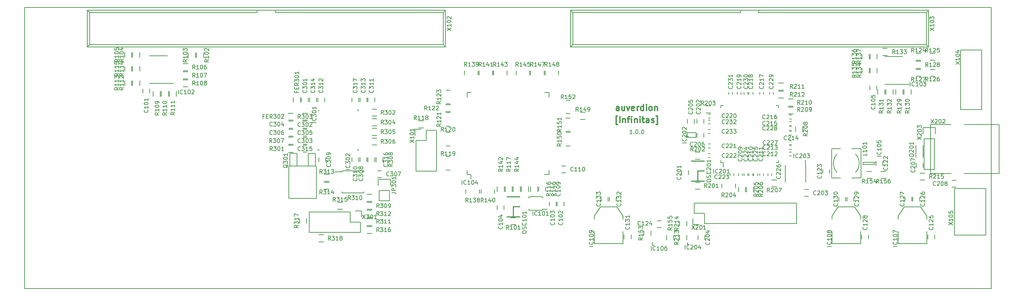
<source format=gbr>
G04 #@! TF.GenerationSoftware,KiCad,Pcbnew,(5.0.0-3-g5ebb6b6)*
G04 #@! TF.CreationDate,2018-09-19T17:15:43+02:00*
G04 #@! TF.ProjectId,infinitas,696E66696E697461732E6B696361645F,rev?*
G04 #@! TF.SameCoordinates,Original*
G04 #@! TF.FileFunction,Legend,Top*
G04 #@! TF.FilePolarity,Positive*
%FSLAX46Y46*%
G04 Gerber Fmt 4.6, Leading zero omitted, Abs format (unit mm)*
G04 Created by KiCad (PCBNEW (5.0.0-3-g5ebb6b6)) date Wednesday, 19. September 2018 um 17:15:43*
%MOMM*%
%LPD*%
G01*
G04 APERTURE LIST*
%ADD10C,0.300000*%
%ADD11C,0.150000*%
%ADD12C,0.254000*%
%ADD13C,0.200000*%
G04 APERTURE END LIST*
D10*
X177571428Y-55678571D02*
X177571428Y-54892857D01*
X177500000Y-54750000D01*
X177357142Y-54678571D01*
X177071428Y-54678571D01*
X176928571Y-54750000D01*
X177571428Y-55607142D02*
X177428571Y-55678571D01*
X177071428Y-55678571D01*
X176928571Y-55607142D01*
X176857142Y-55464285D01*
X176857142Y-55321428D01*
X176928571Y-55178571D01*
X177071428Y-55107142D01*
X177428571Y-55107142D01*
X177571428Y-55035714D01*
X178928571Y-54678571D02*
X178928571Y-55678571D01*
X178285714Y-54678571D02*
X178285714Y-55464285D01*
X178357142Y-55607142D01*
X178500000Y-55678571D01*
X178714285Y-55678571D01*
X178857142Y-55607142D01*
X178928571Y-55535714D01*
X179500000Y-54678571D02*
X179857142Y-55678571D01*
X180214285Y-54678571D01*
X181357142Y-55607142D02*
X181214285Y-55678571D01*
X180928571Y-55678571D01*
X180785714Y-55607142D01*
X180714285Y-55464285D01*
X180714285Y-54892857D01*
X180785714Y-54750000D01*
X180928571Y-54678571D01*
X181214285Y-54678571D01*
X181357142Y-54750000D01*
X181428571Y-54892857D01*
X181428571Y-55035714D01*
X180714285Y-55178571D01*
X182071428Y-55678571D02*
X182071428Y-54678571D01*
X182071428Y-54964285D02*
X182142857Y-54821428D01*
X182214285Y-54750000D01*
X182357142Y-54678571D01*
X182500000Y-54678571D01*
X183642857Y-55678571D02*
X183642857Y-54178571D01*
X183642857Y-55607142D02*
X183500000Y-55678571D01*
X183214285Y-55678571D01*
X183071428Y-55607142D01*
X183000000Y-55535714D01*
X182928571Y-55392857D01*
X182928571Y-54964285D01*
X183000000Y-54821428D01*
X183071428Y-54750000D01*
X183214285Y-54678571D01*
X183500000Y-54678571D01*
X183642857Y-54750000D01*
X184357142Y-55678571D02*
X184357142Y-54678571D01*
X184357142Y-54178571D02*
X184285714Y-54250000D01*
X184357142Y-54321428D01*
X184428571Y-54250000D01*
X184357142Y-54178571D01*
X184357142Y-54321428D01*
X185285714Y-55678571D02*
X185142857Y-55607142D01*
X185071428Y-55535714D01*
X185000000Y-55392857D01*
X185000000Y-54964285D01*
X185071428Y-54821428D01*
X185142857Y-54750000D01*
X185285714Y-54678571D01*
X185500000Y-54678571D01*
X185642857Y-54750000D01*
X185714285Y-54821428D01*
X185785714Y-54964285D01*
X185785714Y-55392857D01*
X185714285Y-55535714D01*
X185642857Y-55607142D01*
X185500000Y-55678571D01*
X185285714Y-55678571D01*
X186428571Y-54678571D02*
X186428571Y-55678571D01*
X186428571Y-54821428D02*
X186500000Y-54750000D01*
X186642857Y-54678571D01*
X186857142Y-54678571D01*
X187000000Y-54750000D01*
X187071428Y-54892857D01*
X187071428Y-55678571D01*
X177214285Y-59178571D02*
X176857142Y-59178571D01*
X176857142Y-57035714D01*
X177214285Y-57035714D01*
X177785714Y-58678571D02*
X177785714Y-57178571D01*
X178500000Y-57678571D02*
X178500000Y-58678571D01*
X178500000Y-57821428D02*
X178571428Y-57750000D01*
X178714285Y-57678571D01*
X178928571Y-57678571D01*
X179071428Y-57750000D01*
X179142857Y-57892857D01*
X179142857Y-58678571D01*
X179642857Y-57678571D02*
X180214285Y-57678571D01*
X179857142Y-58678571D02*
X179857142Y-57392857D01*
X179928571Y-57250000D01*
X180071428Y-57178571D01*
X180214285Y-57178571D01*
X180714285Y-58678571D02*
X180714285Y-57678571D01*
X180714285Y-57178571D02*
X180642857Y-57250000D01*
X180714285Y-57321428D01*
X180785714Y-57250000D01*
X180714285Y-57178571D01*
X180714285Y-57321428D01*
X181428571Y-57678571D02*
X181428571Y-58678571D01*
X181428571Y-57821428D02*
X181500000Y-57750000D01*
X181642857Y-57678571D01*
X181857142Y-57678571D01*
X182000000Y-57750000D01*
X182071428Y-57892857D01*
X182071428Y-58678571D01*
X182785714Y-58678571D02*
X182785714Y-57678571D01*
X182785714Y-57178571D02*
X182714285Y-57250000D01*
X182785714Y-57321428D01*
X182857142Y-57250000D01*
X182785714Y-57178571D01*
X182785714Y-57321428D01*
X183285714Y-57678571D02*
X183857142Y-57678571D01*
X183500000Y-57178571D02*
X183500000Y-58464285D01*
X183571428Y-58607142D01*
X183714285Y-58678571D01*
X183857142Y-58678571D01*
X185000000Y-58678571D02*
X185000000Y-57892857D01*
X184928571Y-57750000D01*
X184785714Y-57678571D01*
X184500000Y-57678571D01*
X184357142Y-57750000D01*
X185000000Y-58607142D02*
X184857142Y-58678571D01*
X184500000Y-58678571D01*
X184357142Y-58607142D01*
X184285714Y-58464285D01*
X184285714Y-58321428D01*
X184357142Y-58178571D01*
X184500000Y-58107142D01*
X184857142Y-58107142D01*
X185000000Y-58035714D01*
X185642857Y-58607142D02*
X185785714Y-58678571D01*
X186071428Y-58678571D01*
X186214285Y-58607142D01*
X186285714Y-58464285D01*
X186285714Y-58392857D01*
X186214285Y-58250000D01*
X186071428Y-58178571D01*
X185857142Y-58178571D01*
X185714285Y-58107142D01*
X185642857Y-57964285D01*
X185642857Y-57892857D01*
X185714285Y-57750000D01*
X185857142Y-57678571D01*
X186071428Y-57678571D01*
X186214285Y-57750000D01*
X186785714Y-59178571D02*
X187142857Y-59178571D01*
X187142857Y-57035714D01*
X186785714Y-57035714D01*
D11*
X180857142Y-61452380D02*
X180285714Y-61452380D01*
X180571428Y-61452380D02*
X180571428Y-60452380D01*
X180476190Y-60595238D01*
X180380952Y-60690476D01*
X180285714Y-60738095D01*
X181285714Y-61357142D02*
X181333333Y-61404761D01*
X181285714Y-61452380D01*
X181238095Y-61404761D01*
X181285714Y-61357142D01*
X181285714Y-61452380D01*
X181952380Y-60452380D02*
X182047619Y-60452380D01*
X182142857Y-60500000D01*
X182190476Y-60547619D01*
X182238095Y-60642857D01*
X182285714Y-60833333D01*
X182285714Y-61071428D01*
X182238095Y-61261904D01*
X182190476Y-61357142D01*
X182142857Y-61404761D01*
X182047619Y-61452380D01*
X181952380Y-61452380D01*
X181857142Y-61404761D01*
X181809523Y-61357142D01*
X181761904Y-61261904D01*
X181714285Y-61071428D01*
X181714285Y-60833333D01*
X181761904Y-60642857D01*
X181809523Y-60547619D01*
X181857142Y-60500000D01*
X181952380Y-60452380D01*
X182714285Y-61357142D02*
X182761904Y-61404761D01*
X182714285Y-61452380D01*
X182666666Y-61404761D01*
X182714285Y-61357142D01*
X182714285Y-61452380D01*
X183380952Y-60452380D02*
X183476190Y-60452380D01*
X183571428Y-60500000D01*
X183619047Y-60547619D01*
X183666666Y-60642857D01*
X183714285Y-60833333D01*
X183714285Y-61071428D01*
X183666666Y-61261904D01*
X183619047Y-61357142D01*
X183571428Y-61404761D01*
X183476190Y-61452380D01*
X183380952Y-61452380D01*
X183285714Y-61404761D01*
X183238095Y-61357142D01*
X183190476Y-61261904D01*
X183142857Y-61071428D01*
X183142857Y-60833333D01*
X183190476Y-60642857D01*
X183238095Y-60547619D01*
X183285714Y-60500000D01*
X183380952Y-60452380D01*
X30000000Y-100000000D02*
X30000000Y-30000000D01*
X270000000Y-100000000D02*
X30000000Y-100000000D01*
X270000000Y-30000000D02*
X270000000Y-100000000D01*
X30000000Y-30000000D02*
X270000000Y-30000000D01*
G04 #@! TO.C,IC103*
X248025000Y-42250000D02*
X243575000Y-42250000D01*
X249550000Y-49150000D02*
X243575000Y-49150000D01*
G04 #@! TO.C,C109*
X157650000Y-74700000D02*
X157650000Y-75700000D01*
X159350000Y-75700000D02*
X159350000Y-74700000D01*
G04 #@! TO.C,C110*
X163300000Y-71150000D02*
X164300000Y-71150000D01*
X164300000Y-69450000D02*
X163300000Y-69450000D01*
G04 #@! TO.C,IC104*
X139825000Y-71575000D02*
X140825000Y-71575000D01*
X139825000Y-51225000D02*
X140900000Y-51225000D01*
X160175000Y-51225000D02*
X159100000Y-51225000D01*
X160175000Y-71575000D02*
X159100000Y-71575000D01*
X139825000Y-71575000D02*
X139825000Y-70500000D01*
X160175000Y-71575000D02*
X160175000Y-70500000D01*
X160175000Y-51225000D02*
X160175000Y-52300000D01*
X139825000Y-51225000D02*
X139825000Y-52300000D01*
X140825000Y-71575000D02*
X140825000Y-72675000D01*
G04 #@! TO.C,R118*
X129000000Y-59975000D02*
X127800000Y-59975000D01*
X127800000Y-58225000D02*
X129000000Y-58225000D01*
G04 #@! TO.C,R123*
X134600000Y-50625000D02*
X135600000Y-50625000D01*
X134600000Y-53975000D02*
X135600000Y-53975000D01*
G04 #@! TO.C,R139*
X142575000Y-45800000D02*
X142575000Y-46800000D01*
X139225000Y-45800000D02*
X139225000Y-46800000D01*
G04 #@! TO.C,R141*
X146175000Y-45800000D02*
X146175000Y-46800000D01*
X142825000Y-45800000D02*
X142825000Y-46800000D01*
G04 #@! TO.C,R143*
X149775000Y-45800000D02*
X149775000Y-46800000D01*
X146425000Y-45800000D02*
X146425000Y-46800000D01*
G04 #@! TO.C,R145*
X155375000Y-45800000D02*
X155375000Y-46800000D01*
X152025000Y-45800000D02*
X152025000Y-46800000D01*
G04 #@! TO.C,R147*
X158975000Y-45800000D02*
X158975000Y-46800000D01*
X155625000Y-45800000D02*
X155625000Y-46800000D01*
G04 #@! TO.C,R148*
X162575000Y-45800000D02*
X162575000Y-46800000D01*
X159225000Y-45800000D02*
X159225000Y-46800000D01*
G04 #@! TO.C,R152*
X165400000Y-56475000D02*
X164400000Y-56475000D01*
X165400000Y-53125000D02*
X164400000Y-53125000D01*
G04 #@! TO.C,R149*
X168000000Y-56125000D02*
X169200000Y-56125000D01*
X169200000Y-57875000D02*
X168000000Y-57875000D01*
G04 #@! TO.C,X203*
X253330000Y-62730000D02*
X253330000Y-70350000D01*
X255870000Y-62730000D02*
X255870000Y-70350000D01*
X256150000Y-59910000D02*
X256150000Y-61460000D01*
X253330000Y-70350000D02*
X255870000Y-70350000D01*
X255870000Y-62730000D02*
X253330000Y-62730000D01*
X253050000Y-61460000D02*
X253050000Y-59910000D01*
X253050000Y-59910000D02*
X256150000Y-59910000D01*
G04 #@! TO.C,C202*
X198650000Y-58800000D02*
X198650000Y-57800000D01*
X196950000Y-57800000D02*
X196950000Y-58800000D01*
G04 #@! TO.C,C224*
X209575000Y-71850000D02*
X209575000Y-71350000D01*
X208625000Y-71350000D02*
X208625000Y-71850000D01*
G04 #@! TO.C,C207*
X251350000Y-68800000D02*
X251350000Y-69800000D01*
X253050000Y-69800000D02*
X253050000Y-68800000D01*
G04 #@! TO.C,C208*
X261300000Y-73050000D02*
X260300000Y-73050000D01*
X260300000Y-74750000D02*
X261300000Y-74750000D01*
G04 #@! TO.C,C203*
X223600000Y-77050000D02*
X224600000Y-77050000D01*
X224600000Y-75350000D02*
X223600000Y-75350000D01*
G04 #@! TO.C,C209*
X208175000Y-71850000D02*
X208175000Y-71350000D01*
X207225000Y-71350000D02*
X207225000Y-71850000D01*
G04 #@! TO.C,C210*
X210775000Y-71850000D02*
X210775000Y-71350000D01*
X209825000Y-71350000D02*
X209825000Y-71850000D01*
G04 #@! TO.C,C211*
X213475000Y-71850000D02*
X213475000Y-71350000D01*
X212525000Y-71350000D02*
X212525000Y-71850000D01*
G04 #@! TO.C,C212*
X220350000Y-66025000D02*
X219850000Y-66025000D01*
X219850000Y-66975000D02*
X220350000Y-66975000D01*
G04 #@! TO.C,C213*
X220350000Y-64425000D02*
X219850000Y-64425000D01*
X219850000Y-65375000D02*
X220350000Y-65375000D01*
G04 #@! TO.C,C214*
X220350000Y-60825000D02*
X219850000Y-60825000D01*
X219850000Y-61775000D02*
X220350000Y-61775000D01*
G04 #@! TO.C,C215*
X220350000Y-58425000D02*
X219850000Y-58425000D01*
X219850000Y-59375000D02*
X220350000Y-59375000D01*
G04 #@! TO.C,C216*
X220350000Y-56825000D02*
X219850000Y-56825000D01*
X219850000Y-57775000D02*
X220350000Y-57775000D01*
G04 #@! TO.C,C217*
X212525000Y-51150000D02*
X212525000Y-51650000D01*
X213475000Y-51650000D02*
X213475000Y-51150000D01*
G04 #@! TO.C,C218*
X209825000Y-51150000D02*
X209825000Y-51650000D01*
X210775000Y-51650000D02*
X210775000Y-51150000D01*
G04 #@! TO.C,C219*
X206925000Y-51150000D02*
X206925000Y-51650000D01*
X207875000Y-51650000D02*
X207875000Y-51150000D01*
G04 #@! TO.C,C220*
X199750000Y-57575000D02*
X200250000Y-57575000D01*
X200250000Y-56625000D02*
X199750000Y-56625000D01*
G04 #@! TO.C,C221*
X199750000Y-64975000D02*
X200250000Y-64975000D01*
X200250000Y-64025000D02*
X199750000Y-64025000D01*
G04 #@! TO.C,C223*
X206075000Y-71850000D02*
X206075000Y-71350000D01*
X205125000Y-71350000D02*
X205125000Y-71850000D01*
G04 #@! TO.C,C225*
X211975000Y-71850000D02*
X211975000Y-71350000D01*
X211025000Y-71350000D02*
X211025000Y-71850000D01*
G04 #@! TO.C,C226*
X215475000Y-71850000D02*
X215475000Y-71350000D01*
X214525000Y-71350000D02*
X214525000Y-71850000D01*
G04 #@! TO.C,C227*
X220350000Y-63225000D02*
X219850000Y-63225000D01*
X219850000Y-64175000D02*
X220350000Y-64175000D01*
G04 #@! TO.C,C228*
X220350000Y-59625000D02*
X219850000Y-59625000D01*
X219850000Y-60575000D02*
X220350000Y-60575000D01*
G04 #@! TO.C,C229*
X214925000Y-51150000D02*
X214925000Y-51650000D01*
X215875000Y-51650000D02*
X215875000Y-51150000D01*
G04 #@! TO.C,C230*
X208625000Y-51150000D02*
X208625000Y-51650000D01*
X209575000Y-51650000D02*
X209575000Y-51150000D01*
G04 #@! TO.C,C231*
X204825000Y-51150000D02*
X204825000Y-51650000D01*
X205775000Y-51650000D02*
X205775000Y-51150000D01*
G04 #@! TO.C,C232*
X199750000Y-58975000D02*
X200250000Y-58975000D01*
X200250000Y-58025000D02*
X199750000Y-58025000D01*
G04 #@! TO.C,C233*
X199750000Y-61375000D02*
X200250000Y-61375000D01*
X200250000Y-60425000D02*
X199750000Y-60425000D01*
G04 #@! TO.C,IC201*
X202875000Y-68625000D02*
X203460000Y-68625000D01*
X202875000Y-54375000D02*
X203460000Y-54375000D01*
X217125000Y-54375000D02*
X216540000Y-54375000D01*
X217125000Y-68625000D02*
X216540000Y-68625000D01*
X202875000Y-68625000D02*
X202875000Y-68040000D01*
X217125000Y-68625000D02*
X217125000Y-68040000D01*
X217125000Y-54375000D02*
X217125000Y-54960000D01*
X202875000Y-54375000D02*
X202875000Y-54960000D01*
X203460000Y-68625000D02*
X203460000Y-69700000D01*
G04 #@! TO.C,IC203*
X223975000Y-69325000D02*
X223830000Y-69325000D01*
X223975000Y-73475000D02*
X223830000Y-73475000D01*
X218825000Y-73475000D02*
X218970000Y-73475000D01*
X218825000Y-69325000D02*
X218970000Y-69325000D01*
X223975000Y-69325000D02*
X223975000Y-73475000D01*
X218825000Y-69325000D02*
X218825000Y-73475000D01*
X223830000Y-69325000D02*
X223830000Y-67925000D01*
G04 #@! TO.C,R201*
X196500000Y-73525000D02*
X197700000Y-73525000D01*
X197700000Y-75275000D02*
X196500000Y-75275000D01*
G04 #@! TO.C,R202*
X196500000Y-66025000D02*
X197700000Y-66025000D01*
X197700000Y-67775000D02*
X196500000Y-67775000D01*
G04 #@! TO.C,R203*
X200300000Y-56275000D02*
X199100000Y-56275000D01*
X199100000Y-54525000D02*
X200300000Y-54525000D01*
G04 #@! TO.C,R205*
X207225000Y-75900000D02*
X207225000Y-74700000D01*
X208975000Y-74700000D02*
X208975000Y-75900000D01*
G04 #@! TO.C,R206*
X209225000Y-75900000D02*
X209225000Y-74700000D01*
X210975000Y-74700000D02*
X210975000Y-75900000D01*
G04 #@! TO.C,R207*
X215500000Y-72925000D02*
X216700000Y-72925000D01*
X216700000Y-74675000D02*
X215500000Y-74675000D01*
G04 #@! TO.C,R208*
X221425000Y-60900000D02*
X221425000Y-59700000D01*
X223175000Y-59700000D02*
X223175000Y-60900000D01*
G04 #@! TO.C,R215*
X252300000Y-71225000D02*
X253500000Y-71225000D01*
X253500000Y-72975000D02*
X252300000Y-72975000D01*
G04 #@! TO.C,C222*
X199750000Y-67375000D02*
X200250000Y-67375000D01*
X200250000Y-66425000D02*
X199750000Y-66425000D01*
G04 #@! TO.C,C201*
X194850000Y-71600000D02*
X194850000Y-70600000D01*
X193150000Y-70600000D02*
X193150000Y-71600000D01*
G04 #@! TO.C,R204*
X206475000Y-73900000D02*
X206475000Y-74900000D01*
X203125000Y-73900000D02*
X203125000Y-74900000D01*
G04 #@! TO.C,R209*
X220800000Y-56575000D02*
X219600000Y-56575000D01*
X219600000Y-54825000D02*
X220800000Y-54825000D01*
G04 #@! TO.C,R210*
X220800000Y-54575000D02*
X219600000Y-54575000D01*
X219600000Y-52825000D02*
X220800000Y-52825000D01*
G04 #@! TO.C,C205*
X196250000Y-58800000D02*
X196250000Y-57800000D01*
X194550000Y-57800000D02*
X194550000Y-58800000D01*
G04 #@! TO.C,C206*
X196950000Y-61300000D02*
X196950000Y-62300000D01*
X198650000Y-62300000D02*
X198650000Y-61300000D01*
G04 #@! TO.C,IC202*
X194500000Y-62100000D02*
X194800000Y-62100000D01*
X194800000Y-62100000D02*
X194800000Y-62400000D01*
X196700000Y-61200000D02*
X194500000Y-61200000D01*
X194500000Y-61200000D02*
X194500000Y-62400000D01*
X194500000Y-62400000D02*
X196700000Y-62400000D01*
X196700000Y-62400000D02*
X196700000Y-61200000D01*
D12*
G04 #@! TO.C,OSC201*
X197100000Y-70700000D02*
X198700000Y-70700000D01*
X197100000Y-73200000D02*
X197100000Y-70700000D01*
X198700000Y-68200000D02*
X195500000Y-68200000D01*
X195500000Y-73200000D02*
X198700000Y-73200000D01*
D11*
G04 #@! TO.C,IC204*
X194569040Y-88460780D02*
X194569040Y-89070380D01*
X194569040Y-89070380D02*
X195000840Y-89080540D01*
G04 #@! TO.C,R213*
X194375000Y-86700000D02*
X194375000Y-87900000D01*
X192625000Y-87900000D02*
X192625000Y-86700000D01*
G04 #@! TO.C,R214*
X192625000Y-84400000D02*
X192625000Y-83200000D01*
X194375000Y-83200000D02*
X194375000Y-84400000D01*
G04 #@! TO.C,C204*
X197150000Y-86800000D02*
X197150000Y-87800000D01*
X198850000Y-87800000D02*
X198850000Y-86800000D01*
G04 #@! TO.C,R150*
X165400000Y-64475000D02*
X164400000Y-64475000D01*
X165400000Y-61125000D02*
X164400000Y-61125000D01*
G04 #@! TO.C,R151*
X165400000Y-60875000D02*
X164400000Y-60875000D01*
X165400000Y-57525000D02*
X164400000Y-57525000D01*
G04 #@! TO.C,C102*
X163950000Y-79400000D02*
X163950000Y-78400000D01*
X162250000Y-78400000D02*
X162250000Y-79400000D01*
G04 #@! TO.C,C103*
X161950000Y-79400000D02*
X161950000Y-78400000D01*
X160250000Y-78400000D02*
X160250000Y-79400000D01*
G04 #@! TO.C,C104*
X149050000Y-80300000D02*
X149050000Y-79300000D01*
X147350000Y-79300000D02*
X147350000Y-80300000D01*
G04 #@! TO.C,IC101*
X158575000Y-80475000D02*
X158575000Y-80250000D01*
X155225000Y-80475000D02*
X155225000Y-80175000D01*
X155225000Y-77125000D02*
X155225000Y-77425000D01*
X158575000Y-77125000D02*
X158575000Y-77425000D01*
X158575000Y-80475000D02*
X155225000Y-80475000D01*
X158575000Y-77125000D02*
X155225000Y-77125000D01*
X158575000Y-80250000D02*
X159800000Y-80250000D01*
D12*
G04 #@! TO.C,OSC101*
X151300000Y-79570000D02*
X152900000Y-79570000D01*
X151300000Y-82070000D02*
X151300000Y-79570000D01*
X152900000Y-77070000D02*
X149700000Y-77070000D01*
X149700000Y-82070000D02*
X152900000Y-82070000D01*
D11*
G04 #@! TO.C,R101*
X150700000Y-82325000D02*
X151900000Y-82325000D01*
X151900000Y-84075000D02*
X150700000Y-84075000D01*
G04 #@! TO.C,R116*
X153325000Y-75800000D02*
X153325000Y-74600000D01*
X155075000Y-74600000D02*
X155075000Y-75800000D01*
G04 #@! TO.C,R117*
X151075000Y-74600000D02*
X151075000Y-75800000D01*
X149325000Y-75800000D02*
X149325000Y-74600000D01*
G04 #@! TO.C,R144*
X153075000Y-74600000D02*
X153075000Y-75800000D01*
X151325000Y-75800000D02*
X151325000Y-74600000D01*
G04 #@! TO.C,R146*
X157375000Y-74600000D02*
X157375000Y-75800000D01*
X155625000Y-75800000D02*
X155625000Y-74600000D01*
G04 #@! TO.C,C105*
X239850000Y-49500000D02*
X239850000Y-50500000D01*
X241550000Y-50500000D02*
X241550000Y-49500000D01*
G04 #@! TO.C,R124*
X252500000Y-43175000D02*
X251300000Y-43175000D01*
X251300000Y-41425000D02*
X252500000Y-41425000D01*
G04 #@! TO.C,R125*
X256000000Y-43175000D02*
X254800000Y-43175000D01*
X254800000Y-41425000D02*
X256000000Y-41425000D01*
G04 #@! TO.C,R126*
X256000000Y-47175000D02*
X254800000Y-47175000D01*
X254800000Y-45425000D02*
X256000000Y-45425000D01*
G04 #@! TO.C,R127*
X252500000Y-47175000D02*
X251300000Y-47175000D01*
X251300000Y-45425000D02*
X252500000Y-45425000D01*
G04 #@! TO.C,R128*
X252500000Y-45175000D02*
X251300000Y-45175000D01*
X251300000Y-43425000D02*
X252500000Y-43425000D01*
G04 #@! TO.C,R129*
X246325000Y-51600000D02*
X246325000Y-50400000D01*
X248075000Y-50400000D02*
X248075000Y-51600000D01*
G04 #@! TO.C,R132*
X243825000Y-51600000D02*
X243825000Y-50400000D01*
X245575000Y-50400000D02*
X245575000Y-51600000D01*
G04 #@! TO.C,R133*
X244200000Y-41975000D02*
X243000000Y-41975000D01*
X243000000Y-40225000D02*
X244200000Y-40225000D01*
G04 #@! TO.C,R136*
X239675000Y-41600000D02*
X239675000Y-42800000D01*
X237925000Y-42800000D02*
X237925000Y-41600000D01*
G04 #@! TO.C,R137*
X241675000Y-41600000D02*
X241675000Y-42800000D01*
X239925000Y-42800000D02*
X239925000Y-41600000D01*
G04 #@! TO.C,R134*
X241675000Y-45100000D02*
X241675000Y-46300000D01*
X239925000Y-46300000D02*
X239925000Y-45100000D01*
G04 #@! TO.C,R135*
X239675000Y-45100000D02*
X239675000Y-46300000D01*
X237925000Y-46300000D02*
X237925000Y-45100000D01*
G04 #@! TO.C,C125*
X255950000Y-87600000D02*
X255950000Y-86600000D01*
X254250000Y-86600000D02*
X254250000Y-87600000D01*
G04 #@! TO.C,C126*
X252250000Y-78200000D02*
X252250000Y-77200000D01*
X250550000Y-77200000D02*
X250550000Y-78200000D01*
G04 #@! TO.C,C129*
X235850000Y-78200000D02*
X235850000Y-77200000D01*
X234150000Y-77200000D02*
X234150000Y-78200000D01*
G04 #@! TO.C,C128*
X239550000Y-87600000D02*
X239550000Y-86600000D01*
X237850000Y-86600000D02*
X237850000Y-87600000D01*
G04 #@! TO.C,C130*
X233850000Y-78200000D02*
X233850000Y-77200000D01*
X232150000Y-77200000D02*
X232150000Y-78200000D01*
G04 #@! TO.C,C127*
X250250000Y-78200000D02*
X250250000Y-77200000D01*
X248550000Y-77200000D02*
X248550000Y-78200000D01*
G04 #@! TO.C,C122*
X243050000Y-69300000D02*
X243050000Y-68300000D01*
X241350000Y-68300000D02*
X241350000Y-69300000D01*
G04 #@! TO.C,C123*
X228150000Y-70300000D02*
X228150000Y-71300000D01*
X229850000Y-71300000D02*
X229850000Y-70300000D01*
G04 #@! TO.C,IC105*
X241400000Y-68500000D02*
G75*
G03X241400000Y-68500000I-100000J0D01*
G01*
X241050000Y-69050000D02*
X241050000Y-68550000D01*
X238150000Y-69050000D02*
X241050000Y-69050000D01*
X238150000Y-68550000D02*
X238150000Y-69050000D01*
X241050000Y-68550000D02*
X238150000Y-68550000D01*
G04 #@! TO.C,L101*
X231714000Y-66514000D02*
G75*
G03X231714000Y-71086000I2286000J-2286000D01*
G01*
X236286000Y-71086000D02*
G75*
G03X236286000Y-66514000I-2286000J2286000D01*
G01*
X230350000Y-72450000D02*
X232600000Y-72450000D01*
X237650000Y-72450000D02*
X235400000Y-72450000D01*
X230350000Y-65150000D02*
X232600000Y-65150000D01*
X237650000Y-65150000D02*
X235400000Y-65150000D01*
X230350000Y-72450000D02*
X230350000Y-65150000D01*
X237650000Y-65150000D02*
X237650000Y-72450000D01*
G04 #@! TO.C,R154*
X240300000Y-72575000D02*
X239100000Y-72575000D01*
X239100000Y-70825000D02*
X240300000Y-70825000D01*
G04 #@! TO.C,R156*
X242600000Y-70825000D02*
X243800000Y-70825000D01*
X243800000Y-72575000D02*
X242600000Y-72575000D01*
G04 #@! TO.C,C131*
X180550000Y-87600000D02*
X180550000Y-86600000D01*
X178850000Y-86600000D02*
X178850000Y-87600000D01*
G04 #@! TO.C,C132*
X176850000Y-78200000D02*
X176850000Y-77200000D01*
X175150000Y-77200000D02*
X175150000Y-78200000D01*
G04 #@! TO.C,C133*
X174850000Y-78200000D02*
X174850000Y-77200000D01*
X173150000Y-77200000D02*
X173150000Y-78200000D01*
G04 #@! TO.C,C124*
X187000000Y-84850000D02*
X188000000Y-84850000D01*
X188000000Y-83150000D02*
X187000000Y-83150000D01*
G04 #@! TO.C,IC106*
X185800000Y-88491340D02*
X185800000Y-89200000D01*
X185800000Y-89200000D02*
X186201320Y-89200000D01*
G04 #@! TO.C,R153*
X183725000Y-86800000D02*
X183725000Y-85600000D01*
X185475000Y-85600000D02*
X185475000Y-86800000D01*
G04 #@! TO.C,R155*
X189425000Y-87900000D02*
X189425000Y-86700000D01*
X191175000Y-86700000D02*
X191175000Y-87900000D01*
G04 #@! TO.C,R211*
X217200000Y-48825000D02*
X218400000Y-48825000D01*
X218400000Y-50575000D02*
X217200000Y-50575000D01*
G04 #@! TO.C,R212*
X217200000Y-50825000D02*
X218400000Y-50825000D01*
X218400000Y-52575000D02*
X217200000Y-52575000D01*
G04 #@! TO.C,C302*
X100094668Y-58350000D02*
X99094668Y-58350000D01*
X99094668Y-60050000D02*
X100094668Y-60050000D01*
G04 #@! TO.C,C303*
X99100000Y-64050000D02*
X100100000Y-64050000D01*
X100100000Y-62350000D02*
X99100000Y-62350000D01*
G04 #@! TO.C,C305*
X100100000Y-60350000D02*
X99100000Y-60350000D01*
X99100000Y-62050000D02*
X100100000Y-62050000D01*
G04 #@! TO.C,C306*
X95600000Y-62050000D02*
X96600000Y-62050000D01*
X96600000Y-60350000D02*
X95600000Y-60350000D01*
G04 #@! TO.C,C307*
X117600000Y-72350000D02*
X118600000Y-72350000D01*
X118600000Y-70650000D02*
X117600000Y-70650000D01*
G04 #@! TO.C,C309*
X103050000Y-67400000D02*
X103050000Y-68400000D01*
X104750000Y-68400000D02*
X104750000Y-67400000D01*
G04 #@! TO.C,C310*
X111250000Y-67400000D02*
X111250000Y-68400000D01*
X112950000Y-68400000D02*
X112950000Y-67400000D01*
G04 #@! TO.C,C311*
X116950000Y-53500000D02*
X116950000Y-52500000D01*
X115250000Y-52500000D02*
X115250000Y-53500000D01*
G04 #@! TO.C,C312*
X104450000Y-53500000D02*
X104450000Y-52500000D01*
X102750000Y-52500000D02*
X102750000Y-53500000D01*
G04 #@! TO.C,C314*
X102450000Y-53500000D02*
X102450000Y-52500000D01*
X100750000Y-52500000D02*
X100750000Y-53500000D01*
G04 #@! TO.C,C315*
X100100000Y-64350000D02*
X99100000Y-64350000D01*
X99100000Y-66050000D02*
X100100000Y-66050000D01*
G04 #@! TO.C,C316*
X115250000Y-67400000D02*
X115250000Y-68400000D01*
X116950000Y-68400000D02*
X116950000Y-67400000D01*
G04 #@! TO.C,C317*
X112950000Y-53500000D02*
X112950000Y-52500000D01*
X111250000Y-52500000D02*
X111250000Y-53500000D01*
G04 #@! TO.C,FER301*
X96725000Y-53600000D02*
X96725000Y-52400000D01*
X98475000Y-52400000D02*
X98475000Y-53600000D01*
G04 #@! TO.C,FER302*
X96700000Y-58075000D02*
X95500000Y-58075000D01*
X95500000Y-56325000D02*
X96700000Y-56325000D01*
G04 #@! TO.C,IC302*
X108750000Y-70645000D02*
X108750000Y-70945000D01*
X114250000Y-70645000D02*
X114250000Y-70945000D01*
X114250000Y-76155000D02*
X114250000Y-75855000D01*
X108750000Y-76155000D02*
X108750000Y-75855000D01*
X108750000Y-70645000D02*
X114250000Y-70645000D01*
X108750000Y-76155000D02*
X114250000Y-76155000D01*
X108750000Y-70945000D02*
X107000000Y-70945000D01*
G04 #@! TO.C,R301*
X96700000Y-66075000D02*
X95500000Y-66075000D01*
X95500000Y-64325000D02*
X96700000Y-64325000D01*
G04 #@! TO.C,R307*
X95500000Y-62325000D02*
X96700000Y-62325000D01*
X96700000Y-64075000D02*
X95500000Y-64075000D01*
G04 #@! TO.C,R308*
X118975000Y-67300000D02*
X118975000Y-68500000D01*
X117225000Y-68500000D02*
X117225000Y-67300000D01*
G04 #@! TO.C,R311*
X115000000Y-82525000D02*
X116200000Y-82525000D01*
X116200000Y-84275000D02*
X115000000Y-84275000D01*
G04 #@! TO.C,R312*
X115000000Y-80525000D02*
X116200000Y-80525000D01*
X116200000Y-82275000D02*
X115000000Y-82275000D01*
G04 #@! TO.C,R313*
X105600000Y-73275000D02*
X104400000Y-73275000D01*
X104400000Y-71525000D02*
X105600000Y-71525000D01*
G04 #@! TO.C,R314*
X105600000Y-75275000D02*
X104400000Y-75275000D01*
X104400000Y-73525000D02*
X105600000Y-73525000D01*
G04 #@! TO.C,C301*
X100450000Y-53500000D02*
X100450000Y-52500000D01*
X98750000Y-52500000D02*
X98750000Y-53500000D01*
G04 #@! TO.C,C304*
X96594668Y-58350000D02*
X95594668Y-58350000D01*
X95594668Y-60050000D02*
X96594668Y-60050000D01*
G04 #@! TO.C,C308*
X113250000Y-67400000D02*
X113250000Y-68400000D01*
X114950000Y-68400000D02*
X114950000Y-67400000D01*
G04 #@! TO.C,C313*
X114950000Y-53500000D02*
X114950000Y-52500000D01*
X113250000Y-52500000D02*
X113250000Y-53500000D01*
G04 #@! TO.C,R309*
X115000000Y-78525000D02*
X116200000Y-78525000D01*
X116200000Y-80275000D02*
X115000000Y-80275000D01*
G04 #@! TO.C,R310*
X115000000Y-76525000D02*
X116200000Y-76525000D01*
X116200000Y-78275000D02*
X115000000Y-78275000D01*
G04 #@! TO.C,R119*
X135600000Y-70475000D02*
X134600000Y-70475000D01*
X135600000Y-67125000D02*
X134600000Y-67125000D01*
G04 #@! TO.C,R120*
X135600000Y-64475000D02*
X134600000Y-64475000D01*
X135600000Y-61125000D02*
X134600000Y-61125000D01*
G04 #@! TO.C,R121*
X135600000Y-59575000D02*
X134600000Y-59575000D01*
X135600000Y-56225000D02*
X134600000Y-56225000D01*
G04 #@! TO.C,R138*
X139525000Y-76300000D02*
X139525000Y-75300000D01*
X142875000Y-76300000D02*
X142875000Y-75300000D01*
G04 #@! TO.C,R140*
X143325000Y-76300000D02*
X143325000Y-75300000D01*
X146675000Y-76300000D02*
X146675000Y-75300000D01*
G04 #@! TO.C,R122*
X135700000Y-55975000D02*
X134500000Y-55975000D01*
X134500000Y-54225000D02*
X135700000Y-54225000D01*
G04 #@! TO.C,R303*
X99000000Y-56325000D02*
X100200000Y-56325000D01*
X100200000Y-58075000D02*
X99000000Y-58075000D01*
G04 #@! TO.C,R302*
X116200000Y-55325000D02*
X117400000Y-55325000D01*
X117400000Y-57075000D02*
X116200000Y-57075000D01*
G04 #@! TO.C,R305*
X116200000Y-60125000D02*
X117400000Y-60125000D01*
X117400000Y-61875000D02*
X116200000Y-61875000D01*
G04 #@! TO.C,R306*
X116200000Y-62525000D02*
X117400000Y-62525000D01*
X117400000Y-64275000D02*
X116200000Y-64275000D01*
G04 #@! TO.C,R304*
X116200000Y-57725000D02*
X117400000Y-57725000D01*
X117400000Y-59475000D02*
X116200000Y-59475000D01*
G04 #@! TO.C,R142*
X149075000Y-74600000D02*
X149075000Y-75800000D01*
X147325000Y-75800000D02*
X147325000Y-74600000D01*
G04 #@! TO.C,C101*
X59350000Y-50300000D02*
X59350000Y-51300000D01*
X61050000Y-51300000D02*
X61050000Y-50300000D01*
G04 #@! TO.C,IC102*
X65425000Y-42050000D02*
X60975000Y-42050000D01*
X66950000Y-48950000D02*
X60975000Y-48950000D01*
G04 #@! TO.C,R102*
X72625000Y-42500000D02*
X72625000Y-41300000D01*
X74375000Y-41300000D02*
X74375000Y-42500000D01*
G04 #@! TO.C,R103*
X70625000Y-42500000D02*
X70625000Y-41300000D01*
X72375000Y-41300000D02*
X72375000Y-42500000D01*
G04 #@! TO.C,R104*
X56825000Y-42400000D02*
X56825000Y-41200000D01*
X58575000Y-41200000D02*
X58575000Y-42400000D01*
G04 #@! TO.C,R105*
X54825000Y-42400000D02*
X54825000Y-41200000D01*
X56575000Y-41200000D02*
X56575000Y-42400000D01*
G04 #@! TO.C,R106*
X70500000Y-45775000D02*
X69300000Y-45775000D01*
X69300000Y-44025000D02*
X70500000Y-44025000D01*
G04 #@! TO.C,R107*
X70500000Y-47775000D02*
X69300000Y-47775000D01*
X69300000Y-46025000D02*
X70500000Y-46025000D01*
G04 #@! TO.C,R110*
X63925000Y-52100000D02*
X63925000Y-50900000D01*
X65675000Y-50900000D02*
X65675000Y-52100000D01*
G04 #@! TO.C,R111*
X65925000Y-52100000D02*
X65925000Y-50900000D01*
X67675000Y-50900000D02*
X67675000Y-52100000D01*
G04 #@! TO.C,R112*
X56825000Y-49400000D02*
X56825000Y-48200000D01*
X58575000Y-48200000D02*
X58575000Y-49400000D01*
G04 #@! TO.C,R113*
X54825000Y-49400000D02*
X54825000Y-48200000D01*
X56575000Y-48200000D02*
X56575000Y-49400000D01*
G04 #@! TO.C,R114*
X56825000Y-45900000D02*
X56825000Y-44700000D01*
X58575000Y-44700000D02*
X58575000Y-45900000D01*
G04 #@! TO.C,R115*
X54825000Y-45900000D02*
X54825000Y-44700000D01*
X56575000Y-44700000D02*
X56575000Y-45900000D01*
G04 #@! TO.C,R108*
X70500000Y-49775000D02*
X69300000Y-49775000D01*
X69300000Y-48025000D02*
X70500000Y-48025000D01*
G04 #@! TO.C,R109*
X61925000Y-52100000D02*
X61925000Y-50900000D01*
X63675000Y-50900000D02*
X63675000Y-52100000D01*
G04 #@! TO.C,R130*
X248325000Y-51600000D02*
X248325000Y-50400000D01*
X250075000Y-50400000D02*
X250075000Y-51600000D01*
G04 #@! TO.C,R131*
X241825000Y-51600000D02*
X241825000Y-50400000D01*
X243575000Y-50400000D02*
X243575000Y-51600000D01*
G04 #@! TO.C,X102*
X134450000Y-39820000D02*
X45550000Y-39820000D01*
X133910000Y-39270000D02*
X46110000Y-39270000D01*
X134450000Y-30720000D02*
X45550000Y-30720000D01*
X133910000Y-31270000D02*
X92250000Y-31270000D01*
X87750000Y-31270000D02*
X46110000Y-31270000D01*
X92250000Y-31270000D02*
X92250000Y-30720000D01*
X87750000Y-31270000D02*
X87750000Y-30720000D01*
X134450000Y-39820000D02*
X134450000Y-30720000D01*
X133910000Y-39270000D02*
X133910000Y-31270000D01*
X45550000Y-39820000D02*
X45550000Y-30720000D01*
X46110000Y-39270000D02*
X46110000Y-31270000D01*
X134450000Y-39820000D02*
X133910000Y-39270000D01*
X45550000Y-39820000D02*
X46110000Y-39270000D01*
X134450000Y-30720000D02*
X133910000Y-31270000D01*
X45550000Y-30720000D02*
X46110000Y-31270000D01*
G04 #@! TO.C,X103*
X254450000Y-39820000D02*
X165550000Y-39820000D01*
X253910000Y-39270000D02*
X166110000Y-39270000D01*
X254450000Y-30720000D02*
X165550000Y-30720000D01*
X253910000Y-31270000D02*
X212250000Y-31270000D01*
X207750000Y-31270000D02*
X166110000Y-31270000D01*
X212250000Y-31270000D02*
X212250000Y-30720000D01*
X207750000Y-31270000D02*
X207750000Y-30720000D01*
X254450000Y-39820000D02*
X254450000Y-30720000D01*
X253910000Y-39270000D02*
X253910000Y-31270000D01*
X165550000Y-39820000D02*
X165550000Y-30720000D01*
X166110000Y-39270000D02*
X166110000Y-31270000D01*
X254450000Y-39820000D02*
X253910000Y-39270000D01*
X165550000Y-39820000D02*
X166110000Y-39270000D01*
X254450000Y-30720000D02*
X253910000Y-31270000D01*
X165550000Y-30720000D02*
X166110000Y-31270000D01*
G04 #@! TO.C,X301*
X113370000Y-86010000D02*
X100670000Y-86010000D01*
X100670000Y-86010000D02*
X100670000Y-80930000D01*
X100670000Y-80930000D02*
X110830000Y-80930000D01*
X113370000Y-86010000D02*
X113370000Y-83470000D01*
X113650000Y-82200000D02*
X113650000Y-80650000D01*
X113370000Y-83470000D02*
X110830000Y-83470000D01*
X110830000Y-83470000D02*
X110830000Y-80930000D01*
X113650000Y-80650000D02*
X112100000Y-80650000D01*
G04 #@! TO.C,X101*
X127190000Y-63130000D02*
X127190000Y-70750000D01*
X127190000Y-70750000D02*
X132270000Y-70750000D01*
X132270000Y-70750000D02*
X132270000Y-60590000D01*
X132270000Y-60590000D02*
X129730000Y-60590000D01*
X128460000Y-60310000D02*
X126910000Y-60310000D01*
X129730000Y-60590000D02*
X129730000Y-63130000D01*
X129730000Y-63130000D02*
X127190000Y-63130000D01*
X126910000Y-60310000D02*
X126910000Y-61860000D01*
G04 #@! TO.C,X201*
X221610000Y-78730000D02*
X196210000Y-78730000D01*
X198750000Y-83810000D02*
X221610000Y-83810000D01*
X221610000Y-78730000D02*
X221610000Y-83810000D01*
X196210000Y-78730000D02*
X196210000Y-81270000D01*
X195930000Y-82540000D02*
X195930000Y-84090000D01*
X196210000Y-81270000D02*
X198750000Y-81270000D01*
X198750000Y-81270000D02*
X198750000Y-83810000D01*
X195930000Y-84090000D02*
X197480000Y-84090000D01*
G04 #@! TO.C,IC109*
X171444000Y-85724000D02*
X171444000Y-88772000D01*
X171444000Y-88772000D02*
X178556000Y-88772000D01*
X178556000Y-88772000D02*
X178556000Y-85724000D01*
X171444000Y-82676000D02*
X171444000Y-81914000D01*
X171444000Y-81914000D02*
X172968000Y-79628000D01*
X172968000Y-79628000D02*
X177032000Y-79628000D01*
X177032000Y-79628000D02*
X178556000Y-81914000D01*
X178556000Y-81914000D02*
X178556000Y-82676000D01*
G04 #@! TO.C,IC108*
X230444000Y-85724000D02*
X230444000Y-88772000D01*
X230444000Y-88772000D02*
X237556000Y-88772000D01*
X237556000Y-88772000D02*
X237556000Y-85724000D01*
X230444000Y-82676000D02*
X230444000Y-81914000D01*
X230444000Y-81914000D02*
X231968000Y-79628000D01*
X231968000Y-79628000D02*
X236032000Y-79628000D01*
X236032000Y-79628000D02*
X237556000Y-81914000D01*
X237556000Y-81914000D02*
X237556000Y-82676000D01*
G04 #@! TO.C,IC107*
X246844000Y-85724000D02*
X246844000Y-88772000D01*
X246844000Y-88772000D02*
X253956000Y-88772000D01*
X253956000Y-88772000D02*
X253956000Y-85724000D01*
X246844000Y-82676000D02*
X246844000Y-81914000D01*
X246844000Y-81914000D02*
X248368000Y-79628000D01*
X248368000Y-79628000D02*
X252432000Y-79628000D01*
X252432000Y-79628000D02*
X253956000Y-81914000D01*
X253956000Y-81914000D02*
X253956000Y-82676000D01*
G04 #@! TO.C,Q301*
X97603000Y-69524000D02*
X97603000Y-66349000D01*
X97603000Y-66349000D02*
X95825000Y-66349000D01*
X95825000Y-66349000D02*
X95825000Y-69524000D01*
X102175000Y-69524000D02*
X102175000Y-66349000D01*
X102175000Y-66349000D02*
X100397000Y-66349000D01*
X100397000Y-66349000D02*
X100397000Y-69524000D01*
X95571000Y-75620000D02*
X95571000Y-69524000D01*
X95571000Y-69524000D02*
X102429000Y-69524000D01*
X102429000Y-69524000D02*
X102429000Y-77398000D01*
X102429000Y-77525000D02*
X95571000Y-77525000D01*
X95571000Y-77398000D02*
X95571000Y-75620000D01*
G04 #@! TO.C,JP301*
X120570000Y-75570000D02*
X120570000Y-78110000D01*
X120850000Y-72750000D02*
X120850000Y-74300000D01*
X120570000Y-75570000D02*
X118030000Y-75570000D01*
X117750000Y-74300000D02*
X117750000Y-72750000D01*
X117750000Y-72750000D02*
X120850000Y-72750000D01*
X118030000Y-75570000D02*
X118030000Y-78110000D01*
X118030000Y-78110000D02*
X120570000Y-78110000D01*
G04 #@! TO.C,D201*
X253100000Y-67300000D02*
X253100000Y-64300000D01*
X251300000Y-67300000D02*
X251300000Y-64300000D01*
G04 #@! TO.C,X104*
X267600000Y-55390000D02*
X262400000Y-55390000D01*
X267600000Y-40610000D02*
X267600000Y-55390000D01*
X262400000Y-40610000D02*
X267600000Y-40610000D01*
X262400000Y-55390000D02*
X262400000Y-40610000D01*
G04 #@! TO.C,X105*
X260850000Y-86700000D02*
X268600000Y-86700000D01*
X260850000Y-75100000D02*
X268600000Y-75100000D01*
X260850000Y-86700000D02*
X260850000Y-75100000D01*
X268600000Y-86700000D02*
X268600000Y-75100000D01*
D13*
G04 #@! TO.C,IC301*
X102850000Y-55750000D02*
X103100000Y-55500000D01*
X112600000Y-55500000D02*
X112850000Y-55500000D01*
X112850000Y-55500000D02*
X112850000Y-55750000D01*
X103100000Y-65500000D02*
X102850000Y-65500000D01*
X102850000Y-65500000D02*
X102850000Y-65250000D01*
X112600000Y-65500000D02*
X112850000Y-65500000D01*
X112850000Y-65500000D02*
X112850000Y-65250000D01*
D11*
G04 #@! TO.C,X202*
X263350000Y-71366000D02*
X271986000Y-71366000D01*
X254968000Y-71366000D02*
X260048000Y-71366000D01*
X263350000Y-59174000D02*
X271986000Y-59174000D01*
X254968000Y-59174000D02*
X260048000Y-59174000D01*
X271986000Y-59174000D02*
X271986000Y-71366000D01*
X254968000Y-71366000D02*
X254968000Y-59174000D01*
G04 #@! TO.C,R315*
X108900000Y-80275000D02*
X107700000Y-80275000D01*
X107700000Y-78525000D02*
X108900000Y-78525000D01*
G04 #@! TO.C,R316*
X116200000Y-86275000D02*
X115000000Y-86275000D01*
X115000000Y-84525000D02*
X116200000Y-84525000D01*
G04 #@! TO.C,R317*
X99975000Y-82500000D02*
X99975000Y-83700000D01*
X98225000Y-83700000D02*
X98225000Y-82500000D01*
G04 #@! TO.C,R318*
X104200000Y-88375000D02*
X103000000Y-88375000D01*
X103000000Y-86625000D02*
X104200000Y-86625000D01*
G04 #@! TD*
G04 #@! TO.C,IC103*
X249871428Y-49552380D02*
X249871428Y-48552380D01*
X250919047Y-49457142D02*
X250871428Y-49504761D01*
X250728571Y-49552380D01*
X250633333Y-49552380D01*
X250490476Y-49504761D01*
X250395238Y-49409523D01*
X250347619Y-49314285D01*
X250300000Y-49123809D01*
X250300000Y-48980952D01*
X250347619Y-48790476D01*
X250395238Y-48695238D01*
X250490476Y-48600000D01*
X250633333Y-48552380D01*
X250728571Y-48552380D01*
X250871428Y-48600000D01*
X250919047Y-48647619D01*
X251871428Y-49552380D02*
X251300000Y-49552380D01*
X251585714Y-49552380D02*
X251585714Y-48552380D01*
X251490476Y-48695238D01*
X251395238Y-48790476D01*
X251300000Y-48838095D01*
X252490476Y-48552380D02*
X252585714Y-48552380D01*
X252680952Y-48600000D01*
X252728571Y-48647619D01*
X252776190Y-48742857D01*
X252823809Y-48933333D01*
X252823809Y-49171428D01*
X252776190Y-49361904D01*
X252728571Y-49457142D01*
X252680952Y-49504761D01*
X252585714Y-49552380D01*
X252490476Y-49552380D01*
X252395238Y-49504761D01*
X252347619Y-49457142D01*
X252300000Y-49361904D01*
X252252380Y-49171428D01*
X252252380Y-48933333D01*
X252300000Y-48742857D01*
X252347619Y-48647619D01*
X252395238Y-48600000D01*
X252490476Y-48552380D01*
X253157142Y-48552380D02*
X253776190Y-48552380D01*
X253442857Y-48933333D01*
X253585714Y-48933333D01*
X253680952Y-48980952D01*
X253728571Y-49028571D01*
X253776190Y-49123809D01*
X253776190Y-49361904D01*
X253728571Y-49457142D01*
X253680952Y-49504761D01*
X253585714Y-49552380D01*
X253300000Y-49552380D01*
X253204761Y-49504761D01*
X253157142Y-49457142D01*
G04 #@! TO.C,C109*
X162857142Y-76319047D02*
X162904761Y-76366666D01*
X162952380Y-76509523D01*
X162952380Y-76604761D01*
X162904761Y-76747619D01*
X162809523Y-76842857D01*
X162714285Y-76890476D01*
X162523809Y-76938095D01*
X162380952Y-76938095D01*
X162190476Y-76890476D01*
X162095238Y-76842857D01*
X162000000Y-76747619D01*
X161952380Y-76604761D01*
X161952380Y-76509523D01*
X162000000Y-76366666D01*
X162047619Y-76319047D01*
X162952380Y-75366666D02*
X162952380Y-75938095D01*
X162952380Y-75652380D02*
X161952380Y-75652380D01*
X162095238Y-75747619D01*
X162190476Y-75842857D01*
X162238095Y-75938095D01*
X161952380Y-74747619D02*
X161952380Y-74652380D01*
X162000000Y-74557142D01*
X162047619Y-74509523D01*
X162142857Y-74461904D01*
X162333333Y-74414285D01*
X162571428Y-74414285D01*
X162761904Y-74461904D01*
X162857142Y-74509523D01*
X162904761Y-74557142D01*
X162952380Y-74652380D01*
X162952380Y-74747619D01*
X162904761Y-74842857D01*
X162857142Y-74890476D01*
X162761904Y-74938095D01*
X162571428Y-74985714D01*
X162333333Y-74985714D01*
X162142857Y-74938095D01*
X162047619Y-74890476D01*
X162000000Y-74842857D01*
X161952380Y-74747619D01*
X162952380Y-73938095D02*
X162952380Y-73747619D01*
X162904761Y-73652380D01*
X162857142Y-73604761D01*
X162714285Y-73509523D01*
X162523809Y-73461904D01*
X162142857Y-73461904D01*
X162047619Y-73509523D01*
X162000000Y-73557142D01*
X161952380Y-73652380D01*
X161952380Y-73842857D01*
X162000000Y-73938095D01*
X162047619Y-73985714D01*
X162142857Y-74033333D01*
X162380952Y-74033333D01*
X162476190Y-73985714D01*
X162523809Y-73938095D01*
X162571428Y-73842857D01*
X162571428Y-73652380D01*
X162523809Y-73557142D01*
X162476190Y-73509523D01*
X162380952Y-73461904D01*
G04 #@! TO.C,C110*
X166180952Y-70657142D02*
X166133333Y-70704761D01*
X165990476Y-70752380D01*
X165895238Y-70752380D01*
X165752380Y-70704761D01*
X165657142Y-70609523D01*
X165609523Y-70514285D01*
X165561904Y-70323809D01*
X165561904Y-70180952D01*
X165609523Y-69990476D01*
X165657142Y-69895238D01*
X165752380Y-69800000D01*
X165895238Y-69752380D01*
X165990476Y-69752380D01*
X166133333Y-69800000D01*
X166180952Y-69847619D01*
X167133333Y-70752380D02*
X166561904Y-70752380D01*
X166847619Y-70752380D02*
X166847619Y-69752380D01*
X166752380Y-69895238D01*
X166657142Y-69990476D01*
X166561904Y-70038095D01*
X168085714Y-70752380D02*
X167514285Y-70752380D01*
X167800000Y-70752380D02*
X167800000Y-69752380D01*
X167704761Y-69895238D01*
X167609523Y-69990476D01*
X167514285Y-70038095D01*
X168704761Y-69752380D02*
X168800000Y-69752380D01*
X168895238Y-69800000D01*
X168942857Y-69847619D01*
X168990476Y-69942857D01*
X169038095Y-70133333D01*
X169038095Y-70371428D01*
X168990476Y-70561904D01*
X168942857Y-70657142D01*
X168895238Y-70704761D01*
X168800000Y-70752380D01*
X168704761Y-70752380D01*
X168609523Y-70704761D01*
X168561904Y-70657142D01*
X168514285Y-70561904D01*
X168466666Y-70371428D01*
X168466666Y-70133333D01*
X168514285Y-69942857D01*
X168561904Y-69847619D01*
X168609523Y-69800000D01*
X168704761Y-69752380D01*
G04 #@! TO.C,IC104*
X138571428Y-74052380D02*
X138571428Y-73052380D01*
X139619047Y-73957142D02*
X139571428Y-74004761D01*
X139428571Y-74052380D01*
X139333333Y-74052380D01*
X139190476Y-74004761D01*
X139095238Y-73909523D01*
X139047619Y-73814285D01*
X139000000Y-73623809D01*
X139000000Y-73480952D01*
X139047619Y-73290476D01*
X139095238Y-73195238D01*
X139190476Y-73100000D01*
X139333333Y-73052380D01*
X139428571Y-73052380D01*
X139571428Y-73100000D01*
X139619047Y-73147619D01*
X140571428Y-74052380D02*
X140000000Y-74052380D01*
X140285714Y-74052380D02*
X140285714Y-73052380D01*
X140190476Y-73195238D01*
X140095238Y-73290476D01*
X140000000Y-73338095D01*
X141190476Y-73052380D02*
X141285714Y-73052380D01*
X141380952Y-73100000D01*
X141428571Y-73147619D01*
X141476190Y-73242857D01*
X141523809Y-73433333D01*
X141523809Y-73671428D01*
X141476190Y-73861904D01*
X141428571Y-73957142D01*
X141380952Y-74004761D01*
X141285714Y-74052380D01*
X141190476Y-74052380D01*
X141095238Y-74004761D01*
X141047619Y-73957142D01*
X141000000Y-73861904D01*
X140952380Y-73671428D01*
X140952380Y-73433333D01*
X141000000Y-73242857D01*
X141047619Y-73147619D01*
X141095238Y-73100000D01*
X141190476Y-73052380D01*
X142380952Y-73385714D02*
X142380952Y-74052380D01*
X142142857Y-73004761D02*
X141904761Y-73719047D01*
X142523809Y-73719047D01*
G04 #@! TO.C,R118*
X127280952Y-57952380D02*
X126947619Y-57476190D01*
X126709523Y-57952380D02*
X126709523Y-56952380D01*
X127090476Y-56952380D01*
X127185714Y-57000000D01*
X127233333Y-57047619D01*
X127280952Y-57142857D01*
X127280952Y-57285714D01*
X127233333Y-57380952D01*
X127185714Y-57428571D01*
X127090476Y-57476190D01*
X126709523Y-57476190D01*
X128233333Y-57952380D02*
X127661904Y-57952380D01*
X127947619Y-57952380D02*
X127947619Y-56952380D01*
X127852380Y-57095238D01*
X127757142Y-57190476D01*
X127661904Y-57238095D01*
X129185714Y-57952380D02*
X128614285Y-57952380D01*
X128900000Y-57952380D02*
X128900000Y-56952380D01*
X128804761Y-57095238D01*
X128709523Y-57190476D01*
X128614285Y-57238095D01*
X129757142Y-57380952D02*
X129661904Y-57333333D01*
X129614285Y-57285714D01*
X129566666Y-57190476D01*
X129566666Y-57142857D01*
X129614285Y-57047619D01*
X129661904Y-57000000D01*
X129757142Y-56952380D01*
X129947619Y-56952380D01*
X130042857Y-57000000D01*
X130090476Y-57047619D01*
X130138095Y-57142857D01*
X130138095Y-57190476D01*
X130090476Y-57285714D01*
X130042857Y-57333333D01*
X129947619Y-57380952D01*
X129757142Y-57380952D01*
X129661904Y-57428571D01*
X129614285Y-57476190D01*
X129566666Y-57571428D01*
X129566666Y-57761904D01*
X129614285Y-57857142D01*
X129661904Y-57904761D01*
X129757142Y-57952380D01*
X129947619Y-57952380D01*
X130042857Y-57904761D01*
X130090476Y-57857142D01*
X130138095Y-57761904D01*
X130138095Y-57571428D01*
X130090476Y-57476190D01*
X130042857Y-57428571D01*
X129947619Y-57380952D01*
G04 #@! TO.C,R123*
X133352380Y-53419047D02*
X132876190Y-53752380D01*
X133352380Y-53990476D02*
X132352380Y-53990476D01*
X132352380Y-53609523D01*
X132400000Y-53514285D01*
X132447619Y-53466666D01*
X132542857Y-53419047D01*
X132685714Y-53419047D01*
X132780952Y-53466666D01*
X132828571Y-53514285D01*
X132876190Y-53609523D01*
X132876190Y-53990476D01*
X133352380Y-52466666D02*
X133352380Y-53038095D01*
X133352380Y-52752380D02*
X132352380Y-52752380D01*
X132495238Y-52847619D01*
X132590476Y-52942857D01*
X132638095Y-53038095D01*
X132447619Y-52085714D02*
X132400000Y-52038095D01*
X132352380Y-51942857D01*
X132352380Y-51704761D01*
X132400000Y-51609523D01*
X132447619Y-51561904D01*
X132542857Y-51514285D01*
X132638095Y-51514285D01*
X132780952Y-51561904D01*
X133352380Y-52133333D01*
X133352380Y-51514285D01*
X132352380Y-51180952D02*
X132352380Y-50561904D01*
X132733333Y-50895238D01*
X132733333Y-50752380D01*
X132780952Y-50657142D01*
X132828571Y-50609523D01*
X132923809Y-50561904D01*
X133161904Y-50561904D01*
X133257142Y-50609523D01*
X133304761Y-50657142D01*
X133352380Y-50752380D01*
X133352380Y-51038095D01*
X133304761Y-51133333D01*
X133257142Y-51180952D01*
G04 #@! TO.C,R139*
X139780952Y-44652380D02*
X139447619Y-44176190D01*
X139209523Y-44652380D02*
X139209523Y-43652380D01*
X139590476Y-43652380D01*
X139685714Y-43700000D01*
X139733333Y-43747619D01*
X139780952Y-43842857D01*
X139780952Y-43985714D01*
X139733333Y-44080952D01*
X139685714Y-44128571D01*
X139590476Y-44176190D01*
X139209523Y-44176190D01*
X140733333Y-44652380D02*
X140161904Y-44652380D01*
X140447619Y-44652380D02*
X140447619Y-43652380D01*
X140352380Y-43795238D01*
X140257142Y-43890476D01*
X140161904Y-43938095D01*
X141066666Y-43652380D02*
X141685714Y-43652380D01*
X141352380Y-44033333D01*
X141495238Y-44033333D01*
X141590476Y-44080952D01*
X141638095Y-44128571D01*
X141685714Y-44223809D01*
X141685714Y-44461904D01*
X141638095Y-44557142D01*
X141590476Y-44604761D01*
X141495238Y-44652380D01*
X141209523Y-44652380D01*
X141114285Y-44604761D01*
X141066666Y-44557142D01*
X142161904Y-44652380D02*
X142352380Y-44652380D01*
X142447619Y-44604761D01*
X142495238Y-44557142D01*
X142590476Y-44414285D01*
X142638095Y-44223809D01*
X142638095Y-43842857D01*
X142590476Y-43747619D01*
X142542857Y-43700000D01*
X142447619Y-43652380D01*
X142257142Y-43652380D01*
X142161904Y-43700000D01*
X142114285Y-43747619D01*
X142066666Y-43842857D01*
X142066666Y-44080952D01*
X142114285Y-44176190D01*
X142161904Y-44223809D01*
X142257142Y-44271428D01*
X142447619Y-44271428D01*
X142542857Y-44223809D01*
X142590476Y-44176190D01*
X142638095Y-44080952D01*
G04 #@! TO.C,R141*
X143380952Y-44652380D02*
X143047619Y-44176190D01*
X142809523Y-44652380D02*
X142809523Y-43652380D01*
X143190476Y-43652380D01*
X143285714Y-43700000D01*
X143333333Y-43747619D01*
X143380952Y-43842857D01*
X143380952Y-43985714D01*
X143333333Y-44080952D01*
X143285714Y-44128571D01*
X143190476Y-44176190D01*
X142809523Y-44176190D01*
X144333333Y-44652380D02*
X143761904Y-44652380D01*
X144047619Y-44652380D02*
X144047619Y-43652380D01*
X143952380Y-43795238D01*
X143857142Y-43890476D01*
X143761904Y-43938095D01*
X145190476Y-43985714D02*
X145190476Y-44652380D01*
X144952380Y-43604761D02*
X144714285Y-44319047D01*
X145333333Y-44319047D01*
X146238095Y-44652380D02*
X145666666Y-44652380D01*
X145952380Y-44652380D02*
X145952380Y-43652380D01*
X145857142Y-43795238D01*
X145761904Y-43890476D01*
X145666666Y-43938095D01*
G04 #@! TO.C,R143*
X146980952Y-44652380D02*
X146647619Y-44176190D01*
X146409523Y-44652380D02*
X146409523Y-43652380D01*
X146790476Y-43652380D01*
X146885714Y-43700000D01*
X146933333Y-43747619D01*
X146980952Y-43842857D01*
X146980952Y-43985714D01*
X146933333Y-44080952D01*
X146885714Y-44128571D01*
X146790476Y-44176190D01*
X146409523Y-44176190D01*
X147933333Y-44652380D02*
X147361904Y-44652380D01*
X147647619Y-44652380D02*
X147647619Y-43652380D01*
X147552380Y-43795238D01*
X147457142Y-43890476D01*
X147361904Y-43938095D01*
X148790476Y-43985714D02*
X148790476Y-44652380D01*
X148552380Y-43604761D02*
X148314285Y-44319047D01*
X148933333Y-44319047D01*
X149219047Y-43652380D02*
X149838095Y-43652380D01*
X149504761Y-44033333D01*
X149647619Y-44033333D01*
X149742857Y-44080952D01*
X149790476Y-44128571D01*
X149838095Y-44223809D01*
X149838095Y-44461904D01*
X149790476Y-44557142D01*
X149742857Y-44604761D01*
X149647619Y-44652380D01*
X149361904Y-44652380D01*
X149266666Y-44604761D01*
X149219047Y-44557142D01*
G04 #@! TO.C,R145*
X152580952Y-44652380D02*
X152247619Y-44176190D01*
X152009523Y-44652380D02*
X152009523Y-43652380D01*
X152390476Y-43652380D01*
X152485714Y-43700000D01*
X152533333Y-43747619D01*
X152580952Y-43842857D01*
X152580952Y-43985714D01*
X152533333Y-44080952D01*
X152485714Y-44128571D01*
X152390476Y-44176190D01*
X152009523Y-44176190D01*
X153533333Y-44652380D02*
X152961904Y-44652380D01*
X153247619Y-44652380D02*
X153247619Y-43652380D01*
X153152380Y-43795238D01*
X153057142Y-43890476D01*
X152961904Y-43938095D01*
X154390476Y-43985714D02*
X154390476Y-44652380D01*
X154152380Y-43604761D02*
X153914285Y-44319047D01*
X154533333Y-44319047D01*
X155390476Y-43652380D02*
X154914285Y-43652380D01*
X154866666Y-44128571D01*
X154914285Y-44080952D01*
X155009523Y-44033333D01*
X155247619Y-44033333D01*
X155342857Y-44080952D01*
X155390476Y-44128571D01*
X155438095Y-44223809D01*
X155438095Y-44461904D01*
X155390476Y-44557142D01*
X155342857Y-44604761D01*
X155247619Y-44652380D01*
X155009523Y-44652380D01*
X154914285Y-44604761D01*
X154866666Y-44557142D01*
G04 #@! TO.C,R147*
X156180952Y-44652380D02*
X155847619Y-44176190D01*
X155609523Y-44652380D02*
X155609523Y-43652380D01*
X155990476Y-43652380D01*
X156085714Y-43700000D01*
X156133333Y-43747619D01*
X156180952Y-43842857D01*
X156180952Y-43985714D01*
X156133333Y-44080952D01*
X156085714Y-44128571D01*
X155990476Y-44176190D01*
X155609523Y-44176190D01*
X157133333Y-44652380D02*
X156561904Y-44652380D01*
X156847619Y-44652380D02*
X156847619Y-43652380D01*
X156752380Y-43795238D01*
X156657142Y-43890476D01*
X156561904Y-43938095D01*
X157990476Y-43985714D02*
X157990476Y-44652380D01*
X157752380Y-43604761D02*
X157514285Y-44319047D01*
X158133333Y-44319047D01*
X158419047Y-43652380D02*
X159085714Y-43652380D01*
X158657142Y-44652380D01*
G04 #@! TO.C,R148*
X159780952Y-44652380D02*
X159447619Y-44176190D01*
X159209523Y-44652380D02*
X159209523Y-43652380D01*
X159590476Y-43652380D01*
X159685714Y-43700000D01*
X159733333Y-43747619D01*
X159780952Y-43842857D01*
X159780952Y-43985714D01*
X159733333Y-44080952D01*
X159685714Y-44128571D01*
X159590476Y-44176190D01*
X159209523Y-44176190D01*
X160733333Y-44652380D02*
X160161904Y-44652380D01*
X160447619Y-44652380D02*
X160447619Y-43652380D01*
X160352380Y-43795238D01*
X160257142Y-43890476D01*
X160161904Y-43938095D01*
X161590476Y-43985714D02*
X161590476Y-44652380D01*
X161352380Y-43604761D02*
X161114285Y-44319047D01*
X161733333Y-44319047D01*
X162257142Y-44080952D02*
X162161904Y-44033333D01*
X162114285Y-43985714D01*
X162066666Y-43890476D01*
X162066666Y-43842857D01*
X162114285Y-43747619D01*
X162161904Y-43700000D01*
X162257142Y-43652380D01*
X162447619Y-43652380D01*
X162542857Y-43700000D01*
X162590476Y-43747619D01*
X162638095Y-43842857D01*
X162638095Y-43890476D01*
X162590476Y-43985714D01*
X162542857Y-44033333D01*
X162447619Y-44080952D01*
X162257142Y-44080952D01*
X162161904Y-44128571D01*
X162114285Y-44176190D01*
X162066666Y-44271428D01*
X162066666Y-44461904D01*
X162114285Y-44557142D01*
X162161904Y-44604761D01*
X162257142Y-44652380D01*
X162447619Y-44652380D01*
X162542857Y-44604761D01*
X162590476Y-44557142D01*
X162638095Y-44461904D01*
X162638095Y-44271428D01*
X162590476Y-44176190D01*
X162542857Y-44128571D01*
X162447619Y-44080952D01*
G04 #@! TO.C,R152*
X163780952Y-52752380D02*
X163447619Y-52276190D01*
X163209523Y-52752380D02*
X163209523Y-51752380D01*
X163590476Y-51752380D01*
X163685714Y-51800000D01*
X163733333Y-51847619D01*
X163780952Y-51942857D01*
X163780952Y-52085714D01*
X163733333Y-52180952D01*
X163685714Y-52228571D01*
X163590476Y-52276190D01*
X163209523Y-52276190D01*
X164733333Y-52752380D02*
X164161904Y-52752380D01*
X164447619Y-52752380D02*
X164447619Y-51752380D01*
X164352380Y-51895238D01*
X164257142Y-51990476D01*
X164161904Y-52038095D01*
X165638095Y-51752380D02*
X165161904Y-51752380D01*
X165114285Y-52228571D01*
X165161904Y-52180952D01*
X165257142Y-52133333D01*
X165495238Y-52133333D01*
X165590476Y-52180952D01*
X165638095Y-52228571D01*
X165685714Y-52323809D01*
X165685714Y-52561904D01*
X165638095Y-52657142D01*
X165590476Y-52704761D01*
X165495238Y-52752380D01*
X165257142Y-52752380D01*
X165161904Y-52704761D01*
X165114285Y-52657142D01*
X166066666Y-51847619D02*
X166114285Y-51800000D01*
X166209523Y-51752380D01*
X166447619Y-51752380D01*
X166542857Y-51800000D01*
X166590476Y-51847619D01*
X166638095Y-51942857D01*
X166638095Y-52038095D01*
X166590476Y-52180952D01*
X166019047Y-52752380D01*
X166638095Y-52752380D01*
G04 #@! TO.C,R149*
X167480952Y-55852380D02*
X167147619Y-55376190D01*
X166909523Y-55852380D02*
X166909523Y-54852380D01*
X167290476Y-54852380D01*
X167385714Y-54900000D01*
X167433333Y-54947619D01*
X167480952Y-55042857D01*
X167480952Y-55185714D01*
X167433333Y-55280952D01*
X167385714Y-55328571D01*
X167290476Y-55376190D01*
X166909523Y-55376190D01*
X168433333Y-55852380D02*
X167861904Y-55852380D01*
X168147619Y-55852380D02*
X168147619Y-54852380D01*
X168052380Y-54995238D01*
X167957142Y-55090476D01*
X167861904Y-55138095D01*
X169290476Y-55185714D02*
X169290476Y-55852380D01*
X169052380Y-54804761D02*
X168814285Y-55519047D01*
X169433333Y-55519047D01*
X169861904Y-55852380D02*
X170052380Y-55852380D01*
X170147619Y-55804761D01*
X170195238Y-55757142D01*
X170290476Y-55614285D01*
X170338095Y-55423809D01*
X170338095Y-55042857D01*
X170290476Y-54947619D01*
X170242857Y-54900000D01*
X170147619Y-54852380D01*
X169957142Y-54852380D01*
X169861904Y-54900000D01*
X169814285Y-54947619D01*
X169766666Y-55042857D01*
X169766666Y-55280952D01*
X169814285Y-55376190D01*
X169861904Y-55423809D01*
X169957142Y-55471428D01*
X170147619Y-55471428D01*
X170242857Y-55423809D01*
X170290476Y-55376190D01*
X170338095Y-55280952D01*
G04 #@! TO.C,X203*
X251652380Y-62861904D02*
X252652380Y-62195238D01*
X251652380Y-62195238D02*
X252652380Y-62861904D01*
X251747619Y-61861904D02*
X251700000Y-61814285D01*
X251652380Y-61719047D01*
X251652380Y-61480952D01*
X251700000Y-61385714D01*
X251747619Y-61338095D01*
X251842857Y-61290476D01*
X251938095Y-61290476D01*
X252080952Y-61338095D01*
X252652380Y-61909523D01*
X252652380Y-61290476D01*
X251652380Y-60671428D02*
X251652380Y-60576190D01*
X251700000Y-60480952D01*
X251747619Y-60433333D01*
X251842857Y-60385714D01*
X252033333Y-60338095D01*
X252271428Y-60338095D01*
X252461904Y-60385714D01*
X252557142Y-60433333D01*
X252604761Y-60480952D01*
X252652380Y-60576190D01*
X252652380Y-60671428D01*
X252604761Y-60766666D01*
X252557142Y-60814285D01*
X252461904Y-60861904D01*
X252271428Y-60909523D01*
X252033333Y-60909523D01*
X251842857Y-60861904D01*
X251747619Y-60814285D01*
X251700000Y-60766666D01*
X251652380Y-60671428D01*
X251652380Y-60004761D02*
X251652380Y-59385714D01*
X252033333Y-59719047D01*
X252033333Y-59576190D01*
X252080952Y-59480952D01*
X252128571Y-59433333D01*
X252223809Y-59385714D01*
X252461904Y-59385714D01*
X252557142Y-59433333D01*
X252604761Y-59480952D01*
X252652380Y-59576190D01*
X252652380Y-59861904D01*
X252604761Y-59957142D01*
X252557142Y-60004761D01*
G04 #@! TO.C,C202*
X197657142Y-55919047D02*
X197704761Y-55966666D01*
X197752380Y-56109523D01*
X197752380Y-56204761D01*
X197704761Y-56347619D01*
X197609523Y-56442857D01*
X197514285Y-56490476D01*
X197323809Y-56538095D01*
X197180952Y-56538095D01*
X196990476Y-56490476D01*
X196895238Y-56442857D01*
X196800000Y-56347619D01*
X196752380Y-56204761D01*
X196752380Y-56109523D01*
X196800000Y-55966666D01*
X196847619Y-55919047D01*
X196847619Y-55538095D02*
X196800000Y-55490476D01*
X196752380Y-55395238D01*
X196752380Y-55157142D01*
X196800000Y-55061904D01*
X196847619Y-55014285D01*
X196942857Y-54966666D01*
X197038095Y-54966666D01*
X197180952Y-55014285D01*
X197752380Y-55585714D01*
X197752380Y-54966666D01*
X196752380Y-54347619D02*
X196752380Y-54252380D01*
X196800000Y-54157142D01*
X196847619Y-54109523D01*
X196942857Y-54061904D01*
X197133333Y-54014285D01*
X197371428Y-54014285D01*
X197561904Y-54061904D01*
X197657142Y-54109523D01*
X197704761Y-54157142D01*
X197752380Y-54252380D01*
X197752380Y-54347619D01*
X197704761Y-54442857D01*
X197657142Y-54490476D01*
X197561904Y-54538095D01*
X197371428Y-54585714D01*
X197133333Y-54585714D01*
X196942857Y-54538095D01*
X196847619Y-54490476D01*
X196800000Y-54442857D01*
X196752380Y-54347619D01*
X196847619Y-53633333D02*
X196800000Y-53585714D01*
X196752380Y-53490476D01*
X196752380Y-53252380D01*
X196800000Y-53157142D01*
X196847619Y-53109523D01*
X196942857Y-53061904D01*
X197038095Y-53061904D01*
X197180952Y-53109523D01*
X197752380Y-53680952D01*
X197752380Y-53061904D01*
G04 #@! TO.C,C224*
X209457142Y-67619047D02*
X209504761Y-67666666D01*
X209552380Y-67809523D01*
X209552380Y-67904761D01*
X209504761Y-68047619D01*
X209409523Y-68142857D01*
X209314285Y-68190476D01*
X209123809Y-68238095D01*
X208980952Y-68238095D01*
X208790476Y-68190476D01*
X208695238Y-68142857D01*
X208600000Y-68047619D01*
X208552380Y-67904761D01*
X208552380Y-67809523D01*
X208600000Y-67666666D01*
X208647619Y-67619047D01*
X208647619Y-67238095D02*
X208600000Y-67190476D01*
X208552380Y-67095238D01*
X208552380Y-66857142D01*
X208600000Y-66761904D01*
X208647619Y-66714285D01*
X208742857Y-66666666D01*
X208838095Y-66666666D01*
X208980952Y-66714285D01*
X209552380Y-67285714D01*
X209552380Y-66666666D01*
X208647619Y-66285714D02*
X208600000Y-66238095D01*
X208552380Y-66142857D01*
X208552380Y-65904761D01*
X208600000Y-65809523D01*
X208647619Y-65761904D01*
X208742857Y-65714285D01*
X208838095Y-65714285D01*
X208980952Y-65761904D01*
X209552380Y-66333333D01*
X209552380Y-65714285D01*
X208885714Y-64857142D02*
X209552380Y-64857142D01*
X208504761Y-65095238D02*
X209219047Y-65333333D01*
X209219047Y-64714285D01*
G04 #@! TO.C,C207*
X250957142Y-70419047D02*
X251004761Y-70466666D01*
X251052380Y-70609523D01*
X251052380Y-70704761D01*
X251004761Y-70847619D01*
X250909523Y-70942857D01*
X250814285Y-70990476D01*
X250623809Y-71038095D01*
X250480952Y-71038095D01*
X250290476Y-70990476D01*
X250195238Y-70942857D01*
X250100000Y-70847619D01*
X250052380Y-70704761D01*
X250052380Y-70609523D01*
X250100000Y-70466666D01*
X250147619Y-70419047D01*
X250147619Y-70038095D02*
X250100000Y-69990476D01*
X250052380Y-69895238D01*
X250052380Y-69657142D01*
X250100000Y-69561904D01*
X250147619Y-69514285D01*
X250242857Y-69466666D01*
X250338095Y-69466666D01*
X250480952Y-69514285D01*
X251052380Y-70085714D01*
X251052380Y-69466666D01*
X250052380Y-68847619D02*
X250052380Y-68752380D01*
X250100000Y-68657142D01*
X250147619Y-68609523D01*
X250242857Y-68561904D01*
X250433333Y-68514285D01*
X250671428Y-68514285D01*
X250861904Y-68561904D01*
X250957142Y-68609523D01*
X251004761Y-68657142D01*
X251052380Y-68752380D01*
X251052380Y-68847619D01*
X251004761Y-68942857D01*
X250957142Y-68990476D01*
X250861904Y-69038095D01*
X250671428Y-69085714D01*
X250433333Y-69085714D01*
X250242857Y-69038095D01*
X250147619Y-68990476D01*
X250100000Y-68942857D01*
X250052380Y-68847619D01*
X250052380Y-68180952D02*
X250052380Y-67514285D01*
X251052380Y-67942857D01*
G04 #@! TO.C,C208*
X256180952Y-74257142D02*
X256133333Y-74304761D01*
X255990476Y-74352380D01*
X255895238Y-74352380D01*
X255752380Y-74304761D01*
X255657142Y-74209523D01*
X255609523Y-74114285D01*
X255561904Y-73923809D01*
X255561904Y-73780952D01*
X255609523Y-73590476D01*
X255657142Y-73495238D01*
X255752380Y-73400000D01*
X255895238Y-73352380D01*
X255990476Y-73352380D01*
X256133333Y-73400000D01*
X256180952Y-73447619D01*
X256561904Y-73447619D02*
X256609523Y-73400000D01*
X256704761Y-73352380D01*
X256942857Y-73352380D01*
X257038095Y-73400000D01*
X257085714Y-73447619D01*
X257133333Y-73542857D01*
X257133333Y-73638095D01*
X257085714Y-73780952D01*
X256514285Y-74352380D01*
X257133333Y-74352380D01*
X257752380Y-73352380D02*
X257847619Y-73352380D01*
X257942857Y-73400000D01*
X257990476Y-73447619D01*
X258038095Y-73542857D01*
X258085714Y-73733333D01*
X258085714Y-73971428D01*
X258038095Y-74161904D01*
X257990476Y-74257142D01*
X257942857Y-74304761D01*
X257847619Y-74352380D01*
X257752380Y-74352380D01*
X257657142Y-74304761D01*
X257609523Y-74257142D01*
X257561904Y-74161904D01*
X257514285Y-73971428D01*
X257514285Y-73733333D01*
X257561904Y-73542857D01*
X257609523Y-73447619D01*
X257657142Y-73400000D01*
X257752380Y-73352380D01*
X258657142Y-73780952D02*
X258561904Y-73733333D01*
X258514285Y-73685714D01*
X258466666Y-73590476D01*
X258466666Y-73542857D01*
X258514285Y-73447619D01*
X258561904Y-73400000D01*
X258657142Y-73352380D01*
X258847619Y-73352380D01*
X258942857Y-73400000D01*
X258990476Y-73447619D01*
X259038095Y-73542857D01*
X259038095Y-73590476D01*
X258990476Y-73685714D01*
X258942857Y-73733333D01*
X258847619Y-73780952D01*
X258657142Y-73780952D01*
X258561904Y-73828571D01*
X258514285Y-73876190D01*
X258466666Y-73971428D01*
X258466666Y-74161904D01*
X258514285Y-74257142D01*
X258561904Y-74304761D01*
X258657142Y-74352380D01*
X258847619Y-74352380D01*
X258942857Y-74304761D01*
X258990476Y-74257142D01*
X259038095Y-74161904D01*
X259038095Y-73971428D01*
X258990476Y-73876190D01*
X258942857Y-73828571D01*
X258847619Y-73780952D01*
G04 #@! TO.C,C203*
X226480952Y-76557142D02*
X226433333Y-76604761D01*
X226290476Y-76652380D01*
X226195238Y-76652380D01*
X226052380Y-76604761D01*
X225957142Y-76509523D01*
X225909523Y-76414285D01*
X225861904Y-76223809D01*
X225861904Y-76080952D01*
X225909523Y-75890476D01*
X225957142Y-75795238D01*
X226052380Y-75700000D01*
X226195238Y-75652380D01*
X226290476Y-75652380D01*
X226433333Y-75700000D01*
X226480952Y-75747619D01*
X226861904Y-75747619D02*
X226909523Y-75700000D01*
X227004761Y-75652380D01*
X227242857Y-75652380D01*
X227338095Y-75700000D01*
X227385714Y-75747619D01*
X227433333Y-75842857D01*
X227433333Y-75938095D01*
X227385714Y-76080952D01*
X226814285Y-76652380D01*
X227433333Y-76652380D01*
X228052380Y-75652380D02*
X228147619Y-75652380D01*
X228242857Y-75700000D01*
X228290476Y-75747619D01*
X228338095Y-75842857D01*
X228385714Y-76033333D01*
X228385714Y-76271428D01*
X228338095Y-76461904D01*
X228290476Y-76557142D01*
X228242857Y-76604761D01*
X228147619Y-76652380D01*
X228052380Y-76652380D01*
X227957142Y-76604761D01*
X227909523Y-76557142D01*
X227861904Y-76461904D01*
X227814285Y-76271428D01*
X227814285Y-76033333D01*
X227861904Y-75842857D01*
X227909523Y-75747619D01*
X227957142Y-75700000D01*
X228052380Y-75652380D01*
X228719047Y-75652380D02*
X229338095Y-75652380D01*
X229004761Y-76033333D01*
X229147619Y-76033333D01*
X229242857Y-76080952D01*
X229290476Y-76128571D01*
X229338095Y-76223809D01*
X229338095Y-76461904D01*
X229290476Y-76557142D01*
X229242857Y-76604761D01*
X229147619Y-76652380D01*
X228861904Y-76652380D01*
X228766666Y-76604761D01*
X228719047Y-76557142D01*
G04 #@! TO.C,C209*
X208057142Y-67619047D02*
X208104761Y-67666666D01*
X208152380Y-67809523D01*
X208152380Y-67904761D01*
X208104761Y-68047619D01*
X208009523Y-68142857D01*
X207914285Y-68190476D01*
X207723809Y-68238095D01*
X207580952Y-68238095D01*
X207390476Y-68190476D01*
X207295238Y-68142857D01*
X207200000Y-68047619D01*
X207152380Y-67904761D01*
X207152380Y-67809523D01*
X207200000Y-67666666D01*
X207247619Y-67619047D01*
X207247619Y-67238095D02*
X207200000Y-67190476D01*
X207152380Y-67095238D01*
X207152380Y-66857142D01*
X207200000Y-66761904D01*
X207247619Y-66714285D01*
X207342857Y-66666666D01*
X207438095Y-66666666D01*
X207580952Y-66714285D01*
X208152380Y-67285714D01*
X208152380Y-66666666D01*
X207152380Y-66047619D02*
X207152380Y-65952380D01*
X207200000Y-65857142D01*
X207247619Y-65809523D01*
X207342857Y-65761904D01*
X207533333Y-65714285D01*
X207771428Y-65714285D01*
X207961904Y-65761904D01*
X208057142Y-65809523D01*
X208104761Y-65857142D01*
X208152380Y-65952380D01*
X208152380Y-66047619D01*
X208104761Y-66142857D01*
X208057142Y-66190476D01*
X207961904Y-66238095D01*
X207771428Y-66285714D01*
X207533333Y-66285714D01*
X207342857Y-66238095D01*
X207247619Y-66190476D01*
X207200000Y-66142857D01*
X207152380Y-66047619D01*
X208152380Y-65238095D02*
X208152380Y-65047619D01*
X208104761Y-64952380D01*
X208057142Y-64904761D01*
X207914285Y-64809523D01*
X207723809Y-64761904D01*
X207342857Y-64761904D01*
X207247619Y-64809523D01*
X207200000Y-64857142D01*
X207152380Y-64952380D01*
X207152380Y-65142857D01*
X207200000Y-65238095D01*
X207247619Y-65285714D01*
X207342857Y-65333333D01*
X207580952Y-65333333D01*
X207676190Y-65285714D01*
X207723809Y-65238095D01*
X207771428Y-65142857D01*
X207771428Y-64952380D01*
X207723809Y-64857142D01*
X207676190Y-64809523D01*
X207580952Y-64761904D01*
G04 #@! TO.C,C210*
X210657142Y-67619047D02*
X210704761Y-67666666D01*
X210752380Y-67809523D01*
X210752380Y-67904761D01*
X210704761Y-68047619D01*
X210609523Y-68142857D01*
X210514285Y-68190476D01*
X210323809Y-68238095D01*
X210180952Y-68238095D01*
X209990476Y-68190476D01*
X209895238Y-68142857D01*
X209800000Y-68047619D01*
X209752380Y-67904761D01*
X209752380Y-67809523D01*
X209800000Y-67666666D01*
X209847619Y-67619047D01*
X209847619Y-67238095D02*
X209800000Y-67190476D01*
X209752380Y-67095238D01*
X209752380Y-66857142D01*
X209800000Y-66761904D01*
X209847619Y-66714285D01*
X209942857Y-66666666D01*
X210038095Y-66666666D01*
X210180952Y-66714285D01*
X210752380Y-67285714D01*
X210752380Y-66666666D01*
X210752380Y-65714285D02*
X210752380Y-66285714D01*
X210752380Y-66000000D02*
X209752380Y-66000000D01*
X209895238Y-66095238D01*
X209990476Y-66190476D01*
X210038095Y-66285714D01*
X209752380Y-65095238D02*
X209752380Y-65000000D01*
X209800000Y-64904761D01*
X209847619Y-64857142D01*
X209942857Y-64809523D01*
X210133333Y-64761904D01*
X210371428Y-64761904D01*
X210561904Y-64809523D01*
X210657142Y-64857142D01*
X210704761Y-64904761D01*
X210752380Y-65000000D01*
X210752380Y-65095238D01*
X210704761Y-65190476D01*
X210657142Y-65238095D01*
X210561904Y-65285714D01*
X210371428Y-65333333D01*
X210133333Y-65333333D01*
X209942857Y-65285714D01*
X209847619Y-65238095D01*
X209800000Y-65190476D01*
X209752380Y-65095238D01*
G04 #@! TO.C,C211*
X213157142Y-67619047D02*
X213204761Y-67666666D01*
X213252380Y-67809523D01*
X213252380Y-67904761D01*
X213204761Y-68047619D01*
X213109523Y-68142857D01*
X213014285Y-68190476D01*
X212823809Y-68238095D01*
X212680952Y-68238095D01*
X212490476Y-68190476D01*
X212395238Y-68142857D01*
X212300000Y-68047619D01*
X212252380Y-67904761D01*
X212252380Y-67809523D01*
X212300000Y-67666666D01*
X212347619Y-67619047D01*
X212347619Y-67238095D02*
X212300000Y-67190476D01*
X212252380Y-67095238D01*
X212252380Y-66857142D01*
X212300000Y-66761904D01*
X212347619Y-66714285D01*
X212442857Y-66666666D01*
X212538095Y-66666666D01*
X212680952Y-66714285D01*
X213252380Y-67285714D01*
X213252380Y-66666666D01*
X213252380Y-65714285D02*
X213252380Y-66285714D01*
X213252380Y-66000000D02*
X212252380Y-66000000D01*
X212395238Y-66095238D01*
X212490476Y-66190476D01*
X212538095Y-66285714D01*
X213252380Y-64761904D02*
X213252380Y-65333333D01*
X213252380Y-65047619D02*
X212252380Y-65047619D01*
X212395238Y-65142857D01*
X212490476Y-65238095D01*
X212538095Y-65333333D01*
G04 #@! TO.C,C212*
X213980952Y-66857142D02*
X213933333Y-66904761D01*
X213790476Y-66952380D01*
X213695238Y-66952380D01*
X213552380Y-66904761D01*
X213457142Y-66809523D01*
X213409523Y-66714285D01*
X213361904Y-66523809D01*
X213361904Y-66380952D01*
X213409523Y-66190476D01*
X213457142Y-66095238D01*
X213552380Y-66000000D01*
X213695238Y-65952380D01*
X213790476Y-65952380D01*
X213933333Y-66000000D01*
X213980952Y-66047619D01*
X214361904Y-66047619D02*
X214409523Y-66000000D01*
X214504761Y-65952380D01*
X214742857Y-65952380D01*
X214838095Y-66000000D01*
X214885714Y-66047619D01*
X214933333Y-66142857D01*
X214933333Y-66238095D01*
X214885714Y-66380952D01*
X214314285Y-66952380D01*
X214933333Y-66952380D01*
X215885714Y-66952380D02*
X215314285Y-66952380D01*
X215600000Y-66952380D02*
X215600000Y-65952380D01*
X215504761Y-66095238D01*
X215409523Y-66190476D01*
X215314285Y-66238095D01*
X216266666Y-66047619D02*
X216314285Y-66000000D01*
X216409523Y-65952380D01*
X216647619Y-65952380D01*
X216742857Y-66000000D01*
X216790476Y-66047619D01*
X216838095Y-66142857D01*
X216838095Y-66238095D01*
X216790476Y-66380952D01*
X216219047Y-66952380D01*
X216838095Y-66952380D01*
G04 #@! TO.C,C213*
X213980952Y-65257142D02*
X213933333Y-65304761D01*
X213790476Y-65352380D01*
X213695238Y-65352380D01*
X213552380Y-65304761D01*
X213457142Y-65209523D01*
X213409523Y-65114285D01*
X213361904Y-64923809D01*
X213361904Y-64780952D01*
X213409523Y-64590476D01*
X213457142Y-64495238D01*
X213552380Y-64400000D01*
X213695238Y-64352380D01*
X213790476Y-64352380D01*
X213933333Y-64400000D01*
X213980952Y-64447619D01*
X214361904Y-64447619D02*
X214409523Y-64400000D01*
X214504761Y-64352380D01*
X214742857Y-64352380D01*
X214838095Y-64400000D01*
X214885714Y-64447619D01*
X214933333Y-64542857D01*
X214933333Y-64638095D01*
X214885714Y-64780952D01*
X214314285Y-65352380D01*
X214933333Y-65352380D01*
X215885714Y-65352380D02*
X215314285Y-65352380D01*
X215600000Y-65352380D02*
X215600000Y-64352380D01*
X215504761Y-64495238D01*
X215409523Y-64590476D01*
X215314285Y-64638095D01*
X216219047Y-64352380D02*
X216838095Y-64352380D01*
X216504761Y-64733333D01*
X216647619Y-64733333D01*
X216742857Y-64780952D01*
X216790476Y-64828571D01*
X216838095Y-64923809D01*
X216838095Y-65161904D01*
X216790476Y-65257142D01*
X216742857Y-65304761D01*
X216647619Y-65352380D01*
X216361904Y-65352380D01*
X216266666Y-65304761D01*
X216219047Y-65257142D01*
G04 #@! TO.C,C214*
X219180952Y-62857142D02*
X219133333Y-62904761D01*
X218990476Y-62952380D01*
X218895238Y-62952380D01*
X218752380Y-62904761D01*
X218657142Y-62809523D01*
X218609523Y-62714285D01*
X218561904Y-62523809D01*
X218561904Y-62380952D01*
X218609523Y-62190476D01*
X218657142Y-62095238D01*
X218752380Y-62000000D01*
X218895238Y-61952380D01*
X218990476Y-61952380D01*
X219133333Y-62000000D01*
X219180952Y-62047619D01*
X219561904Y-62047619D02*
X219609523Y-62000000D01*
X219704761Y-61952380D01*
X219942857Y-61952380D01*
X220038095Y-62000000D01*
X220085714Y-62047619D01*
X220133333Y-62142857D01*
X220133333Y-62238095D01*
X220085714Y-62380952D01*
X219514285Y-62952380D01*
X220133333Y-62952380D01*
X221085714Y-62952380D02*
X220514285Y-62952380D01*
X220800000Y-62952380D02*
X220800000Y-61952380D01*
X220704761Y-62095238D01*
X220609523Y-62190476D01*
X220514285Y-62238095D01*
X221942857Y-62285714D02*
X221942857Y-62952380D01*
X221704761Y-61904761D02*
X221466666Y-62619047D01*
X222085714Y-62619047D01*
G04 #@! TO.C,C215*
X213880952Y-59257142D02*
X213833333Y-59304761D01*
X213690476Y-59352380D01*
X213595238Y-59352380D01*
X213452380Y-59304761D01*
X213357142Y-59209523D01*
X213309523Y-59114285D01*
X213261904Y-58923809D01*
X213261904Y-58780952D01*
X213309523Y-58590476D01*
X213357142Y-58495238D01*
X213452380Y-58400000D01*
X213595238Y-58352380D01*
X213690476Y-58352380D01*
X213833333Y-58400000D01*
X213880952Y-58447619D01*
X214261904Y-58447619D02*
X214309523Y-58400000D01*
X214404761Y-58352380D01*
X214642857Y-58352380D01*
X214738095Y-58400000D01*
X214785714Y-58447619D01*
X214833333Y-58542857D01*
X214833333Y-58638095D01*
X214785714Y-58780952D01*
X214214285Y-59352380D01*
X214833333Y-59352380D01*
X215785714Y-59352380D02*
X215214285Y-59352380D01*
X215500000Y-59352380D02*
X215500000Y-58352380D01*
X215404761Y-58495238D01*
X215309523Y-58590476D01*
X215214285Y-58638095D01*
X216690476Y-58352380D02*
X216214285Y-58352380D01*
X216166666Y-58828571D01*
X216214285Y-58780952D01*
X216309523Y-58733333D01*
X216547619Y-58733333D01*
X216642857Y-58780952D01*
X216690476Y-58828571D01*
X216738095Y-58923809D01*
X216738095Y-59161904D01*
X216690476Y-59257142D01*
X216642857Y-59304761D01*
X216547619Y-59352380D01*
X216309523Y-59352380D01*
X216214285Y-59304761D01*
X216166666Y-59257142D01*
G04 #@! TO.C,C216*
X213880952Y-57657142D02*
X213833333Y-57704761D01*
X213690476Y-57752380D01*
X213595238Y-57752380D01*
X213452380Y-57704761D01*
X213357142Y-57609523D01*
X213309523Y-57514285D01*
X213261904Y-57323809D01*
X213261904Y-57180952D01*
X213309523Y-56990476D01*
X213357142Y-56895238D01*
X213452380Y-56800000D01*
X213595238Y-56752380D01*
X213690476Y-56752380D01*
X213833333Y-56800000D01*
X213880952Y-56847619D01*
X214261904Y-56847619D02*
X214309523Y-56800000D01*
X214404761Y-56752380D01*
X214642857Y-56752380D01*
X214738095Y-56800000D01*
X214785714Y-56847619D01*
X214833333Y-56942857D01*
X214833333Y-57038095D01*
X214785714Y-57180952D01*
X214214285Y-57752380D01*
X214833333Y-57752380D01*
X215785714Y-57752380D02*
X215214285Y-57752380D01*
X215500000Y-57752380D02*
X215500000Y-56752380D01*
X215404761Y-56895238D01*
X215309523Y-56990476D01*
X215214285Y-57038095D01*
X216642857Y-56752380D02*
X216452380Y-56752380D01*
X216357142Y-56800000D01*
X216309523Y-56847619D01*
X216214285Y-56990476D01*
X216166666Y-57180952D01*
X216166666Y-57561904D01*
X216214285Y-57657142D01*
X216261904Y-57704761D01*
X216357142Y-57752380D01*
X216547619Y-57752380D01*
X216642857Y-57704761D01*
X216690476Y-57657142D01*
X216738095Y-57561904D01*
X216738095Y-57323809D01*
X216690476Y-57228571D01*
X216642857Y-57180952D01*
X216547619Y-57133333D01*
X216357142Y-57133333D01*
X216261904Y-57180952D01*
X216214285Y-57228571D01*
X216166666Y-57323809D01*
G04 #@! TO.C,C217*
X213357142Y-49619047D02*
X213404761Y-49666666D01*
X213452380Y-49809523D01*
X213452380Y-49904761D01*
X213404761Y-50047619D01*
X213309523Y-50142857D01*
X213214285Y-50190476D01*
X213023809Y-50238095D01*
X212880952Y-50238095D01*
X212690476Y-50190476D01*
X212595238Y-50142857D01*
X212500000Y-50047619D01*
X212452380Y-49904761D01*
X212452380Y-49809523D01*
X212500000Y-49666666D01*
X212547619Y-49619047D01*
X212547619Y-49238095D02*
X212500000Y-49190476D01*
X212452380Y-49095238D01*
X212452380Y-48857142D01*
X212500000Y-48761904D01*
X212547619Y-48714285D01*
X212642857Y-48666666D01*
X212738095Y-48666666D01*
X212880952Y-48714285D01*
X213452380Y-49285714D01*
X213452380Y-48666666D01*
X213452380Y-47714285D02*
X213452380Y-48285714D01*
X213452380Y-48000000D02*
X212452380Y-48000000D01*
X212595238Y-48095238D01*
X212690476Y-48190476D01*
X212738095Y-48285714D01*
X212452380Y-47380952D02*
X212452380Y-46714285D01*
X213452380Y-47142857D01*
G04 #@! TO.C,C218*
X210657142Y-49619047D02*
X210704761Y-49666666D01*
X210752380Y-49809523D01*
X210752380Y-49904761D01*
X210704761Y-50047619D01*
X210609523Y-50142857D01*
X210514285Y-50190476D01*
X210323809Y-50238095D01*
X210180952Y-50238095D01*
X209990476Y-50190476D01*
X209895238Y-50142857D01*
X209800000Y-50047619D01*
X209752380Y-49904761D01*
X209752380Y-49809523D01*
X209800000Y-49666666D01*
X209847619Y-49619047D01*
X209847619Y-49238095D02*
X209800000Y-49190476D01*
X209752380Y-49095238D01*
X209752380Y-48857142D01*
X209800000Y-48761904D01*
X209847619Y-48714285D01*
X209942857Y-48666666D01*
X210038095Y-48666666D01*
X210180952Y-48714285D01*
X210752380Y-49285714D01*
X210752380Y-48666666D01*
X210752380Y-47714285D02*
X210752380Y-48285714D01*
X210752380Y-48000000D02*
X209752380Y-48000000D01*
X209895238Y-48095238D01*
X209990476Y-48190476D01*
X210038095Y-48285714D01*
X210180952Y-47142857D02*
X210133333Y-47238095D01*
X210085714Y-47285714D01*
X209990476Y-47333333D01*
X209942857Y-47333333D01*
X209847619Y-47285714D01*
X209800000Y-47238095D01*
X209752380Y-47142857D01*
X209752380Y-46952380D01*
X209800000Y-46857142D01*
X209847619Y-46809523D01*
X209942857Y-46761904D01*
X209990476Y-46761904D01*
X210085714Y-46809523D01*
X210133333Y-46857142D01*
X210180952Y-46952380D01*
X210180952Y-47142857D01*
X210228571Y-47238095D01*
X210276190Y-47285714D01*
X210371428Y-47333333D01*
X210561904Y-47333333D01*
X210657142Y-47285714D01*
X210704761Y-47238095D01*
X210752380Y-47142857D01*
X210752380Y-46952380D01*
X210704761Y-46857142D01*
X210657142Y-46809523D01*
X210561904Y-46761904D01*
X210371428Y-46761904D01*
X210276190Y-46809523D01*
X210228571Y-46857142D01*
X210180952Y-46952380D01*
G04 #@! TO.C,C219*
X207757142Y-49619047D02*
X207804761Y-49666666D01*
X207852380Y-49809523D01*
X207852380Y-49904761D01*
X207804761Y-50047619D01*
X207709523Y-50142857D01*
X207614285Y-50190476D01*
X207423809Y-50238095D01*
X207280952Y-50238095D01*
X207090476Y-50190476D01*
X206995238Y-50142857D01*
X206900000Y-50047619D01*
X206852380Y-49904761D01*
X206852380Y-49809523D01*
X206900000Y-49666666D01*
X206947619Y-49619047D01*
X206947619Y-49238095D02*
X206900000Y-49190476D01*
X206852380Y-49095238D01*
X206852380Y-48857142D01*
X206900000Y-48761904D01*
X206947619Y-48714285D01*
X207042857Y-48666666D01*
X207138095Y-48666666D01*
X207280952Y-48714285D01*
X207852380Y-49285714D01*
X207852380Y-48666666D01*
X207852380Y-47714285D02*
X207852380Y-48285714D01*
X207852380Y-48000000D02*
X206852380Y-48000000D01*
X206995238Y-48095238D01*
X207090476Y-48190476D01*
X207138095Y-48285714D01*
X207852380Y-47238095D02*
X207852380Y-47047619D01*
X207804761Y-46952380D01*
X207757142Y-46904761D01*
X207614285Y-46809523D01*
X207423809Y-46761904D01*
X207042857Y-46761904D01*
X206947619Y-46809523D01*
X206900000Y-46857142D01*
X206852380Y-46952380D01*
X206852380Y-47142857D01*
X206900000Y-47238095D01*
X206947619Y-47285714D01*
X207042857Y-47333333D01*
X207280952Y-47333333D01*
X207376190Y-47285714D01*
X207423809Y-47238095D01*
X207471428Y-47142857D01*
X207471428Y-46952380D01*
X207423809Y-46857142D01*
X207376190Y-46809523D01*
X207280952Y-46761904D01*
G04 #@! TO.C,C220*
X203780952Y-57357142D02*
X203733333Y-57404761D01*
X203590476Y-57452380D01*
X203495238Y-57452380D01*
X203352380Y-57404761D01*
X203257142Y-57309523D01*
X203209523Y-57214285D01*
X203161904Y-57023809D01*
X203161904Y-56880952D01*
X203209523Y-56690476D01*
X203257142Y-56595238D01*
X203352380Y-56500000D01*
X203495238Y-56452380D01*
X203590476Y-56452380D01*
X203733333Y-56500000D01*
X203780952Y-56547619D01*
X204161904Y-56547619D02*
X204209523Y-56500000D01*
X204304761Y-56452380D01*
X204542857Y-56452380D01*
X204638095Y-56500000D01*
X204685714Y-56547619D01*
X204733333Y-56642857D01*
X204733333Y-56738095D01*
X204685714Y-56880952D01*
X204114285Y-57452380D01*
X204733333Y-57452380D01*
X205114285Y-56547619D02*
X205161904Y-56500000D01*
X205257142Y-56452380D01*
X205495238Y-56452380D01*
X205590476Y-56500000D01*
X205638095Y-56547619D01*
X205685714Y-56642857D01*
X205685714Y-56738095D01*
X205638095Y-56880952D01*
X205066666Y-57452380D01*
X205685714Y-57452380D01*
X206304761Y-56452380D02*
X206400000Y-56452380D01*
X206495238Y-56500000D01*
X206542857Y-56547619D01*
X206590476Y-56642857D01*
X206638095Y-56833333D01*
X206638095Y-57071428D01*
X206590476Y-57261904D01*
X206542857Y-57357142D01*
X206495238Y-57404761D01*
X206400000Y-57452380D01*
X206304761Y-57452380D01*
X206209523Y-57404761D01*
X206161904Y-57357142D01*
X206114285Y-57261904D01*
X206066666Y-57071428D01*
X206066666Y-56833333D01*
X206114285Y-56642857D01*
X206161904Y-56547619D01*
X206209523Y-56500000D01*
X206304761Y-56452380D01*
G04 #@! TO.C,C221*
X203780952Y-64857142D02*
X203733333Y-64904761D01*
X203590476Y-64952380D01*
X203495238Y-64952380D01*
X203352380Y-64904761D01*
X203257142Y-64809523D01*
X203209523Y-64714285D01*
X203161904Y-64523809D01*
X203161904Y-64380952D01*
X203209523Y-64190476D01*
X203257142Y-64095238D01*
X203352380Y-64000000D01*
X203495238Y-63952380D01*
X203590476Y-63952380D01*
X203733333Y-64000000D01*
X203780952Y-64047619D01*
X204161904Y-64047619D02*
X204209523Y-64000000D01*
X204304761Y-63952380D01*
X204542857Y-63952380D01*
X204638095Y-64000000D01*
X204685714Y-64047619D01*
X204733333Y-64142857D01*
X204733333Y-64238095D01*
X204685714Y-64380952D01*
X204114285Y-64952380D01*
X204733333Y-64952380D01*
X205114285Y-64047619D02*
X205161904Y-64000000D01*
X205257142Y-63952380D01*
X205495238Y-63952380D01*
X205590476Y-64000000D01*
X205638095Y-64047619D01*
X205685714Y-64142857D01*
X205685714Y-64238095D01*
X205638095Y-64380952D01*
X205066666Y-64952380D01*
X205685714Y-64952380D01*
X206638095Y-64952380D02*
X206066666Y-64952380D01*
X206352380Y-64952380D02*
X206352380Y-63952380D01*
X206257142Y-64095238D01*
X206161904Y-64190476D01*
X206066666Y-64238095D01*
G04 #@! TO.C,C223*
X201980952Y-72557142D02*
X201933333Y-72604761D01*
X201790476Y-72652380D01*
X201695238Y-72652380D01*
X201552380Y-72604761D01*
X201457142Y-72509523D01*
X201409523Y-72414285D01*
X201361904Y-72223809D01*
X201361904Y-72080952D01*
X201409523Y-71890476D01*
X201457142Y-71795238D01*
X201552380Y-71700000D01*
X201695238Y-71652380D01*
X201790476Y-71652380D01*
X201933333Y-71700000D01*
X201980952Y-71747619D01*
X202361904Y-71747619D02*
X202409523Y-71700000D01*
X202504761Y-71652380D01*
X202742857Y-71652380D01*
X202838095Y-71700000D01*
X202885714Y-71747619D01*
X202933333Y-71842857D01*
X202933333Y-71938095D01*
X202885714Y-72080952D01*
X202314285Y-72652380D01*
X202933333Y-72652380D01*
X203314285Y-71747619D02*
X203361904Y-71700000D01*
X203457142Y-71652380D01*
X203695238Y-71652380D01*
X203790476Y-71700000D01*
X203838095Y-71747619D01*
X203885714Y-71842857D01*
X203885714Y-71938095D01*
X203838095Y-72080952D01*
X203266666Y-72652380D01*
X203885714Y-72652380D01*
X204219047Y-71652380D02*
X204838095Y-71652380D01*
X204504761Y-72033333D01*
X204647619Y-72033333D01*
X204742857Y-72080952D01*
X204790476Y-72128571D01*
X204838095Y-72223809D01*
X204838095Y-72461904D01*
X204790476Y-72557142D01*
X204742857Y-72604761D01*
X204647619Y-72652380D01*
X204361904Y-72652380D01*
X204266666Y-72604761D01*
X204219047Y-72557142D01*
G04 #@! TO.C,C225*
X211857142Y-67619047D02*
X211904761Y-67666666D01*
X211952380Y-67809523D01*
X211952380Y-67904761D01*
X211904761Y-68047619D01*
X211809523Y-68142857D01*
X211714285Y-68190476D01*
X211523809Y-68238095D01*
X211380952Y-68238095D01*
X211190476Y-68190476D01*
X211095238Y-68142857D01*
X211000000Y-68047619D01*
X210952380Y-67904761D01*
X210952380Y-67809523D01*
X211000000Y-67666666D01*
X211047619Y-67619047D01*
X211047619Y-67238095D02*
X211000000Y-67190476D01*
X210952380Y-67095238D01*
X210952380Y-66857142D01*
X211000000Y-66761904D01*
X211047619Y-66714285D01*
X211142857Y-66666666D01*
X211238095Y-66666666D01*
X211380952Y-66714285D01*
X211952380Y-67285714D01*
X211952380Y-66666666D01*
X211047619Y-66285714D02*
X211000000Y-66238095D01*
X210952380Y-66142857D01*
X210952380Y-65904761D01*
X211000000Y-65809523D01*
X211047619Y-65761904D01*
X211142857Y-65714285D01*
X211238095Y-65714285D01*
X211380952Y-65761904D01*
X211952380Y-66333333D01*
X211952380Y-65714285D01*
X210952380Y-64809523D02*
X210952380Y-65285714D01*
X211428571Y-65333333D01*
X211380952Y-65285714D01*
X211333333Y-65190476D01*
X211333333Y-64952380D01*
X211380952Y-64857142D01*
X211428571Y-64809523D01*
X211523809Y-64761904D01*
X211761904Y-64761904D01*
X211857142Y-64809523D01*
X211904761Y-64857142D01*
X211952380Y-64952380D01*
X211952380Y-65190476D01*
X211904761Y-65285714D01*
X211857142Y-65333333D01*
G04 #@! TO.C,C226*
X217557142Y-72019047D02*
X217604761Y-72066666D01*
X217652380Y-72209523D01*
X217652380Y-72304761D01*
X217604761Y-72447619D01*
X217509523Y-72542857D01*
X217414285Y-72590476D01*
X217223809Y-72638095D01*
X217080952Y-72638095D01*
X216890476Y-72590476D01*
X216795238Y-72542857D01*
X216700000Y-72447619D01*
X216652380Y-72304761D01*
X216652380Y-72209523D01*
X216700000Y-72066666D01*
X216747619Y-72019047D01*
X216747619Y-71638095D02*
X216700000Y-71590476D01*
X216652380Y-71495238D01*
X216652380Y-71257142D01*
X216700000Y-71161904D01*
X216747619Y-71114285D01*
X216842857Y-71066666D01*
X216938095Y-71066666D01*
X217080952Y-71114285D01*
X217652380Y-71685714D01*
X217652380Y-71066666D01*
X216747619Y-70685714D02*
X216700000Y-70638095D01*
X216652380Y-70542857D01*
X216652380Y-70304761D01*
X216700000Y-70209523D01*
X216747619Y-70161904D01*
X216842857Y-70114285D01*
X216938095Y-70114285D01*
X217080952Y-70161904D01*
X217652380Y-70733333D01*
X217652380Y-70114285D01*
X216652380Y-69257142D02*
X216652380Y-69447619D01*
X216700000Y-69542857D01*
X216747619Y-69590476D01*
X216890476Y-69685714D01*
X217080952Y-69733333D01*
X217461904Y-69733333D01*
X217557142Y-69685714D01*
X217604761Y-69638095D01*
X217652380Y-69542857D01*
X217652380Y-69352380D01*
X217604761Y-69257142D01*
X217557142Y-69209523D01*
X217461904Y-69161904D01*
X217223809Y-69161904D01*
X217128571Y-69209523D01*
X217080952Y-69257142D01*
X217033333Y-69352380D01*
X217033333Y-69542857D01*
X217080952Y-69638095D01*
X217128571Y-69685714D01*
X217223809Y-69733333D01*
G04 #@! TO.C,C227*
X213980952Y-64057142D02*
X213933333Y-64104761D01*
X213790476Y-64152380D01*
X213695238Y-64152380D01*
X213552380Y-64104761D01*
X213457142Y-64009523D01*
X213409523Y-63914285D01*
X213361904Y-63723809D01*
X213361904Y-63580952D01*
X213409523Y-63390476D01*
X213457142Y-63295238D01*
X213552380Y-63200000D01*
X213695238Y-63152380D01*
X213790476Y-63152380D01*
X213933333Y-63200000D01*
X213980952Y-63247619D01*
X214361904Y-63247619D02*
X214409523Y-63200000D01*
X214504761Y-63152380D01*
X214742857Y-63152380D01*
X214838095Y-63200000D01*
X214885714Y-63247619D01*
X214933333Y-63342857D01*
X214933333Y-63438095D01*
X214885714Y-63580952D01*
X214314285Y-64152380D01*
X214933333Y-64152380D01*
X215314285Y-63247619D02*
X215361904Y-63200000D01*
X215457142Y-63152380D01*
X215695238Y-63152380D01*
X215790476Y-63200000D01*
X215838095Y-63247619D01*
X215885714Y-63342857D01*
X215885714Y-63438095D01*
X215838095Y-63580952D01*
X215266666Y-64152380D01*
X215885714Y-64152380D01*
X216219047Y-63152380D02*
X216885714Y-63152380D01*
X216457142Y-64152380D01*
G04 #@! TO.C,C228*
X213880952Y-60457142D02*
X213833333Y-60504761D01*
X213690476Y-60552380D01*
X213595238Y-60552380D01*
X213452380Y-60504761D01*
X213357142Y-60409523D01*
X213309523Y-60314285D01*
X213261904Y-60123809D01*
X213261904Y-59980952D01*
X213309523Y-59790476D01*
X213357142Y-59695238D01*
X213452380Y-59600000D01*
X213595238Y-59552380D01*
X213690476Y-59552380D01*
X213833333Y-59600000D01*
X213880952Y-59647619D01*
X214261904Y-59647619D02*
X214309523Y-59600000D01*
X214404761Y-59552380D01*
X214642857Y-59552380D01*
X214738095Y-59600000D01*
X214785714Y-59647619D01*
X214833333Y-59742857D01*
X214833333Y-59838095D01*
X214785714Y-59980952D01*
X214214285Y-60552380D01*
X214833333Y-60552380D01*
X215214285Y-59647619D02*
X215261904Y-59600000D01*
X215357142Y-59552380D01*
X215595238Y-59552380D01*
X215690476Y-59600000D01*
X215738095Y-59647619D01*
X215785714Y-59742857D01*
X215785714Y-59838095D01*
X215738095Y-59980952D01*
X215166666Y-60552380D01*
X215785714Y-60552380D01*
X216357142Y-59980952D02*
X216261904Y-59933333D01*
X216214285Y-59885714D01*
X216166666Y-59790476D01*
X216166666Y-59742857D01*
X216214285Y-59647619D01*
X216261904Y-59600000D01*
X216357142Y-59552380D01*
X216547619Y-59552380D01*
X216642857Y-59600000D01*
X216690476Y-59647619D01*
X216738095Y-59742857D01*
X216738095Y-59790476D01*
X216690476Y-59885714D01*
X216642857Y-59933333D01*
X216547619Y-59980952D01*
X216357142Y-59980952D01*
X216261904Y-60028571D01*
X216214285Y-60076190D01*
X216166666Y-60171428D01*
X216166666Y-60361904D01*
X216214285Y-60457142D01*
X216261904Y-60504761D01*
X216357142Y-60552380D01*
X216547619Y-60552380D01*
X216642857Y-60504761D01*
X216690476Y-60457142D01*
X216738095Y-60361904D01*
X216738095Y-60171428D01*
X216690476Y-60076190D01*
X216642857Y-60028571D01*
X216547619Y-59980952D01*
G04 #@! TO.C,C229*
X215757142Y-49619047D02*
X215804761Y-49666666D01*
X215852380Y-49809523D01*
X215852380Y-49904761D01*
X215804761Y-50047619D01*
X215709523Y-50142857D01*
X215614285Y-50190476D01*
X215423809Y-50238095D01*
X215280952Y-50238095D01*
X215090476Y-50190476D01*
X214995238Y-50142857D01*
X214900000Y-50047619D01*
X214852380Y-49904761D01*
X214852380Y-49809523D01*
X214900000Y-49666666D01*
X214947619Y-49619047D01*
X214947619Y-49238095D02*
X214900000Y-49190476D01*
X214852380Y-49095238D01*
X214852380Y-48857142D01*
X214900000Y-48761904D01*
X214947619Y-48714285D01*
X215042857Y-48666666D01*
X215138095Y-48666666D01*
X215280952Y-48714285D01*
X215852380Y-49285714D01*
X215852380Y-48666666D01*
X214947619Y-48285714D02*
X214900000Y-48238095D01*
X214852380Y-48142857D01*
X214852380Y-47904761D01*
X214900000Y-47809523D01*
X214947619Y-47761904D01*
X215042857Y-47714285D01*
X215138095Y-47714285D01*
X215280952Y-47761904D01*
X215852380Y-48333333D01*
X215852380Y-47714285D01*
X215852380Y-47238095D02*
X215852380Y-47047619D01*
X215804761Y-46952380D01*
X215757142Y-46904761D01*
X215614285Y-46809523D01*
X215423809Y-46761904D01*
X215042857Y-46761904D01*
X214947619Y-46809523D01*
X214900000Y-46857142D01*
X214852380Y-46952380D01*
X214852380Y-47142857D01*
X214900000Y-47238095D01*
X214947619Y-47285714D01*
X215042857Y-47333333D01*
X215280952Y-47333333D01*
X215376190Y-47285714D01*
X215423809Y-47238095D01*
X215471428Y-47142857D01*
X215471428Y-46952380D01*
X215423809Y-46857142D01*
X215376190Y-46809523D01*
X215280952Y-46761904D01*
G04 #@! TO.C,C230*
X209457142Y-49619047D02*
X209504761Y-49666666D01*
X209552380Y-49809523D01*
X209552380Y-49904761D01*
X209504761Y-50047619D01*
X209409523Y-50142857D01*
X209314285Y-50190476D01*
X209123809Y-50238095D01*
X208980952Y-50238095D01*
X208790476Y-50190476D01*
X208695238Y-50142857D01*
X208600000Y-50047619D01*
X208552380Y-49904761D01*
X208552380Y-49809523D01*
X208600000Y-49666666D01*
X208647619Y-49619047D01*
X208647619Y-49238095D02*
X208600000Y-49190476D01*
X208552380Y-49095238D01*
X208552380Y-48857142D01*
X208600000Y-48761904D01*
X208647619Y-48714285D01*
X208742857Y-48666666D01*
X208838095Y-48666666D01*
X208980952Y-48714285D01*
X209552380Y-49285714D01*
X209552380Y-48666666D01*
X208552380Y-48333333D02*
X208552380Y-47714285D01*
X208933333Y-48047619D01*
X208933333Y-47904761D01*
X208980952Y-47809523D01*
X209028571Y-47761904D01*
X209123809Y-47714285D01*
X209361904Y-47714285D01*
X209457142Y-47761904D01*
X209504761Y-47809523D01*
X209552380Y-47904761D01*
X209552380Y-48190476D01*
X209504761Y-48285714D01*
X209457142Y-48333333D01*
X208552380Y-47095238D02*
X208552380Y-47000000D01*
X208600000Y-46904761D01*
X208647619Y-46857142D01*
X208742857Y-46809523D01*
X208933333Y-46761904D01*
X209171428Y-46761904D01*
X209361904Y-46809523D01*
X209457142Y-46857142D01*
X209504761Y-46904761D01*
X209552380Y-47000000D01*
X209552380Y-47095238D01*
X209504761Y-47190476D01*
X209457142Y-47238095D01*
X209361904Y-47285714D01*
X209171428Y-47333333D01*
X208933333Y-47333333D01*
X208742857Y-47285714D01*
X208647619Y-47238095D01*
X208600000Y-47190476D01*
X208552380Y-47095238D01*
G04 #@! TO.C,C231*
X205657142Y-49619047D02*
X205704761Y-49666666D01*
X205752380Y-49809523D01*
X205752380Y-49904761D01*
X205704761Y-50047619D01*
X205609523Y-50142857D01*
X205514285Y-50190476D01*
X205323809Y-50238095D01*
X205180952Y-50238095D01*
X204990476Y-50190476D01*
X204895238Y-50142857D01*
X204800000Y-50047619D01*
X204752380Y-49904761D01*
X204752380Y-49809523D01*
X204800000Y-49666666D01*
X204847619Y-49619047D01*
X204847619Y-49238095D02*
X204800000Y-49190476D01*
X204752380Y-49095238D01*
X204752380Y-48857142D01*
X204800000Y-48761904D01*
X204847619Y-48714285D01*
X204942857Y-48666666D01*
X205038095Y-48666666D01*
X205180952Y-48714285D01*
X205752380Y-49285714D01*
X205752380Y-48666666D01*
X204752380Y-48333333D02*
X204752380Y-47714285D01*
X205133333Y-48047619D01*
X205133333Y-47904761D01*
X205180952Y-47809523D01*
X205228571Y-47761904D01*
X205323809Y-47714285D01*
X205561904Y-47714285D01*
X205657142Y-47761904D01*
X205704761Y-47809523D01*
X205752380Y-47904761D01*
X205752380Y-48190476D01*
X205704761Y-48285714D01*
X205657142Y-48333333D01*
X205752380Y-46761904D02*
X205752380Y-47333333D01*
X205752380Y-47047619D02*
X204752380Y-47047619D01*
X204895238Y-47142857D01*
X204990476Y-47238095D01*
X205038095Y-47333333D01*
G04 #@! TO.C,C232*
X203780952Y-58857142D02*
X203733333Y-58904761D01*
X203590476Y-58952380D01*
X203495238Y-58952380D01*
X203352380Y-58904761D01*
X203257142Y-58809523D01*
X203209523Y-58714285D01*
X203161904Y-58523809D01*
X203161904Y-58380952D01*
X203209523Y-58190476D01*
X203257142Y-58095238D01*
X203352380Y-58000000D01*
X203495238Y-57952380D01*
X203590476Y-57952380D01*
X203733333Y-58000000D01*
X203780952Y-58047619D01*
X204161904Y-58047619D02*
X204209523Y-58000000D01*
X204304761Y-57952380D01*
X204542857Y-57952380D01*
X204638095Y-58000000D01*
X204685714Y-58047619D01*
X204733333Y-58142857D01*
X204733333Y-58238095D01*
X204685714Y-58380952D01*
X204114285Y-58952380D01*
X204733333Y-58952380D01*
X205066666Y-57952380D02*
X205685714Y-57952380D01*
X205352380Y-58333333D01*
X205495238Y-58333333D01*
X205590476Y-58380952D01*
X205638095Y-58428571D01*
X205685714Y-58523809D01*
X205685714Y-58761904D01*
X205638095Y-58857142D01*
X205590476Y-58904761D01*
X205495238Y-58952380D01*
X205209523Y-58952380D01*
X205114285Y-58904761D01*
X205066666Y-58857142D01*
X206066666Y-58047619D02*
X206114285Y-58000000D01*
X206209523Y-57952380D01*
X206447619Y-57952380D01*
X206542857Y-58000000D01*
X206590476Y-58047619D01*
X206638095Y-58142857D01*
X206638095Y-58238095D01*
X206590476Y-58380952D01*
X206019047Y-58952380D01*
X206638095Y-58952380D01*
G04 #@! TO.C,C233*
X203780952Y-61257142D02*
X203733333Y-61304761D01*
X203590476Y-61352380D01*
X203495238Y-61352380D01*
X203352380Y-61304761D01*
X203257142Y-61209523D01*
X203209523Y-61114285D01*
X203161904Y-60923809D01*
X203161904Y-60780952D01*
X203209523Y-60590476D01*
X203257142Y-60495238D01*
X203352380Y-60400000D01*
X203495238Y-60352380D01*
X203590476Y-60352380D01*
X203733333Y-60400000D01*
X203780952Y-60447619D01*
X204161904Y-60447619D02*
X204209523Y-60400000D01*
X204304761Y-60352380D01*
X204542857Y-60352380D01*
X204638095Y-60400000D01*
X204685714Y-60447619D01*
X204733333Y-60542857D01*
X204733333Y-60638095D01*
X204685714Y-60780952D01*
X204114285Y-61352380D01*
X204733333Y-61352380D01*
X205066666Y-60352380D02*
X205685714Y-60352380D01*
X205352380Y-60733333D01*
X205495238Y-60733333D01*
X205590476Y-60780952D01*
X205638095Y-60828571D01*
X205685714Y-60923809D01*
X205685714Y-61161904D01*
X205638095Y-61257142D01*
X205590476Y-61304761D01*
X205495238Y-61352380D01*
X205209523Y-61352380D01*
X205114285Y-61304761D01*
X205066666Y-61257142D01*
X206019047Y-60352380D02*
X206638095Y-60352380D01*
X206304761Y-60733333D01*
X206447619Y-60733333D01*
X206542857Y-60780952D01*
X206590476Y-60828571D01*
X206638095Y-60923809D01*
X206638095Y-61161904D01*
X206590476Y-61257142D01*
X206542857Y-61304761D01*
X206447619Y-61352380D01*
X206161904Y-61352380D01*
X206066666Y-61304761D01*
X206019047Y-61257142D01*
G04 #@! TO.C,IC201*
X201071428Y-71252380D02*
X201071428Y-70252380D01*
X202119047Y-71157142D02*
X202071428Y-71204761D01*
X201928571Y-71252380D01*
X201833333Y-71252380D01*
X201690476Y-71204761D01*
X201595238Y-71109523D01*
X201547619Y-71014285D01*
X201500000Y-70823809D01*
X201500000Y-70680952D01*
X201547619Y-70490476D01*
X201595238Y-70395238D01*
X201690476Y-70300000D01*
X201833333Y-70252380D01*
X201928571Y-70252380D01*
X202071428Y-70300000D01*
X202119047Y-70347619D01*
X202500000Y-70347619D02*
X202547619Y-70300000D01*
X202642857Y-70252380D01*
X202880952Y-70252380D01*
X202976190Y-70300000D01*
X203023809Y-70347619D01*
X203071428Y-70442857D01*
X203071428Y-70538095D01*
X203023809Y-70680952D01*
X202452380Y-71252380D01*
X203071428Y-71252380D01*
X203690476Y-70252380D02*
X203785714Y-70252380D01*
X203880952Y-70300000D01*
X203928571Y-70347619D01*
X203976190Y-70442857D01*
X204023809Y-70633333D01*
X204023809Y-70871428D01*
X203976190Y-71061904D01*
X203928571Y-71157142D01*
X203880952Y-71204761D01*
X203785714Y-71252380D01*
X203690476Y-71252380D01*
X203595238Y-71204761D01*
X203547619Y-71157142D01*
X203500000Y-71061904D01*
X203452380Y-70871428D01*
X203452380Y-70633333D01*
X203500000Y-70442857D01*
X203547619Y-70347619D01*
X203595238Y-70300000D01*
X203690476Y-70252380D01*
X204976190Y-71252380D02*
X204404761Y-71252380D01*
X204690476Y-71252380D02*
X204690476Y-70252380D01*
X204595238Y-70395238D01*
X204500000Y-70490476D01*
X204404761Y-70538095D01*
G04 #@! TO.C,IC203*
X220971428Y-67452380D02*
X220971428Y-66452380D01*
X222019047Y-67357142D02*
X221971428Y-67404761D01*
X221828571Y-67452380D01*
X221733333Y-67452380D01*
X221590476Y-67404761D01*
X221495238Y-67309523D01*
X221447619Y-67214285D01*
X221400000Y-67023809D01*
X221400000Y-66880952D01*
X221447619Y-66690476D01*
X221495238Y-66595238D01*
X221590476Y-66500000D01*
X221733333Y-66452380D01*
X221828571Y-66452380D01*
X221971428Y-66500000D01*
X222019047Y-66547619D01*
X222400000Y-66547619D02*
X222447619Y-66500000D01*
X222542857Y-66452380D01*
X222780952Y-66452380D01*
X222876190Y-66500000D01*
X222923809Y-66547619D01*
X222971428Y-66642857D01*
X222971428Y-66738095D01*
X222923809Y-66880952D01*
X222352380Y-67452380D01*
X222971428Y-67452380D01*
X223590476Y-66452380D02*
X223685714Y-66452380D01*
X223780952Y-66500000D01*
X223828571Y-66547619D01*
X223876190Y-66642857D01*
X223923809Y-66833333D01*
X223923809Y-67071428D01*
X223876190Y-67261904D01*
X223828571Y-67357142D01*
X223780952Y-67404761D01*
X223685714Y-67452380D01*
X223590476Y-67452380D01*
X223495238Y-67404761D01*
X223447619Y-67357142D01*
X223400000Y-67261904D01*
X223352380Y-67071428D01*
X223352380Y-66833333D01*
X223400000Y-66642857D01*
X223447619Y-66547619D01*
X223495238Y-66500000D01*
X223590476Y-66452380D01*
X224257142Y-66452380D02*
X224876190Y-66452380D01*
X224542857Y-66833333D01*
X224685714Y-66833333D01*
X224780952Y-66880952D01*
X224828571Y-66928571D01*
X224876190Y-67023809D01*
X224876190Y-67261904D01*
X224828571Y-67357142D01*
X224780952Y-67404761D01*
X224685714Y-67452380D01*
X224400000Y-67452380D01*
X224304761Y-67404761D01*
X224257142Y-67357142D01*
G04 #@! TO.C,R201*
X199380952Y-74852380D02*
X199047619Y-74376190D01*
X198809523Y-74852380D02*
X198809523Y-73852380D01*
X199190476Y-73852380D01*
X199285714Y-73900000D01*
X199333333Y-73947619D01*
X199380952Y-74042857D01*
X199380952Y-74185714D01*
X199333333Y-74280952D01*
X199285714Y-74328571D01*
X199190476Y-74376190D01*
X198809523Y-74376190D01*
X199761904Y-73947619D02*
X199809523Y-73900000D01*
X199904761Y-73852380D01*
X200142857Y-73852380D01*
X200238095Y-73900000D01*
X200285714Y-73947619D01*
X200333333Y-74042857D01*
X200333333Y-74138095D01*
X200285714Y-74280952D01*
X199714285Y-74852380D01*
X200333333Y-74852380D01*
X200952380Y-73852380D02*
X201047619Y-73852380D01*
X201142857Y-73900000D01*
X201190476Y-73947619D01*
X201238095Y-74042857D01*
X201285714Y-74233333D01*
X201285714Y-74471428D01*
X201238095Y-74661904D01*
X201190476Y-74757142D01*
X201142857Y-74804761D01*
X201047619Y-74852380D01*
X200952380Y-74852380D01*
X200857142Y-74804761D01*
X200809523Y-74757142D01*
X200761904Y-74661904D01*
X200714285Y-74471428D01*
X200714285Y-74233333D01*
X200761904Y-74042857D01*
X200809523Y-73947619D01*
X200857142Y-73900000D01*
X200952380Y-73852380D01*
X202238095Y-74852380D02*
X201666666Y-74852380D01*
X201952380Y-74852380D02*
X201952380Y-73852380D01*
X201857142Y-73995238D01*
X201761904Y-74090476D01*
X201666666Y-74138095D01*
G04 #@! TO.C,R202*
X195980952Y-65752380D02*
X195647619Y-65276190D01*
X195409523Y-65752380D02*
X195409523Y-64752380D01*
X195790476Y-64752380D01*
X195885714Y-64800000D01*
X195933333Y-64847619D01*
X195980952Y-64942857D01*
X195980952Y-65085714D01*
X195933333Y-65180952D01*
X195885714Y-65228571D01*
X195790476Y-65276190D01*
X195409523Y-65276190D01*
X196361904Y-64847619D02*
X196409523Y-64800000D01*
X196504761Y-64752380D01*
X196742857Y-64752380D01*
X196838095Y-64800000D01*
X196885714Y-64847619D01*
X196933333Y-64942857D01*
X196933333Y-65038095D01*
X196885714Y-65180952D01*
X196314285Y-65752380D01*
X196933333Y-65752380D01*
X197552380Y-64752380D02*
X197647619Y-64752380D01*
X197742857Y-64800000D01*
X197790476Y-64847619D01*
X197838095Y-64942857D01*
X197885714Y-65133333D01*
X197885714Y-65371428D01*
X197838095Y-65561904D01*
X197790476Y-65657142D01*
X197742857Y-65704761D01*
X197647619Y-65752380D01*
X197552380Y-65752380D01*
X197457142Y-65704761D01*
X197409523Y-65657142D01*
X197361904Y-65561904D01*
X197314285Y-65371428D01*
X197314285Y-65133333D01*
X197361904Y-64942857D01*
X197409523Y-64847619D01*
X197457142Y-64800000D01*
X197552380Y-64752380D01*
X198266666Y-64847619D02*
X198314285Y-64800000D01*
X198409523Y-64752380D01*
X198647619Y-64752380D01*
X198742857Y-64800000D01*
X198790476Y-64847619D01*
X198838095Y-64942857D01*
X198838095Y-65038095D01*
X198790476Y-65180952D01*
X198219047Y-65752380D01*
X198838095Y-65752380D01*
G04 #@! TO.C,R203*
X198580952Y-54302380D02*
X198247619Y-53826190D01*
X198009523Y-54302380D02*
X198009523Y-53302380D01*
X198390476Y-53302380D01*
X198485714Y-53350000D01*
X198533333Y-53397619D01*
X198580952Y-53492857D01*
X198580952Y-53635714D01*
X198533333Y-53730952D01*
X198485714Y-53778571D01*
X198390476Y-53826190D01*
X198009523Y-53826190D01*
X198961904Y-53397619D02*
X199009523Y-53350000D01*
X199104761Y-53302380D01*
X199342857Y-53302380D01*
X199438095Y-53350000D01*
X199485714Y-53397619D01*
X199533333Y-53492857D01*
X199533333Y-53588095D01*
X199485714Y-53730952D01*
X198914285Y-54302380D01*
X199533333Y-54302380D01*
X200152380Y-53302380D02*
X200247619Y-53302380D01*
X200342857Y-53350000D01*
X200390476Y-53397619D01*
X200438095Y-53492857D01*
X200485714Y-53683333D01*
X200485714Y-53921428D01*
X200438095Y-54111904D01*
X200390476Y-54207142D01*
X200342857Y-54254761D01*
X200247619Y-54302380D01*
X200152380Y-54302380D01*
X200057142Y-54254761D01*
X200009523Y-54207142D01*
X199961904Y-54111904D01*
X199914285Y-53921428D01*
X199914285Y-53683333D01*
X199961904Y-53492857D01*
X200009523Y-53397619D01*
X200057142Y-53350000D01*
X200152380Y-53302380D01*
X200819047Y-53302380D02*
X201438095Y-53302380D01*
X201104761Y-53683333D01*
X201247619Y-53683333D01*
X201342857Y-53730952D01*
X201390476Y-53778571D01*
X201438095Y-53873809D01*
X201438095Y-54111904D01*
X201390476Y-54207142D01*
X201342857Y-54254761D01*
X201247619Y-54302380D01*
X200961904Y-54302380D01*
X200866666Y-54254761D01*
X200819047Y-54207142D01*
G04 #@! TO.C,R205*
X212052380Y-76419047D02*
X211576190Y-76752380D01*
X212052380Y-76990476D02*
X211052380Y-76990476D01*
X211052380Y-76609523D01*
X211100000Y-76514285D01*
X211147619Y-76466666D01*
X211242857Y-76419047D01*
X211385714Y-76419047D01*
X211480952Y-76466666D01*
X211528571Y-76514285D01*
X211576190Y-76609523D01*
X211576190Y-76990476D01*
X211147619Y-76038095D02*
X211100000Y-75990476D01*
X211052380Y-75895238D01*
X211052380Y-75657142D01*
X211100000Y-75561904D01*
X211147619Y-75514285D01*
X211242857Y-75466666D01*
X211338095Y-75466666D01*
X211480952Y-75514285D01*
X212052380Y-76085714D01*
X212052380Y-75466666D01*
X211052380Y-74847619D02*
X211052380Y-74752380D01*
X211100000Y-74657142D01*
X211147619Y-74609523D01*
X211242857Y-74561904D01*
X211433333Y-74514285D01*
X211671428Y-74514285D01*
X211861904Y-74561904D01*
X211957142Y-74609523D01*
X212004761Y-74657142D01*
X212052380Y-74752380D01*
X212052380Y-74847619D01*
X212004761Y-74942857D01*
X211957142Y-74990476D01*
X211861904Y-75038095D01*
X211671428Y-75085714D01*
X211433333Y-75085714D01*
X211242857Y-75038095D01*
X211147619Y-74990476D01*
X211100000Y-74942857D01*
X211052380Y-74847619D01*
X211052380Y-73609523D02*
X211052380Y-74085714D01*
X211528571Y-74133333D01*
X211480952Y-74085714D01*
X211433333Y-73990476D01*
X211433333Y-73752380D01*
X211480952Y-73657142D01*
X211528571Y-73609523D01*
X211623809Y-73561904D01*
X211861904Y-73561904D01*
X211957142Y-73609523D01*
X212004761Y-73657142D01*
X212052380Y-73752380D01*
X212052380Y-73990476D01*
X212004761Y-74085714D01*
X211957142Y-74133333D01*
G04 #@! TO.C,R206*
X213252380Y-76419047D02*
X212776190Y-76752380D01*
X213252380Y-76990476D02*
X212252380Y-76990476D01*
X212252380Y-76609523D01*
X212300000Y-76514285D01*
X212347619Y-76466666D01*
X212442857Y-76419047D01*
X212585714Y-76419047D01*
X212680952Y-76466666D01*
X212728571Y-76514285D01*
X212776190Y-76609523D01*
X212776190Y-76990476D01*
X212347619Y-76038095D02*
X212300000Y-75990476D01*
X212252380Y-75895238D01*
X212252380Y-75657142D01*
X212300000Y-75561904D01*
X212347619Y-75514285D01*
X212442857Y-75466666D01*
X212538095Y-75466666D01*
X212680952Y-75514285D01*
X213252380Y-76085714D01*
X213252380Y-75466666D01*
X212252380Y-74847619D02*
X212252380Y-74752380D01*
X212300000Y-74657142D01*
X212347619Y-74609523D01*
X212442857Y-74561904D01*
X212633333Y-74514285D01*
X212871428Y-74514285D01*
X213061904Y-74561904D01*
X213157142Y-74609523D01*
X213204761Y-74657142D01*
X213252380Y-74752380D01*
X213252380Y-74847619D01*
X213204761Y-74942857D01*
X213157142Y-74990476D01*
X213061904Y-75038095D01*
X212871428Y-75085714D01*
X212633333Y-75085714D01*
X212442857Y-75038095D01*
X212347619Y-74990476D01*
X212300000Y-74942857D01*
X212252380Y-74847619D01*
X212252380Y-73657142D02*
X212252380Y-73847619D01*
X212300000Y-73942857D01*
X212347619Y-73990476D01*
X212490476Y-74085714D01*
X212680952Y-74133333D01*
X213061904Y-74133333D01*
X213157142Y-74085714D01*
X213204761Y-74038095D01*
X213252380Y-73942857D01*
X213252380Y-73752380D01*
X213204761Y-73657142D01*
X213157142Y-73609523D01*
X213061904Y-73561904D01*
X212823809Y-73561904D01*
X212728571Y-73609523D01*
X212680952Y-73657142D01*
X212633333Y-73752380D01*
X212633333Y-73942857D01*
X212680952Y-74038095D01*
X212728571Y-74085714D01*
X212823809Y-74133333D01*
G04 #@! TO.C,R207*
X214980952Y-75952380D02*
X214647619Y-75476190D01*
X214409523Y-75952380D02*
X214409523Y-74952380D01*
X214790476Y-74952380D01*
X214885714Y-75000000D01*
X214933333Y-75047619D01*
X214980952Y-75142857D01*
X214980952Y-75285714D01*
X214933333Y-75380952D01*
X214885714Y-75428571D01*
X214790476Y-75476190D01*
X214409523Y-75476190D01*
X215361904Y-75047619D02*
X215409523Y-75000000D01*
X215504761Y-74952380D01*
X215742857Y-74952380D01*
X215838095Y-75000000D01*
X215885714Y-75047619D01*
X215933333Y-75142857D01*
X215933333Y-75238095D01*
X215885714Y-75380952D01*
X215314285Y-75952380D01*
X215933333Y-75952380D01*
X216552380Y-74952380D02*
X216647619Y-74952380D01*
X216742857Y-75000000D01*
X216790476Y-75047619D01*
X216838095Y-75142857D01*
X216885714Y-75333333D01*
X216885714Y-75571428D01*
X216838095Y-75761904D01*
X216790476Y-75857142D01*
X216742857Y-75904761D01*
X216647619Y-75952380D01*
X216552380Y-75952380D01*
X216457142Y-75904761D01*
X216409523Y-75857142D01*
X216361904Y-75761904D01*
X216314285Y-75571428D01*
X216314285Y-75333333D01*
X216361904Y-75142857D01*
X216409523Y-75047619D01*
X216457142Y-75000000D01*
X216552380Y-74952380D01*
X217219047Y-74952380D02*
X217885714Y-74952380D01*
X217457142Y-75952380D01*
G04 #@! TO.C,R208*
X224352380Y-61419047D02*
X223876190Y-61752380D01*
X224352380Y-61990476D02*
X223352380Y-61990476D01*
X223352380Y-61609523D01*
X223400000Y-61514285D01*
X223447619Y-61466666D01*
X223542857Y-61419047D01*
X223685714Y-61419047D01*
X223780952Y-61466666D01*
X223828571Y-61514285D01*
X223876190Y-61609523D01*
X223876190Y-61990476D01*
X223447619Y-61038095D02*
X223400000Y-60990476D01*
X223352380Y-60895238D01*
X223352380Y-60657142D01*
X223400000Y-60561904D01*
X223447619Y-60514285D01*
X223542857Y-60466666D01*
X223638095Y-60466666D01*
X223780952Y-60514285D01*
X224352380Y-61085714D01*
X224352380Y-60466666D01*
X223352380Y-59847619D02*
X223352380Y-59752380D01*
X223400000Y-59657142D01*
X223447619Y-59609523D01*
X223542857Y-59561904D01*
X223733333Y-59514285D01*
X223971428Y-59514285D01*
X224161904Y-59561904D01*
X224257142Y-59609523D01*
X224304761Y-59657142D01*
X224352380Y-59752380D01*
X224352380Y-59847619D01*
X224304761Y-59942857D01*
X224257142Y-59990476D01*
X224161904Y-60038095D01*
X223971428Y-60085714D01*
X223733333Y-60085714D01*
X223542857Y-60038095D01*
X223447619Y-59990476D01*
X223400000Y-59942857D01*
X223352380Y-59847619D01*
X223780952Y-58942857D02*
X223733333Y-59038095D01*
X223685714Y-59085714D01*
X223590476Y-59133333D01*
X223542857Y-59133333D01*
X223447619Y-59085714D01*
X223400000Y-59038095D01*
X223352380Y-58942857D01*
X223352380Y-58752380D01*
X223400000Y-58657142D01*
X223447619Y-58609523D01*
X223542857Y-58561904D01*
X223590476Y-58561904D01*
X223685714Y-58609523D01*
X223733333Y-58657142D01*
X223780952Y-58752380D01*
X223780952Y-58942857D01*
X223828571Y-59038095D01*
X223876190Y-59085714D01*
X223971428Y-59133333D01*
X224161904Y-59133333D01*
X224257142Y-59085714D01*
X224304761Y-59038095D01*
X224352380Y-58942857D01*
X224352380Y-58752380D01*
X224304761Y-58657142D01*
X224257142Y-58609523D01*
X224161904Y-58561904D01*
X223971428Y-58561904D01*
X223876190Y-58609523D01*
X223828571Y-58657142D01*
X223780952Y-58752380D01*
G04 #@! TO.C,R215*
X255280952Y-72552380D02*
X254947619Y-72076190D01*
X254709523Y-72552380D02*
X254709523Y-71552380D01*
X255090476Y-71552380D01*
X255185714Y-71600000D01*
X255233333Y-71647619D01*
X255280952Y-71742857D01*
X255280952Y-71885714D01*
X255233333Y-71980952D01*
X255185714Y-72028571D01*
X255090476Y-72076190D01*
X254709523Y-72076190D01*
X255661904Y-71647619D02*
X255709523Y-71600000D01*
X255804761Y-71552380D01*
X256042857Y-71552380D01*
X256138095Y-71600000D01*
X256185714Y-71647619D01*
X256233333Y-71742857D01*
X256233333Y-71838095D01*
X256185714Y-71980952D01*
X255614285Y-72552380D01*
X256233333Y-72552380D01*
X257185714Y-72552380D02*
X256614285Y-72552380D01*
X256900000Y-72552380D02*
X256900000Y-71552380D01*
X256804761Y-71695238D01*
X256709523Y-71790476D01*
X256614285Y-71838095D01*
X258090476Y-71552380D02*
X257614285Y-71552380D01*
X257566666Y-72028571D01*
X257614285Y-71980952D01*
X257709523Y-71933333D01*
X257947619Y-71933333D01*
X258042857Y-71980952D01*
X258090476Y-72028571D01*
X258138095Y-72123809D01*
X258138095Y-72361904D01*
X258090476Y-72457142D01*
X258042857Y-72504761D01*
X257947619Y-72552380D01*
X257709523Y-72552380D01*
X257614285Y-72504761D01*
X257566666Y-72457142D01*
G04 #@! TO.C,C222*
X203780952Y-67257142D02*
X203733333Y-67304761D01*
X203590476Y-67352380D01*
X203495238Y-67352380D01*
X203352380Y-67304761D01*
X203257142Y-67209523D01*
X203209523Y-67114285D01*
X203161904Y-66923809D01*
X203161904Y-66780952D01*
X203209523Y-66590476D01*
X203257142Y-66495238D01*
X203352380Y-66400000D01*
X203495238Y-66352380D01*
X203590476Y-66352380D01*
X203733333Y-66400000D01*
X203780952Y-66447619D01*
X204161904Y-66447619D02*
X204209523Y-66400000D01*
X204304761Y-66352380D01*
X204542857Y-66352380D01*
X204638095Y-66400000D01*
X204685714Y-66447619D01*
X204733333Y-66542857D01*
X204733333Y-66638095D01*
X204685714Y-66780952D01*
X204114285Y-67352380D01*
X204733333Y-67352380D01*
X205114285Y-66447619D02*
X205161904Y-66400000D01*
X205257142Y-66352380D01*
X205495238Y-66352380D01*
X205590476Y-66400000D01*
X205638095Y-66447619D01*
X205685714Y-66542857D01*
X205685714Y-66638095D01*
X205638095Y-66780952D01*
X205066666Y-67352380D01*
X205685714Y-67352380D01*
X206066666Y-66447619D02*
X206114285Y-66400000D01*
X206209523Y-66352380D01*
X206447619Y-66352380D01*
X206542857Y-66400000D01*
X206590476Y-66447619D01*
X206638095Y-66542857D01*
X206638095Y-66638095D01*
X206590476Y-66780952D01*
X206019047Y-67352380D01*
X206638095Y-67352380D01*
G04 #@! TO.C,C201*
X192857142Y-72219047D02*
X192904761Y-72266666D01*
X192952380Y-72409523D01*
X192952380Y-72504761D01*
X192904761Y-72647619D01*
X192809523Y-72742857D01*
X192714285Y-72790476D01*
X192523809Y-72838095D01*
X192380952Y-72838095D01*
X192190476Y-72790476D01*
X192095238Y-72742857D01*
X192000000Y-72647619D01*
X191952380Y-72504761D01*
X191952380Y-72409523D01*
X192000000Y-72266666D01*
X192047619Y-72219047D01*
X192047619Y-71838095D02*
X192000000Y-71790476D01*
X191952380Y-71695238D01*
X191952380Y-71457142D01*
X192000000Y-71361904D01*
X192047619Y-71314285D01*
X192142857Y-71266666D01*
X192238095Y-71266666D01*
X192380952Y-71314285D01*
X192952380Y-71885714D01*
X192952380Y-71266666D01*
X191952380Y-70647619D02*
X191952380Y-70552380D01*
X192000000Y-70457142D01*
X192047619Y-70409523D01*
X192142857Y-70361904D01*
X192333333Y-70314285D01*
X192571428Y-70314285D01*
X192761904Y-70361904D01*
X192857142Y-70409523D01*
X192904761Y-70457142D01*
X192952380Y-70552380D01*
X192952380Y-70647619D01*
X192904761Y-70742857D01*
X192857142Y-70790476D01*
X192761904Y-70838095D01*
X192571428Y-70885714D01*
X192333333Y-70885714D01*
X192142857Y-70838095D01*
X192047619Y-70790476D01*
X192000000Y-70742857D01*
X191952380Y-70647619D01*
X192952380Y-69361904D02*
X192952380Y-69933333D01*
X192952380Y-69647619D02*
X191952380Y-69647619D01*
X192095238Y-69742857D01*
X192190476Y-69838095D01*
X192238095Y-69933333D01*
G04 #@! TO.C,R204*
X203680952Y-77152380D02*
X203347619Y-76676190D01*
X203109523Y-77152380D02*
X203109523Y-76152380D01*
X203490476Y-76152380D01*
X203585714Y-76200000D01*
X203633333Y-76247619D01*
X203680952Y-76342857D01*
X203680952Y-76485714D01*
X203633333Y-76580952D01*
X203585714Y-76628571D01*
X203490476Y-76676190D01*
X203109523Y-76676190D01*
X204061904Y-76247619D02*
X204109523Y-76200000D01*
X204204761Y-76152380D01*
X204442857Y-76152380D01*
X204538095Y-76200000D01*
X204585714Y-76247619D01*
X204633333Y-76342857D01*
X204633333Y-76438095D01*
X204585714Y-76580952D01*
X204014285Y-77152380D01*
X204633333Y-77152380D01*
X205252380Y-76152380D02*
X205347619Y-76152380D01*
X205442857Y-76200000D01*
X205490476Y-76247619D01*
X205538095Y-76342857D01*
X205585714Y-76533333D01*
X205585714Y-76771428D01*
X205538095Y-76961904D01*
X205490476Y-77057142D01*
X205442857Y-77104761D01*
X205347619Y-77152380D01*
X205252380Y-77152380D01*
X205157142Y-77104761D01*
X205109523Y-77057142D01*
X205061904Y-76961904D01*
X205014285Y-76771428D01*
X205014285Y-76533333D01*
X205061904Y-76342857D01*
X205109523Y-76247619D01*
X205157142Y-76200000D01*
X205252380Y-76152380D01*
X206442857Y-76485714D02*
X206442857Y-77152380D01*
X206204761Y-76104761D02*
X205966666Y-76819047D01*
X206585714Y-76819047D01*
G04 #@! TO.C,R209*
X222480952Y-55902380D02*
X222147619Y-55426190D01*
X221909523Y-55902380D02*
X221909523Y-54902380D01*
X222290476Y-54902380D01*
X222385714Y-54950000D01*
X222433333Y-54997619D01*
X222480952Y-55092857D01*
X222480952Y-55235714D01*
X222433333Y-55330952D01*
X222385714Y-55378571D01*
X222290476Y-55426190D01*
X221909523Y-55426190D01*
X222861904Y-54997619D02*
X222909523Y-54950000D01*
X223004761Y-54902380D01*
X223242857Y-54902380D01*
X223338095Y-54950000D01*
X223385714Y-54997619D01*
X223433333Y-55092857D01*
X223433333Y-55188095D01*
X223385714Y-55330952D01*
X222814285Y-55902380D01*
X223433333Y-55902380D01*
X224052380Y-54902380D02*
X224147619Y-54902380D01*
X224242857Y-54950000D01*
X224290476Y-54997619D01*
X224338095Y-55092857D01*
X224385714Y-55283333D01*
X224385714Y-55521428D01*
X224338095Y-55711904D01*
X224290476Y-55807142D01*
X224242857Y-55854761D01*
X224147619Y-55902380D01*
X224052380Y-55902380D01*
X223957142Y-55854761D01*
X223909523Y-55807142D01*
X223861904Y-55711904D01*
X223814285Y-55521428D01*
X223814285Y-55283333D01*
X223861904Y-55092857D01*
X223909523Y-54997619D01*
X223957142Y-54950000D01*
X224052380Y-54902380D01*
X224861904Y-55902380D02*
X225052380Y-55902380D01*
X225147619Y-55854761D01*
X225195238Y-55807142D01*
X225290476Y-55664285D01*
X225338095Y-55473809D01*
X225338095Y-55092857D01*
X225290476Y-54997619D01*
X225242857Y-54950000D01*
X225147619Y-54902380D01*
X224957142Y-54902380D01*
X224861904Y-54950000D01*
X224814285Y-54997619D01*
X224766666Y-55092857D01*
X224766666Y-55330952D01*
X224814285Y-55426190D01*
X224861904Y-55473809D01*
X224957142Y-55521428D01*
X225147619Y-55521428D01*
X225242857Y-55473809D01*
X225290476Y-55426190D01*
X225338095Y-55330952D01*
G04 #@! TO.C,R210*
X222480952Y-54152380D02*
X222147619Y-53676190D01*
X221909523Y-54152380D02*
X221909523Y-53152380D01*
X222290476Y-53152380D01*
X222385714Y-53200000D01*
X222433333Y-53247619D01*
X222480952Y-53342857D01*
X222480952Y-53485714D01*
X222433333Y-53580952D01*
X222385714Y-53628571D01*
X222290476Y-53676190D01*
X221909523Y-53676190D01*
X222861904Y-53247619D02*
X222909523Y-53200000D01*
X223004761Y-53152380D01*
X223242857Y-53152380D01*
X223338095Y-53200000D01*
X223385714Y-53247619D01*
X223433333Y-53342857D01*
X223433333Y-53438095D01*
X223385714Y-53580952D01*
X222814285Y-54152380D01*
X223433333Y-54152380D01*
X224385714Y-54152380D02*
X223814285Y-54152380D01*
X224100000Y-54152380D02*
X224100000Y-53152380D01*
X224004761Y-53295238D01*
X223909523Y-53390476D01*
X223814285Y-53438095D01*
X225004761Y-53152380D02*
X225100000Y-53152380D01*
X225195238Y-53200000D01*
X225242857Y-53247619D01*
X225290476Y-53342857D01*
X225338095Y-53533333D01*
X225338095Y-53771428D01*
X225290476Y-53961904D01*
X225242857Y-54057142D01*
X225195238Y-54104761D01*
X225100000Y-54152380D01*
X225004761Y-54152380D01*
X224909523Y-54104761D01*
X224861904Y-54057142D01*
X224814285Y-53961904D01*
X224766666Y-53771428D01*
X224766666Y-53533333D01*
X224814285Y-53342857D01*
X224861904Y-53247619D01*
X224909523Y-53200000D01*
X225004761Y-53152380D01*
G04 #@! TO.C,C205*
X195757142Y-55919047D02*
X195804761Y-55966666D01*
X195852380Y-56109523D01*
X195852380Y-56204761D01*
X195804761Y-56347619D01*
X195709523Y-56442857D01*
X195614285Y-56490476D01*
X195423809Y-56538095D01*
X195280952Y-56538095D01*
X195090476Y-56490476D01*
X194995238Y-56442857D01*
X194900000Y-56347619D01*
X194852380Y-56204761D01*
X194852380Y-56109523D01*
X194900000Y-55966666D01*
X194947619Y-55919047D01*
X194947619Y-55538095D02*
X194900000Y-55490476D01*
X194852380Y-55395238D01*
X194852380Y-55157142D01*
X194900000Y-55061904D01*
X194947619Y-55014285D01*
X195042857Y-54966666D01*
X195138095Y-54966666D01*
X195280952Y-55014285D01*
X195852380Y-55585714D01*
X195852380Y-54966666D01*
X194852380Y-54347619D02*
X194852380Y-54252380D01*
X194900000Y-54157142D01*
X194947619Y-54109523D01*
X195042857Y-54061904D01*
X195233333Y-54014285D01*
X195471428Y-54014285D01*
X195661904Y-54061904D01*
X195757142Y-54109523D01*
X195804761Y-54157142D01*
X195852380Y-54252380D01*
X195852380Y-54347619D01*
X195804761Y-54442857D01*
X195757142Y-54490476D01*
X195661904Y-54538095D01*
X195471428Y-54585714D01*
X195233333Y-54585714D01*
X195042857Y-54538095D01*
X194947619Y-54490476D01*
X194900000Y-54442857D01*
X194852380Y-54347619D01*
X194852380Y-53109523D02*
X194852380Y-53585714D01*
X195328571Y-53633333D01*
X195280952Y-53585714D01*
X195233333Y-53490476D01*
X195233333Y-53252380D01*
X195280952Y-53157142D01*
X195328571Y-53109523D01*
X195423809Y-53061904D01*
X195661904Y-53061904D01*
X195757142Y-53109523D01*
X195804761Y-53157142D01*
X195852380Y-53252380D01*
X195852380Y-53490476D01*
X195804761Y-53585714D01*
X195757142Y-53633333D01*
G04 #@! TO.C,C206*
X195880952Y-64457142D02*
X195833333Y-64504761D01*
X195690476Y-64552380D01*
X195595238Y-64552380D01*
X195452380Y-64504761D01*
X195357142Y-64409523D01*
X195309523Y-64314285D01*
X195261904Y-64123809D01*
X195261904Y-63980952D01*
X195309523Y-63790476D01*
X195357142Y-63695238D01*
X195452380Y-63600000D01*
X195595238Y-63552380D01*
X195690476Y-63552380D01*
X195833333Y-63600000D01*
X195880952Y-63647619D01*
X196261904Y-63647619D02*
X196309523Y-63600000D01*
X196404761Y-63552380D01*
X196642857Y-63552380D01*
X196738095Y-63600000D01*
X196785714Y-63647619D01*
X196833333Y-63742857D01*
X196833333Y-63838095D01*
X196785714Y-63980952D01*
X196214285Y-64552380D01*
X196833333Y-64552380D01*
X197452380Y-63552380D02*
X197547619Y-63552380D01*
X197642857Y-63600000D01*
X197690476Y-63647619D01*
X197738095Y-63742857D01*
X197785714Y-63933333D01*
X197785714Y-64171428D01*
X197738095Y-64361904D01*
X197690476Y-64457142D01*
X197642857Y-64504761D01*
X197547619Y-64552380D01*
X197452380Y-64552380D01*
X197357142Y-64504761D01*
X197309523Y-64457142D01*
X197261904Y-64361904D01*
X197214285Y-64171428D01*
X197214285Y-63933333D01*
X197261904Y-63742857D01*
X197309523Y-63647619D01*
X197357142Y-63600000D01*
X197452380Y-63552380D01*
X198642857Y-63552380D02*
X198452380Y-63552380D01*
X198357142Y-63600000D01*
X198309523Y-63647619D01*
X198214285Y-63790476D01*
X198166666Y-63980952D01*
X198166666Y-64361904D01*
X198214285Y-64457142D01*
X198261904Y-64504761D01*
X198357142Y-64552380D01*
X198547619Y-64552380D01*
X198642857Y-64504761D01*
X198690476Y-64457142D01*
X198738095Y-64361904D01*
X198738095Y-64123809D01*
X198690476Y-64028571D01*
X198642857Y-63980952D01*
X198547619Y-63933333D01*
X198357142Y-63933333D01*
X198261904Y-63980952D01*
X198214285Y-64028571D01*
X198166666Y-64123809D01*
G04 #@! TO.C,IC202*
X194302380Y-63728571D02*
X193302380Y-63728571D01*
X194207142Y-62680952D02*
X194254761Y-62728571D01*
X194302380Y-62871428D01*
X194302380Y-62966666D01*
X194254761Y-63109523D01*
X194159523Y-63204761D01*
X194064285Y-63252380D01*
X193873809Y-63300000D01*
X193730952Y-63300000D01*
X193540476Y-63252380D01*
X193445238Y-63204761D01*
X193350000Y-63109523D01*
X193302380Y-62966666D01*
X193302380Y-62871428D01*
X193350000Y-62728571D01*
X193397619Y-62680952D01*
X193397619Y-62300000D02*
X193350000Y-62252380D01*
X193302380Y-62157142D01*
X193302380Y-61919047D01*
X193350000Y-61823809D01*
X193397619Y-61776190D01*
X193492857Y-61728571D01*
X193588095Y-61728571D01*
X193730952Y-61776190D01*
X194302380Y-62347619D01*
X194302380Y-61728571D01*
X193302380Y-61109523D02*
X193302380Y-61014285D01*
X193350000Y-60919047D01*
X193397619Y-60871428D01*
X193492857Y-60823809D01*
X193683333Y-60776190D01*
X193921428Y-60776190D01*
X194111904Y-60823809D01*
X194207142Y-60871428D01*
X194254761Y-60919047D01*
X194302380Y-61014285D01*
X194302380Y-61109523D01*
X194254761Y-61204761D01*
X194207142Y-61252380D01*
X194111904Y-61300000D01*
X193921428Y-61347619D01*
X193683333Y-61347619D01*
X193492857Y-61300000D01*
X193397619Y-61252380D01*
X193350000Y-61204761D01*
X193302380Y-61109523D01*
X193397619Y-60395238D02*
X193350000Y-60347619D01*
X193302380Y-60252380D01*
X193302380Y-60014285D01*
X193350000Y-59919047D01*
X193397619Y-59871428D01*
X193492857Y-59823809D01*
X193588095Y-59823809D01*
X193730952Y-59871428D01*
X194302380Y-60442857D01*
X194302380Y-59823809D01*
G04 #@! TO.C,OSC201*
X199352380Y-73200000D02*
X199352380Y-73009523D01*
X199400000Y-72914285D01*
X199495238Y-72819047D01*
X199685714Y-72771428D01*
X200019047Y-72771428D01*
X200209523Y-72819047D01*
X200304761Y-72914285D01*
X200352380Y-73009523D01*
X200352380Y-73200000D01*
X200304761Y-73295238D01*
X200209523Y-73390476D01*
X200019047Y-73438095D01*
X199685714Y-73438095D01*
X199495238Y-73390476D01*
X199400000Y-73295238D01*
X199352380Y-73200000D01*
X200304761Y-72390476D02*
X200352380Y-72247619D01*
X200352380Y-72009523D01*
X200304761Y-71914285D01*
X200257142Y-71866666D01*
X200161904Y-71819047D01*
X200066666Y-71819047D01*
X199971428Y-71866666D01*
X199923809Y-71914285D01*
X199876190Y-72009523D01*
X199828571Y-72200000D01*
X199780952Y-72295238D01*
X199733333Y-72342857D01*
X199638095Y-72390476D01*
X199542857Y-72390476D01*
X199447619Y-72342857D01*
X199400000Y-72295238D01*
X199352380Y-72200000D01*
X199352380Y-71961904D01*
X199400000Y-71819047D01*
X200257142Y-70819047D02*
X200304761Y-70866666D01*
X200352380Y-71009523D01*
X200352380Y-71104761D01*
X200304761Y-71247619D01*
X200209523Y-71342857D01*
X200114285Y-71390476D01*
X199923809Y-71438095D01*
X199780952Y-71438095D01*
X199590476Y-71390476D01*
X199495238Y-71342857D01*
X199400000Y-71247619D01*
X199352380Y-71104761D01*
X199352380Y-71009523D01*
X199400000Y-70866666D01*
X199447619Y-70819047D01*
X199447619Y-70438095D02*
X199400000Y-70390476D01*
X199352380Y-70295238D01*
X199352380Y-70057142D01*
X199400000Y-69961904D01*
X199447619Y-69914285D01*
X199542857Y-69866666D01*
X199638095Y-69866666D01*
X199780952Y-69914285D01*
X200352380Y-70485714D01*
X200352380Y-69866666D01*
X199352380Y-69247619D02*
X199352380Y-69152380D01*
X199400000Y-69057142D01*
X199447619Y-69009523D01*
X199542857Y-68961904D01*
X199733333Y-68914285D01*
X199971428Y-68914285D01*
X200161904Y-68961904D01*
X200257142Y-69009523D01*
X200304761Y-69057142D01*
X200352380Y-69152380D01*
X200352380Y-69247619D01*
X200304761Y-69342857D01*
X200257142Y-69390476D01*
X200161904Y-69438095D01*
X199971428Y-69485714D01*
X199733333Y-69485714D01*
X199542857Y-69438095D01*
X199447619Y-69390476D01*
X199400000Y-69342857D01*
X199352380Y-69247619D01*
X200352380Y-67961904D02*
X200352380Y-68533333D01*
X200352380Y-68247619D02*
X199352380Y-68247619D01*
X199495238Y-68342857D01*
X199590476Y-68438095D01*
X199638095Y-68533333D01*
G04 #@! TO.C,IC204*
X193971428Y-90152380D02*
X193971428Y-89152380D01*
X195019047Y-90057142D02*
X194971428Y-90104761D01*
X194828571Y-90152380D01*
X194733333Y-90152380D01*
X194590476Y-90104761D01*
X194495238Y-90009523D01*
X194447619Y-89914285D01*
X194400000Y-89723809D01*
X194400000Y-89580952D01*
X194447619Y-89390476D01*
X194495238Y-89295238D01*
X194590476Y-89200000D01*
X194733333Y-89152380D01*
X194828571Y-89152380D01*
X194971428Y-89200000D01*
X195019047Y-89247619D01*
X195400000Y-89247619D02*
X195447619Y-89200000D01*
X195542857Y-89152380D01*
X195780952Y-89152380D01*
X195876190Y-89200000D01*
X195923809Y-89247619D01*
X195971428Y-89342857D01*
X195971428Y-89438095D01*
X195923809Y-89580952D01*
X195352380Y-90152380D01*
X195971428Y-90152380D01*
X196590476Y-89152380D02*
X196685714Y-89152380D01*
X196780952Y-89200000D01*
X196828571Y-89247619D01*
X196876190Y-89342857D01*
X196923809Y-89533333D01*
X196923809Y-89771428D01*
X196876190Y-89961904D01*
X196828571Y-90057142D01*
X196780952Y-90104761D01*
X196685714Y-90152380D01*
X196590476Y-90152380D01*
X196495238Y-90104761D01*
X196447619Y-90057142D01*
X196400000Y-89961904D01*
X196352380Y-89771428D01*
X196352380Y-89533333D01*
X196400000Y-89342857D01*
X196447619Y-89247619D01*
X196495238Y-89200000D01*
X196590476Y-89152380D01*
X197780952Y-89485714D02*
X197780952Y-90152380D01*
X197542857Y-89104761D02*
X197304761Y-89819047D01*
X197923809Y-89819047D01*
G04 #@! TO.C,R213*
X192352380Y-88419047D02*
X191876190Y-88752380D01*
X192352380Y-88990476D02*
X191352380Y-88990476D01*
X191352380Y-88609523D01*
X191400000Y-88514285D01*
X191447619Y-88466666D01*
X191542857Y-88419047D01*
X191685714Y-88419047D01*
X191780952Y-88466666D01*
X191828571Y-88514285D01*
X191876190Y-88609523D01*
X191876190Y-88990476D01*
X191447619Y-88038095D02*
X191400000Y-87990476D01*
X191352380Y-87895238D01*
X191352380Y-87657142D01*
X191400000Y-87561904D01*
X191447619Y-87514285D01*
X191542857Y-87466666D01*
X191638095Y-87466666D01*
X191780952Y-87514285D01*
X192352380Y-88085714D01*
X192352380Y-87466666D01*
X192352380Y-86514285D02*
X192352380Y-87085714D01*
X192352380Y-86800000D02*
X191352380Y-86800000D01*
X191495238Y-86895238D01*
X191590476Y-86990476D01*
X191638095Y-87085714D01*
X191352380Y-86180952D02*
X191352380Y-85561904D01*
X191733333Y-85895238D01*
X191733333Y-85752380D01*
X191780952Y-85657142D01*
X191828571Y-85609523D01*
X191923809Y-85561904D01*
X192161904Y-85561904D01*
X192257142Y-85609523D01*
X192304761Y-85657142D01*
X192352380Y-85752380D01*
X192352380Y-86038095D01*
X192304761Y-86133333D01*
X192257142Y-86180952D01*
G04 #@! TO.C,R214*
X192352380Y-84919047D02*
X191876190Y-85252380D01*
X192352380Y-85490476D02*
X191352380Y-85490476D01*
X191352380Y-85109523D01*
X191400000Y-85014285D01*
X191447619Y-84966666D01*
X191542857Y-84919047D01*
X191685714Y-84919047D01*
X191780952Y-84966666D01*
X191828571Y-85014285D01*
X191876190Y-85109523D01*
X191876190Y-85490476D01*
X191447619Y-84538095D02*
X191400000Y-84490476D01*
X191352380Y-84395238D01*
X191352380Y-84157142D01*
X191400000Y-84061904D01*
X191447619Y-84014285D01*
X191542857Y-83966666D01*
X191638095Y-83966666D01*
X191780952Y-84014285D01*
X192352380Y-84585714D01*
X192352380Y-83966666D01*
X192352380Y-83014285D02*
X192352380Y-83585714D01*
X192352380Y-83300000D02*
X191352380Y-83300000D01*
X191495238Y-83395238D01*
X191590476Y-83490476D01*
X191638095Y-83585714D01*
X191685714Y-82157142D02*
X192352380Y-82157142D01*
X191304761Y-82395238D02*
X192019047Y-82633333D01*
X192019047Y-82014285D01*
G04 #@! TO.C,C204*
X199957142Y-88419047D02*
X200004761Y-88466666D01*
X200052380Y-88609523D01*
X200052380Y-88704761D01*
X200004761Y-88847619D01*
X199909523Y-88942857D01*
X199814285Y-88990476D01*
X199623809Y-89038095D01*
X199480952Y-89038095D01*
X199290476Y-88990476D01*
X199195238Y-88942857D01*
X199100000Y-88847619D01*
X199052380Y-88704761D01*
X199052380Y-88609523D01*
X199100000Y-88466666D01*
X199147619Y-88419047D01*
X199147619Y-88038095D02*
X199100000Y-87990476D01*
X199052380Y-87895238D01*
X199052380Y-87657142D01*
X199100000Y-87561904D01*
X199147619Y-87514285D01*
X199242857Y-87466666D01*
X199338095Y-87466666D01*
X199480952Y-87514285D01*
X200052380Y-88085714D01*
X200052380Y-87466666D01*
X199052380Y-86847619D02*
X199052380Y-86752380D01*
X199100000Y-86657142D01*
X199147619Y-86609523D01*
X199242857Y-86561904D01*
X199433333Y-86514285D01*
X199671428Y-86514285D01*
X199861904Y-86561904D01*
X199957142Y-86609523D01*
X200004761Y-86657142D01*
X200052380Y-86752380D01*
X200052380Y-86847619D01*
X200004761Y-86942857D01*
X199957142Y-86990476D01*
X199861904Y-87038095D01*
X199671428Y-87085714D01*
X199433333Y-87085714D01*
X199242857Y-87038095D01*
X199147619Y-86990476D01*
X199100000Y-86942857D01*
X199052380Y-86847619D01*
X199385714Y-85657142D02*
X200052380Y-85657142D01*
X199004761Y-85895238D02*
X199719047Y-86133333D01*
X199719047Y-85514285D01*
G04 #@! TO.C,R150*
X163252380Y-63919047D02*
X162776190Y-64252380D01*
X163252380Y-64490476D02*
X162252380Y-64490476D01*
X162252380Y-64109523D01*
X162300000Y-64014285D01*
X162347619Y-63966666D01*
X162442857Y-63919047D01*
X162585714Y-63919047D01*
X162680952Y-63966666D01*
X162728571Y-64014285D01*
X162776190Y-64109523D01*
X162776190Y-64490476D01*
X163252380Y-62966666D02*
X163252380Y-63538095D01*
X163252380Y-63252380D02*
X162252380Y-63252380D01*
X162395238Y-63347619D01*
X162490476Y-63442857D01*
X162538095Y-63538095D01*
X162252380Y-62061904D02*
X162252380Y-62538095D01*
X162728571Y-62585714D01*
X162680952Y-62538095D01*
X162633333Y-62442857D01*
X162633333Y-62204761D01*
X162680952Y-62109523D01*
X162728571Y-62061904D01*
X162823809Y-62014285D01*
X163061904Y-62014285D01*
X163157142Y-62061904D01*
X163204761Y-62109523D01*
X163252380Y-62204761D01*
X163252380Y-62442857D01*
X163204761Y-62538095D01*
X163157142Y-62585714D01*
X162252380Y-61395238D02*
X162252380Y-61300000D01*
X162300000Y-61204761D01*
X162347619Y-61157142D01*
X162442857Y-61109523D01*
X162633333Y-61061904D01*
X162871428Y-61061904D01*
X163061904Y-61109523D01*
X163157142Y-61157142D01*
X163204761Y-61204761D01*
X163252380Y-61300000D01*
X163252380Y-61395238D01*
X163204761Y-61490476D01*
X163157142Y-61538095D01*
X163061904Y-61585714D01*
X162871428Y-61633333D01*
X162633333Y-61633333D01*
X162442857Y-61585714D01*
X162347619Y-61538095D01*
X162300000Y-61490476D01*
X162252380Y-61395238D01*
G04 #@! TO.C,R151*
X163252380Y-60319047D02*
X162776190Y-60652380D01*
X163252380Y-60890476D02*
X162252380Y-60890476D01*
X162252380Y-60509523D01*
X162300000Y-60414285D01*
X162347619Y-60366666D01*
X162442857Y-60319047D01*
X162585714Y-60319047D01*
X162680952Y-60366666D01*
X162728571Y-60414285D01*
X162776190Y-60509523D01*
X162776190Y-60890476D01*
X163252380Y-59366666D02*
X163252380Y-59938095D01*
X163252380Y-59652380D02*
X162252380Y-59652380D01*
X162395238Y-59747619D01*
X162490476Y-59842857D01*
X162538095Y-59938095D01*
X162252380Y-58461904D02*
X162252380Y-58938095D01*
X162728571Y-58985714D01*
X162680952Y-58938095D01*
X162633333Y-58842857D01*
X162633333Y-58604761D01*
X162680952Y-58509523D01*
X162728571Y-58461904D01*
X162823809Y-58414285D01*
X163061904Y-58414285D01*
X163157142Y-58461904D01*
X163204761Y-58509523D01*
X163252380Y-58604761D01*
X163252380Y-58842857D01*
X163204761Y-58938095D01*
X163157142Y-58985714D01*
X163252380Y-57461904D02*
X163252380Y-58033333D01*
X163252380Y-57747619D02*
X162252380Y-57747619D01*
X162395238Y-57842857D01*
X162490476Y-57938095D01*
X162538095Y-58033333D01*
G04 #@! TO.C,C102*
X163457142Y-83519047D02*
X163504761Y-83566666D01*
X163552380Y-83709523D01*
X163552380Y-83804761D01*
X163504761Y-83947619D01*
X163409523Y-84042857D01*
X163314285Y-84090476D01*
X163123809Y-84138095D01*
X162980952Y-84138095D01*
X162790476Y-84090476D01*
X162695238Y-84042857D01*
X162600000Y-83947619D01*
X162552380Y-83804761D01*
X162552380Y-83709523D01*
X162600000Y-83566666D01*
X162647619Y-83519047D01*
X163552380Y-82566666D02*
X163552380Y-83138095D01*
X163552380Y-82852380D02*
X162552380Y-82852380D01*
X162695238Y-82947619D01*
X162790476Y-83042857D01*
X162838095Y-83138095D01*
X162552380Y-81947619D02*
X162552380Y-81852380D01*
X162600000Y-81757142D01*
X162647619Y-81709523D01*
X162742857Y-81661904D01*
X162933333Y-81614285D01*
X163171428Y-81614285D01*
X163361904Y-81661904D01*
X163457142Y-81709523D01*
X163504761Y-81757142D01*
X163552380Y-81852380D01*
X163552380Y-81947619D01*
X163504761Y-82042857D01*
X163457142Y-82090476D01*
X163361904Y-82138095D01*
X163171428Y-82185714D01*
X162933333Y-82185714D01*
X162742857Y-82138095D01*
X162647619Y-82090476D01*
X162600000Y-82042857D01*
X162552380Y-81947619D01*
X162647619Y-81233333D02*
X162600000Y-81185714D01*
X162552380Y-81090476D01*
X162552380Y-80852380D01*
X162600000Y-80757142D01*
X162647619Y-80709523D01*
X162742857Y-80661904D01*
X162838095Y-80661904D01*
X162980952Y-80709523D01*
X163552380Y-81280952D01*
X163552380Y-80661904D01*
G04 #@! TO.C,C103*
X161457142Y-83519047D02*
X161504761Y-83566666D01*
X161552380Y-83709523D01*
X161552380Y-83804761D01*
X161504761Y-83947619D01*
X161409523Y-84042857D01*
X161314285Y-84090476D01*
X161123809Y-84138095D01*
X160980952Y-84138095D01*
X160790476Y-84090476D01*
X160695238Y-84042857D01*
X160600000Y-83947619D01*
X160552380Y-83804761D01*
X160552380Y-83709523D01*
X160600000Y-83566666D01*
X160647619Y-83519047D01*
X161552380Y-82566666D02*
X161552380Y-83138095D01*
X161552380Y-82852380D02*
X160552380Y-82852380D01*
X160695238Y-82947619D01*
X160790476Y-83042857D01*
X160838095Y-83138095D01*
X160552380Y-81947619D02*
X160552380Y-81852380D01*
X160600000Y-81757142D01*
X160647619Y-81709523D01*
X160742857Y-81661904D01*
X160933333Y-81614285D01*
X161171428Y-81614285D01*
X161361904Y-81661904D01*
X161457142Y-81709523D01*
X161504761Y-81757142D01*
X161552380Y-81852380D01*
X161552380Y-81947619D01*
X161504761Y-82042857D01*
X161457142Y-82090476D01*
X161361904Y-82138095D01*
X161171428Y-82185714D01*
X160933333Y-82185714D01*
X160742857Y-82138095D01*
X160647619Y-82090476D01*
X160600000Y-82042857D01*
X160552380Y-81947619D01*
X160552380Y-81280952D02*
X160552380Y-80661904D01*
X160933333Y-80995238D01*
X160933333Y-80852380D01*
X160980952Y-80757142D01*
X161028571Y-80709523D01*
X161123809Y-80661904D01*
X161361904Y-80661904D01*
X161457142Y-80709523D01*
X161504761Y-80757142D01*
X161552380Y-80852380D01*
X161552380Y-81138095D01*
X161504761Y-81233333D01*
X161457142Y-81280952D01*
G04 #@! TO.C,C104*
X148557142Y-84519047D02*
X148604761Y-84566666D01*
X148652380Y-84709523D01*
X148652380Y-84804761D01*
X148604761Y-84947619D01*
X148509523Y-85042857D01*
X148414285Y-85090476D01*
X148223809Y-85138095D01*
X148080952Y-85138095D01*
X147890476Y-85090476D01*
X147795238Y-85042857D01*
X147700000Y-84947619D01*
X147652380Y-84804761D01*
X147652380Y-84709523D01*
X147700000Y-84566666D01*
X147747619Y-84519047D01*
X148652380Y-83566666D02*
X148652380Y-84138095D01*
X148652380Y-83852380D02*
X147652380Y-83852380D01*
X147795238Y-83947619D01*
X147890476Y-84042857D01*
X147938095Y-84138095D01*
X147652380Y-82947619D02*
X147652380Y-82852380D01*
X147700000Y-82757142D01*
X147747619Y-82709523D01*
X147842857Y-82661904D01*
X148033333Y-82614285D01*
X148271428Y-82614285D01*
X148461904Y-82661904D01*
X148557142Y-82709523D01*
X148604761Y-82757142D01*
X148652380Y-82852380D01*
X148652380Y-82947619D01*
X148604761Y-83042857D01*
X148557142Y-83090476D01*
X148461904Y-83138095D01*
X148271428Y-83185714D01*
X148033333Y-83185714D01*
X147842857Y-83138095D01*
X147747619Y-83090476D01*
X147700000Y-83042857D01*
X147652380Y-82947619D01*
X147985714Y-81757142D02*
X148652380Y-81757142D01*
X147604761Y-81995238D02*
X148319047Y-82233333D01*
X148319047Y-81614285D01*
G04 #@! TO.C,IC101*
X156171428Y-81752380D02*
X156171428Y-80752380D01*
X157219047Y-81657142D02*
X157171428Y-81704761D01*
X157028571Y-81752380D01*
X156933333Y-81752380D01*
X156790476Y-81704761D01*
X156695238Y-81609523D01*
X156647619Y-81514285D01*
X156600000Y-81323809D01*
X156600000Y-81180952D01*
X156647619Y-80990476D01*
X156695238Y-80895238D01*
X156790476Y-80800000D01*
X156933333Y-80752380D01*
X157028571Y-80752380D01*
X157171428Y-80800000D01*
X157219047Y-80847619D01*
X158171428Y-81752380D02*
X157600000Y-81752380D01*
X157885714Y-81752380D02*
X157885714Y-80752380D01*
X157790476Y-80895238D01*
X157695238Y-80990476D01*
X157600000Y-81038095D01*
X158790476Y-80752380D02*
X158885714Y-80752380D01*
X158980952Y-80800000D01*
X159028571Y-80847619D01*
X159076190Y-80942857D01*
X159123809Y-81133333D01*
X159123809Y-81371428D01*
X159076190Y-81561904D01*
X159028571Y-81657142D01*
X158980952Y-81704761D01*
X158885714Y-81752380D01*
X158790476Y-81752380D01*
X158695238Y-81704761D01*
X158647619Y-81657142D01*
X158600000Y-81561904D01*
X158552380Y-81371428D01*
X158552380Y-81133333D01*
X158600000Y-80942857D01*
X158647619Y-80847619D01*
X158695238Y-80800000D01*
X158790476Y-80752380D01*
X160076190Y-81752380D02*
X159504761Y-81752380D01*
X159790476Y-81752380D02*
X159790476Y-80752380D01*
X159695238Y-80895238D01*
X159600000Y-80990476D01*
X159504761Y-81038095D01*
G04 #@! TO.C,OSC101*
X153552380Y-86000000D02*
X153552380Y-85809523D01*
X153600000Y-85714285D01*
X153695238Y-85619047D01*
X153885714Y-85571428D01*
X154219047Y-85571428D01*
X154409523Y-85619047D01*
X154504761Y-85714285D01*
X154552380Y-85809523D01*
X154552380Y-86000000D01*
X154504761Y-86095238D01*
X154409523Y-86190476D01*
X154219047Y-86238095D01*
X153885714Y-86238095D01*
X153695238Y-86190476D01*
X153600000Y-86095238D01*
X153552380Y-86000000D01*
X154504761Y-85190476D02*
X154552380Y-85047619D01*
X154552380Y-84809523D01*
X154504761Y-84714285D01*
X154457142Y-84666666D01*
X154361904Y-84619047D01*
X154266666Y-84619047D01*
X154171428Y-84666666D01*
X154123809Y-84714285D01*
X154076190Y-84809523D01*
X154028571Y-85000000D01*
X153980952Y-85095238D01*
X153933333Y-85142857D01*
X153838095Y-85190476D01*
X153742857Y-85190476D01*
X153647619Y-85142857D01*
X153600000Y-85095238D01*
X153552380Y-85000000D01*
X153552380Y-84761904D01*
X153600000Y-84619047D01*
X154457142Y-83619047D02*
X154504761Y-83666666D01*
X154552380Y-83809523D01*
X154552380Y-83904761D01*
X154504761Y-84047619D01*
X154409523Y-84142857D01*
X154314285Y-84190476D01*
X154123809Y-84238095D01*
X153980952Y-84238095D01*
X153790476Y-84190476D01*
X153695238Y-84142857D01*
X153600000Y-84047619D01*
X153552380Y-83904761D01*
X153552380Y-83809523D01*
X153600000Y-83666666D01*
X153647619Y-83619047D01*
X154552380Y-82666666D02*
X154552380Y-83238095D01*
X154552380Y-82952380D02*
X153552380Y-82952380D01*
X153695238Y-83047619D01*
X153790476Y-83142857D01*
X153838095Y-83238095D01*
X153552380Y-82047619D02*
X153552380Y-81952380D01*
X153600000Y-81857142D01*
X153647619Y-81809523D01*
X153742857Y-81761904D01*
X153933333Y-81714285D01*
X154171428Y-81714285D01*
X154361904Y-81761904D01*
X154457142Y-81809523D01*
X154504761Y-81857142D01*
X154552380Y-81952380D01*
X154552380Y-82047619D01*
X154504761Y-82142857D01*
X154457142Y-82190476D01*
X154361904Y-82238095D01*
X154171428Y-82285714D01*
X153933333Y-82285714D01*
X153742857Y-82238095D01*
X153647619Y-82190476D01*
X153600000Y-82142857D01*
X153552380Y-82047619D01*
X154552380Y-80761904D02*
X154552380Y-81333333D01*
X154552380Y-81047619D02*
X153552380Y-81047619D01*
X153695238Y-81142857D01*
X153790476Y-81238095D01*
X153838095Y-81333333D01*
G04 #@! TO.C,R101*
X150180952Y-85252380D02*
X149847619Y-84776190D01*
X149609523Y-85252380D02*
X149609523Y-84252380D01*
X149990476Y-84252380D01*
X150085714Y-84300000D01*
X150133333Y-84347619D01*
X150180952Y-84442857D01*
X150180952Y-84585714D01*
X150133333Y-84680952D01*
X150085714Y-84728571D01*
X149990476Y-84776190D01*
X149609523Y-84776190D01*
X151133333Y-85252380D02*
X150561904Y-85252380D01*
X150847619Y-85252380D02*
X150847619Y-84252380D01*
X150752380Y-84395238D01*
X150657142Y-84490476D01*
X150561904Y-84538095D01*
X151752380Y-84252380D02*
X151847619Y-84252380D01*
X151942857Y-84300000D01*
X151990476Y-84347619D01*
X152038095Y-84442857D01*
X152085714Y-84633333D01*
X152085714Y-84871428D01*
X152038095Y-85061904D01*
X151990476Y-85157142D01*
X151942857Y-85204761D01*
X151847619Y-85252380D01*
X151752380Y-85252380D01*
X151657142Y-85204761D01*
X151609523Y-85157142D01*
X151561904Y-85061904D01*
X151514285Y-84871428D01*
X151514285Y-84633333D01*
X151561904Y-84442857D01*
X151609523Y-84347619D01*
X151657142Y-84300000D01*
X151752380Y-84252380D01*
X153038095Y-85252380D02*
X152466666Y-85252380D01*
X152752380Y-85252380D02*
X152752380Y-84252380D01*
X152657142Y-84395238D01*
X152561904Y-84490476D01*
X152466666Y-84538095D01*
G04 #@! TO.C,R116*
X160552380Y-76319047D02*
X160076190Y-76652380D01*
X160552380Y-76890476D02*
X159552380Y-76890476D01*
X159552380Y-76509523D01*
X159600000Y-76414285D01*
X159647619Y-76366666D01*
X159742857Y-76319047D01*
X159885714Y-76319047D01*
X159980952Y-76366666D01*
X160028571Y-76414285D01*
X160076190Y-76509523D01*
X160076190Y-76890476D01*
X160552380Y-75366666D02*
X160552380Y-75938095D01*
X160552380Y-75652380D02*
X159552380Y-75652380D01*
X159695238Y-75747619D01*
X159790476Y-75842857D01*
X159838095Y-75938095D01*
X160552380Y-74414285D02*
X160552380Y-74985714D01*
X160552380Y-74700000D02*
X159552380Y-74700000D01*
X159695238Y-74795238D01*
X159790476Y-74890476D01*
X159838095Y-74985714D01*
X159552380Y-73557142D02*
X159552380Y-73747619D01*
X159600000Y-73842857D01*
X159647619Y-73890476D01*
X159790476Y-73985714D01*
X159980952Y-74033333D01*
X160361904Y-74033333D01*
X160457142Y-73985714D01*
X160504761Y-73938095D01*
X160552380Y-73842857D01*
X160552380Y-73652380D01*
X160504761Y-73557142D01*
X160457142Y-73509523D01*
X160361904Y-73461904D01*
X160123809Y-73461904D01*
X160028571Y-73509523D01*
X159980952Y-73557142D01*
X159933333Y-73652380D01*
X159933333Y-73842857D01*
X159980952Y-73938095D01*
X160028571Y-73985714D01*
X160123809Y-74033333D01*
G04 #@! TO.C,R117*
X150652380Y-70219047D02*
X150176190Y-70552380D01*
X150652380Y-70790476D02*
X149652380Y-70790476D01*
X149652380Y-70409523D01*
X149700000Y-70314285D01*
X149747619Y-70266666D01*
X149842857Y-70219047D01*
X149985714Y-70219047D01*
X150080952Y-70266666D01*
X150128571Y-70314285D01*
X150176190Y-70409523D01*
X150176190Y-70790476D01*
X150652380Y-69266666D02*
X150652380Y-69838095D01*
X150652380Y-69552380D02*
X149652380Y-69552380D01*
X149795238Y-69647619D01*
X149890476Y-69742857D01*
X149938095Y-69838095D01*
X150652380Y-68314285D02*
X150652380Y-68885714D01*
X150652380Y-68600000D02*
X149652380Y-68600000D01*
X149795238Y-68695238D01*
X149890476Y-68790476D01*
X149938095Y-68885714D01*
X149652380Y-67980952D02*
X149652380Y-67314285D01*
X150652380Y-67742857D01*
G04 #@! TO.C,R144*
X152652380Y-70219047D02*
X152176190Y-70552380D01*
X152652380Y-70790476D02*
X151652380Y-70790476D01*
X151652380Y-70409523D01*
X151700000Y-70314285D01*
X151747619Y-70266666D01*
X151842857Y-70219047D01*
X151985714Y-70219047D01*
X152080952Y-70266666D01*
X152128571Y-70314285D01*
X152176190Y-70409523D01*
X152176190Y-70790476D01*
X152652380Y-69266666D02*
X152652380Y-69838095D01*
X152652380Y-69552380D02*
X151652380Y-69552380D01*
X151795238Y-69647619D01*
X151890476Y-69742857D01*
X151938095Y-69838095D01*
X151985714Y-68409523D02*
X152652380Y-68409523D01*
X151604761Y-68647619D02*
X152319047Y-68885714D01*
X152319047Y-68266666D01*
X151985714Y-67457142D02*
X152652380Y-67457142D01*
X151604761Y-67695238D02*
X152319047Y-67933333D01*
X152319047Y-67314285D01*
G04 #@! TO.C,R146*
X161752380Y-76319047D02*
X161276190Y-76652380D01*
X161752380Y-76890476D02*
X160752380Y-76890476D01*
X160752380Y-76509523D01*
X160800000Y-76414285D01*
X160847619Y-76366666D01*
X160942857Y-76319047D01*
X161085714Y-76319047D01*
X161180952Y-76366666D01*
X161228571Y-76414285D01*
X161276190Y-76509523D01*
X161276190Y-76890476D01*
X161752380Y-75366666D02*
X161752380Y-75938095D01*
X161752380Y-75652380D02*
X160752380Y-75652380D01*
X160895238Y-75747619D01*
X160990476Y-75842857D01*
X161038095Y-75938095D01*
X161085714Y-74509523D02*
X161752380Y-74509523D01*
X160704761Y-74747619D02*
X161419047Y-74985714D01*
X161419047Y-74366666D01*
X160752380Y-73557142D02*
X160752380Y-73747619D01*
X160800000Y-73842857D01*
X160847619Y-73890476D01*
X160990476Y-73985714D01*
X161180952Y-74033333D01*
X161561904Y-74033333D01*
X161657142Y-73985714D01*
X161704761Y-73938095D01*
X161752380Y-73842857D01*
X161752380Y-73652380D01*
X161704761Y-73557142D01*
X161657142Y-73509523D01*
X161561904Y-73461904D01*
X161323809Y-73461904D01*
X161228571Y-73509523D01*
X161180952Y-73557142D01*
X161133333Y-73652380D01*
X161133333Y-73842857D01*
X161180952Y-73938095D01*
X161228571Y-73985714D01*
X161323809Y-74033333D01*
G04 #@! TO.C,C105*
X241057142Y-54719047D02*
X241104761Y-54766666D01*
X241152380Y-54909523D01*
X241152380Y-55004761D01*
X241104761Y-55147619D01*
X241009523Y-55242857D01*
X240914285Y-55290476D01*
X240723809Y-55338095D01*
X240580952Y-55338095D01*
X240390476Y-55290476D01*
X240295238Y-55242857D01*
X240200000Y-55147619D01*
X240152380Y-55004761D01*
X240152380Y-54909523D01*
X240200000Y-54766666D01*
X240247619Y-54719047D01*
X241152380Y-53766666D02*
X241152380Y-54338095D01*
X241152380Y-54052380D02*
X240152380Y-54052380D01*
X240295238Y-54147619D01*
X240390476Y-54242857D01*
X240438095Y-54338095D01*
X240152380Y-53147619D02*
X240152380Y-53052380D01*
X240200000Y-52957142D01*
X240247619Y-52909523D01*
X240342857Y-52861904D01*
X240533333Y-52814285D01*
X240771428Y-52814285D01*
X240961904Y-52861904D01*
X241057142Y-52909523D01*
X241104761Y-52957142D01*
X241152380Y-53052380D01*
X241152380Y-53147619D01*
X241104761Y-53242857D01*
X241057142Y-53290476D01*
X240961904Y-53338095D01*
X240771428Y-53385714D01*
X240533333Y-53385714D01*
X240342857Y-53338095D01*
X240247619Y-53290476D01*
X240200000Y-53242857D01*
X240152380Y-53147619D01*
X240152380Y-51909523D02*
X240152380Y-52385714D01*
X240628571Y-52433333D01*
X240580952Y-52385714D01*
X240533333Y-52290476D01*
X240533333Y-52052380D01*
X240580952Y-51957142D01*
X240628571Y-51909523D01*
X240723809Y-51861904D01*
X240961904Y-51861904D01*
X241057142Y-51909523D01*
X241104761Y-51957142D01*
X241152380Y-52052380D01*
X241152380Y-52290476D01*
X241104761Y-52385714D01*
X241057142Y-52433333D01*
G04 #@! TO.C,R124*
X250780952Y-41152380D02*
X250447619Y-40676190D01*
X250209523Y-41152380D02*
X250209523Y-40152380D01*
X250590476Y-40152380D01*
X250685714Y-40200000D01*
X250733333Y-40247619D01*
X250780952Y-40342857D01*
X250780952Y-40485714D01*
X250733333Y-40580952D01*
X250685714Y-40628571D01*
X250590476Y-40676190D01*
X250209523Y-40676190D01*
X251733333Y-41152380D02*
X251161904Y-41152380D01*
X251447619Y-41152380D02*
X251447619Y-40152380D01*
X251352380Y-40295238D01*
X251257142Y-40390476D01*
X251161904Y-40438095D01*
X252114285Y-40247619D02*
X252161904Y-40200000D01*
X252257142Y-40152380D01*
X252495238Y-40152380D01*
X252590476Y-40200000D01*
X252638095Y-40247619D01*
X252685714Y-40342857D01*
X252685714Y-40438095D01*
X252638095Y-40580952D01*
X252066666Y-41152380D01*
X252685714Y-41152380D01*
X253542857Y-40485714D02*
X253542857Y-41152380D01*
X253304761Y-40104761D02*
X253066666Y-40819047D01*
X253685714Y-40819047D01*
G04 #@! TO.C,R125*
X254280952Y-41152380D02*
X253947619Y-40676190D01*
X253709523Y-41152380D02*
X253709523Y-40152380D01*
X254090476Y-40152380D01*
X254185714Y-40200000D01*
X254233333Y-40247619D01*
X254280952Y-40342857D01*
X254280952Y-40485714D01*
X254233333Y-40580952D01*
X254185714Y-40628571D01*
X254090476Y-40676190D01*
X253709523Y-40676190D01*
X255233333Y-41152380D02*
X254661904Y-41152380D01*
X254947619Y-41152380D02*
X254947619Y-40152380D01*
X254852380Y-40295238D01*
X254757142Y-40390476D01*
X254661904Y-40438095D01*
X255614285Y-40247619D02*
X255661904Y-40200000D01*
X255757142Y-40152380D01*
X255995238Y-40152380D01*
X256090476Y-40200000D01*
X256138095Y-40247619D01*
X256185714Y-40342857D01*
X256185714Y-40438095D01*
X256138095Y-40580952D01*
X255566666Y-41152380D01*
X256185714Y-41152380D01*
X257090476Y-40152380D02*
X256614285Y-40152380D01*
X256566666Y-40628571D01*
X256614285Y-40580952D01*
X256709523Y-40533333D01*
X256947619Y-40533333D01*
X257042857Y-40580952D01*
X257090476Y-40628571D01*
X257138095Y-40723809D01*
X257138095Y-40961904D01*
X257090476Y-41057142D01*
X257042857Y-41104761D01*
X256947619Y-41152380D01*
X256709523Y-41152380D01*
X256614285Y-41104761D01*
X256566666Y-41057142D01*
G04 #@! TO.C,R126*
X254280952Y-48352380D02*
X253947619Y-47876190D01*
X253709523Y-48352380D02*
X253709523Y-47352380D01*
X254090476Y-47352380D01*
X254185714Y-47400000D01*
X254233333Y-47447619D01*
X254280952Y-47542857D01*
X254280952Y-47685714D01*
X254233333Y-47780952D01*
X254185714Y-47828571D01*
X254090476Y-47876190D01*
X253709523Y-47876190D01*
X255233333Y-48352380D02*
X254661904Y-48352380D01*
X254947619Y-48352380D02*
X254947619Y-47352380D01*
X254852380Y-47495238D01*
X254757142Y-47590476D01*
X254661904Y-47638095D01*
X255614285Y-47447619D02*
X255661904Y-47400000D01*
X255757142Y-47352380D01*
X255995238Y-47352380D01*
X256090476Y-47400000D01*
X256138095Y-47447619D01*
X256185714Y-47542857D01*
X256185714Y-47638095D01*
X256138095Y-47780952D01*
X255566666Y-48352380D01*
X256185714Y-48352380D01*
X257042857Y-47352380D02*
X256852380Y-47352380D01*
X256757142Y-47400000D01*
X256709523Y-47447619D01*
X256614285Y-47590476D01*
X256566666Y-47780952D01*
X256566666Y-48161904D01*
X256614285Y-48257142D01*
X256661904Y-48304761D01*
X256757142Y-48352380D01*
X256947619Y-48352380D01*
X257042857Y-48304761D01*
X257090476Y-48257142D01*
X257138095Y-48161904D01*
X257138095Y-47923809D01*
X257090476Y-47828571D01*
X257042857Y-47780952D01*
X256947619Y-47733333D01*
X256757142Y-47733333D01*
X256661904Y-47780952D01*
X256614285Y-47828571D01*
X256566666Y-47923809D01*
G04 #@! TO.C,R127*
X250780952Y-48352380D02*
X250447619Y-47876190D01*
X250209523Y-48352380D02*
X250209523Y-47352380D01*
X250590476Y-47352380D01*
X250685714Y-47400000D01*
X250733333Y-47447619D01*
X250780952Y-47542857D01*
X250780952Y-47685714D01*
X250733333Y-47780952D01*
X250685714Y-47828571D01*
X250590476Y-47876190D01*
X250209523Y-47876190D01*
X251733333Y-48352380D02*
X251161904Y-48352380D01*
X251447619Y-48352380D02*
X251447619Y-47352380D01*
X251352380Y-47495238D01*
X251257142Y-47590476D01*
X251161904Y-47638095D01*
X252114285Y-47447619D02*
X252161904Y-47400000D01*
X252257142Y-47352380D01*
X252495238Y-47352380D01*
X252590476Y-47400000D01*
X252638095Y-47447619D01*
X252685714Y-47542857D01*
X252685714Y-47638095D01*
X252638095Y-47780952D01*
X252066666Y-48352380D01*
X252685714Y-48352380D01*
X253019047Y-47352380D02*
X253685714Y-47352380D01*
X253257142Y-48352380D01*
G04 #@! TO.C,R128*
X254280952Y-44752380D02*
X253947619Y-44276190D01*
X253709523Y-44752380D02*
X253709523Y-43752380D01*
X254090476Y-43752380D01*
X254185714Y-43800000D01*
X254233333Y-43847619D01*
X254280952Y-43942857D01*
X254280952Y-44085714D01*
X254233333Y-44180952D01*
X254185714Y-44228571D01*
X254090476Y-44276190D01*
X253709523Y-44276190D01*
X255233333Y-44752380D02*
X254661904Y-44752380D01*
X254947619Y-44752380D02*
X254947619Y-43752380D01*
X254852380Y-43895238D01*
X254757142Y-43990476D01*
X254661904Y-44038095D01*
X255614285Y-43847619D02*
X255661904Y-43800000D01*
X255757142Y-43752380D01*
X255995238Y-43752380D01*
X256090476Y-43800000D01*
X256138095Y-43847619D01*
X256185714Y-43942857D01*
X256185714Y-44038095D01*
X256138095Y-44180952D01*
X255566666Y-44752380D01*
X256185714Y-44752380D01*
X256757142Y-44180952D02*
X256661904Y-44133333D01*
X256614285Y-44085714D01*
X256566666Y-43990476D01*
X256566666Y-43942857D01*
X256614285Y-43847619D01*
X256661904Y-43800000D01*
X256757142Y-43752380D01*
X256947619Y-43752380D01*
X257042857Y-43800000D01*
X257090476Y-43847619D01*
X257138095Y-43942857D01*
X257138095Y-43990476D01*
X257090476Y-44085714D01*
X257042857Y-44133333D01*
X256947619Y-44180952D01*
X256757142Y-44180952D01*
X256661904Y-44228571D01*
X256614285Y-44276190D01*
X256566666Y-44371428D01*
X256566666Y-44561904D01*
X256614285Y-44657142D01*
X256661904Y-44704761D01*
X256757142Y-44752380D01*
X256947619Y-44752380D01*
X257042857Y-44704761D01*
X257090476Y-44657142D01*
X257138095Y-44561904D01*
X257138095Y-44371428D01*
X257090476Y-44276190D01*
X257042857Y-44228571D01*
X256947619Y-44180952D01*
G04 #@! TO.C,R129*
X247652380Y-55719047D02*
X247176190Y-56052380D01*
X247652380Y-56290476D02*
X246652380Y-56290476D01*
X246652380Y-55909523D01*
X246700000Y-55814285D01*
X246747619Y-55766666D01*
X246842857Y-55719047D01*
X246985714Y-55719047D01*
X247080952Y-55766666D01*
X247128571Y-55814285D01*
X247176190Y-55909523D01*
X247176190Y-56290476D01*
X247652380Y-54766666D02*
X247652380Y-55338095D01*
X247652380Y-55052380D02*
X246652380Y-55052380D01*
X246795238Y-55147619D01*
X246890476Y-55242857D01*
X246938095Y-55338095D01*
X246747619Y-54385714D02*
X246700000Y-54338095D01*
X246652380Y-54242857D01*
X246652380Y-54004761D01*
X246700000Y-53909523D01*
X246747619Y-53861904D01*
X246842857Y-53814285D01*
X246938095Y-53814285D01*
X247080952Y-53861904D01*
X247652380Y-54433333D01*
X247652380Y-53814285D01*
X247652380Y-53338095D02*
X247652380Y-53147619D01*
X247604761Y-53052380D01*
X247557142Y-53004761D01*
X247414285Y-52909523D01*
X247223809Y-52861904D01*
X246842857Y-52861904D01*
X246747619Y-52909523D01*
X246700000Y-52957142D01*
X246652380Y-53052380D01*
X246652380Y-53242857D01*
X246700000Y-53338095D01*
X246747619Y-53385714D01*
X246842857Y-53433333D01*
X247080952Y-53433333D01*
X247176190Y-53385714D01*
X247223809Y-53338095D01*
X247271428Y-53242857D01*
X247271428Y-53052380D01*
X247223809Y-52957142D01*
X247176190Y-52909523D01*
X247080952Y-52861904D01*
G04 #@! TO.C,R132*
X245152380Y-55719047D02*
X244676190Y-56052380D01*
X245152380Y-56290476D02*
X244152380Y-56290476D01*
X244152380Y-55909523D01*
X244200000Y-55814285D01*
X244247619Y-55766666D01*
X244342857Y-55719047D01*
X244485714Y-55719047D01*
X244580952Y-55766666D01*
X244628571Y-55814285D01*
X244676190Y-55909523D01*
X244676190Y-56290476D01*
X245152380Y-54766666D02*
X245152380Y-55338095D01*
X245152380Y-55052380D02*
X244152380Y-55052380D01*
X244295238Y-55147619D01*
X244390476Y-55242857D01*
X244438095Y-55338095D01*
X244152380Y-54433333D02*
X244152380Y-53814285D01*
X244533333Y-54147619D01*
X244533333Y-54004761D01*
X244580952Y-53909523D01*
X244628571Y-53861904D01*
X244723809Y-53814285D01*
X244961904Y-53814285D01*
X245057142Y-53861904D01*
X245104761Y-53909523D01*
X245152380Y-54004761D01*
X245152380Y-54290476D01*
X245104761Y-54385714D01*
X245057142Y-54433333D01*
X244247619Y-53433333D02*
X244200000Y-53385714D01*
X244152380Y-53290476D01*
X244152380Y-53052380D01*
X244200000Y-52957142D01*
X244247619Y-52909523D01*
X244342857Y-52861904D01*
X244438095Y-52861904D01*
X244580952Y-52909523D01*
X245152380Y-53480952D01*
X245152380Y-52861904D01*
G04 #@! TO.C,R133*
X246080952Y-41552380D02*
X245747619Y-41076190D01*
X245509523Y-41552380D02*
X245509523Y-40552380D01*
X245890476Y-40552380D01*
X245985714Y-40600000D01*
X246033333Y-40647619D01*
X246080952Y-40742857D01*
X246080952Y-40885714D01*
X246033333Y-40980952D01*
X245985714Y-41028571D01*
X245890476Y-41076190D01*
X245509523Y-41076190D01*
X247033333Y-41552380D02*
X246461904Y-41552380D01*
X246747619Y-41552380D02*
X246747619Y-40552380D01*
X246652380Y-40695238D01*
X246557142Y-40790476D01*
X246461904Y-40838095D01*
X247366666Y-40552380D02*
X247985714Y-40552380D01*
X247652380Y-40933333D01*
X247795238Y-40933333D01*
X247890476Y-40980952D01*
X247938095Y-41028571D01*
X247985714Y-41123809D01*
X247985714Y-41361904D01*
X247938095Y-41457142D01*
X247890476Y-41504761D01*
X247795238Y-41552380D01*
X247509523Y-41552380D01*
X247414285Y-41504761D01*
X247366666Y-41457142D01*
X248319047Y-40552380D02*
X248938095Y-40552380D01*
X248604761Y-40933333D01*
X248747619Y-40933333D01*
X248842857Y-40980952D01*
X248890476Y-41028571D01*
X248938095Y-41123809D01*
X248938095Y-41361904D01*
X248890476Y-41457142D01*
X248842857Y-41504761D01*
X248747619Y-41552380D01*
X248461904Y-41552380D01*
X248366666Y-41504761D01*
X248319047Y-41457142D01*
G04 #@! TO.C,R136*
X236452380Y-43319047D02*
X235976190Y-43652380D01*
X236452380Y-43890476D02*
X235452380Y-43890476D01*
X235452380Y-43509523D01*
X235500000Y-43414285D01*
X235547619Y-43366666D01*
X235642857Y-43319047D01*
X235785714Y-43319047D01*
X235880952Y-43366666D01*
X235928571Y-43414285D01*
X235976190Y-43509523D01*
X235976190Y-43890476D01*
X236452380Y-42366666D02*
X236452380Y-42938095D01*
X236452380Y-42652380D02*
X235452380Y-42652380D01*
X235595238Y-42747619D01*
X235690476Y-42842857D01*
X235738095Y-42938095D01*
X235452380Y-42033333D02*
X235452380Y-41414285D01*
X235833333Y-41747619D01*
X235833333Y-41604761D01*
X235880952Y-41509523D01*
X235928571Y-41461904D01*
X236023809Y-41414285D01*
X236261904Y-41414285D01*
X236357142Y-41461904D01*
X236404761Y-41509523D01*
X236452380Y-41604761D01*
X236452380Y-41890476D01*
X236404761Y-41985714D01*
X236357142Y-42033333D01*
X235452380Y-40557142D02*
X235452380Y-40747619D01*
X235500000Y-40842857D01*
X235547619Y-40890476D01*
X235690476Y-40985714D01*
X235880952Y-41033333D01*
X236261904Y-41033333D01*
X236357142Y-40985714D01*
X236404761Y-40938095D01*
X236452380Y-40842857D01*
X236452380Y-40652380D01*
X236404761Y-40557142D01*
X236357142Y-40509523D01*
X236261904Y-40461904D01*
X236023809Y-40461904D01*
X235928571Y-40509523D01*
X235880952Y-40557142D01*
X235833333Y-40652380D01*
X235833333Y-40842857D01*
X235880952Y-40938095D01*
X235928571Y-40985714D01*
X236023809Y-41033333D01*
G04 #@! TO.C,R137*
X237652380Y-43319047D02*
X237176190Y-43652380D01*
X237652380Y-43890476D02*
X236652380Y-43890476D01*
X236652380Y-43509523D01*
X236700000Y-43414285D01*
X236747619Y-43366666D01*
X236842857Y-43319047D01*
X236985714Y-43319047D01*
X237080952Y-43366666D01*
X237128571Y-43414285D01*
X237176190Y-43509523D01*
X237176190Y-43890476D01*
X237652380Y-42366666D02*
X237652380Y-42938095D01*
X237652380Y-42652380D02*
X236652380Y-42652380D01*
X236795238Y-42747619D01*
X236890476Y-42842857D01*
X236938095Y-42938095D01*
X236652380Y-42033333D02*
X236652380Y-41414285D01*
X237033333Y-41747619D01*
X237033333Y-41604761D01*
X237080952Y-41509523D01*
X237128571Y-41461904D01*
X237223809Y-41414285D01*
X237461904Y-41414285D01*
X237557142Y-41461904D01*
X237604761Y-41509523D01*
X237652380Y-41604761D01*
X237652380Y-41890476D01*
X237604761Y-41985714D01*
X237557142Y-42033333D01*
X236652380Y-41080952D02*
X236652380Y-40414285D01*
X237652380Y-40842857D01*
G04 #@! TO.C,R134*
X237652380Y-46819047D02*
X237176190Y-47152380D01*
X237652380Y-47390476D02*
X236652380Y-47390476D01*
X236652380Y-47009523D01*
X236700000Y-46914285D01*
X236747619Y-46866666D01*
X236842857Y-46819047D01*
X236985714Y-46819047D01*
X237080952Y-46866666D01*
X237128571Y-46914285D01*
X237176190Y-47009523D01*
X237176190Y-47390476D01*
X237652380Y-45866666D02*
X237652380Y-46438095D01*
X237652380Y-46152380D02*
X236652380Y-46152380D01*
X236795238Y-46247619D01*
X236890476Y-46342857D01*
X236938095Y-46438095D01*
X236652380Y-45533333D02*
X236652380Y-44914285D01*
X237033333Y-45247619D01*
X237033333Y-45104761D01*
X237080952Y-45009523D01*
X237128571Y-44961904D01*
X237223809Y-44914285D01*
X237461904Y-44914285D01*
X237557142Y-44961904D01*
X237604761Y-45009523D01*
X237652380Y-45104761D01*
X237652380Y-45390476D01*
X237604761Y-45485714D01*
X237557142Y-45533333D01*
X236985714Y-44057142D02*
X237652380Y-44057142D01*
X236604761Y-44295238D02*
X237319047Y-44533333D01*
X237319047Y-43914285D01*
G04 #@! TO.C,R135*
X236452380Y-46819047D02*
X235976190Y-47152380D01*
X236452380Y-47390476D02*
X235452380Y-47390476D01*
X235452380Y-47009523D01*
X235500000Y-46914285D01*
X235547619Y-46866666D01*
X235642857Y-46819047D01*
X235785714Y-46819047D01*
X235880952Y-46866666D01*
X235928571Y-46914285D01*
X235976190Y-47009523D01*
X235976190Y-47390476D01*
X236452380Y-45866666D02*
X236452380Y-46438095D01*
X236452380Y-46152380D02*
X235452380Y-46152380D01*
X235595238Y-46247619D01*
X235690476Y-46342857D01*
X235738095Y-46438095D01*
X235452380Y-45533333D02*
X235452380Y-44914285D01*
X235833333Y-45247619D01*
X235833333Y-45104761D01*
X235880952Y-45009523D01*
X235928571Y-44961904D01*
X236023809Y-44914285D01*
X236261904Y-44914285D01*
X236357142Y-44961904D01*
X236404761Y-45009523D01*
X236452380Y-45104761D01*
X236452380Y-45390476D01*
X236404761Y-45485714D01*
X236357142Y-45533333D01*
X235452380Y-44009523D02*
X235452380Y-44485714D01*
X235928571Y-44533333D01*
X235880952Y-44485714D01*
X235833333Y-44390476D01*
X235833333Y-44152380D01*
X235880952Y-44057142D01*
X235928571Y-44009523D01*
X236023809Y-43961904D01*
X236261904Y-43961904D01*
X236357142Y-44009523D01*
X236404761Y-44057142D01*
X236452380Y-44152380D01*
X236452380Y-44390476D01*
X236404761Y-44485714D01*
X236357142Y-44533333D01*
G04 #@! TO.C,C125*
X255457142Y-84719047D02*
X255504761Y-84766666D01*
X255552380Y-84909523D01*
X255552380Y-85004761D01*
X255504761Y-85147619D01*
X255409523Y-85242857D01*
X255314285Y-85290476D01*
X255123809Y-85338095D01*
X254980952Y-85338095D01*
X254790476Y-85290476D01*
X254695238Y-85242857D01*
X254600000Y-85147619D01*
X254552380Y-85004761D01*
X254552380Y-84909523D01*
X254600000Y-84766666D01*
X254647619Y-84719047D01*
X255552380Y-83766666D02*
X255552380Y-84338095D01*
X255552380Y-84052380D02*
X254552380Y-84052380D01*
X254695238Y-84147619D01*
X254790476Y-84242857D01*
X254838095Y-84338095D01*
X254647619Y-83385714D02*
X254600000Y-83338095D01*
X254552380Y-83242857D01*
X254552380Y-83004761D01*
X254600000Y-82909523D01*
X254647619Y-82861904D01*
X254742857Y-82814285D01*
X254838095Y-82814285D01*
X254980952Y-82861904D01*
X255552380Y-83433333D01*
X255552380Y-82814285D01*
X254552380Y-81909523D02*
X254552380Y-82385714D01*
X255028571Y-82433333D01*
X254980952Y-82385714D01*
X254933333Y-82290476D01*
X254933333Y-82052380D01*
X254980952Y-81957142D01*
X255028571Y-81909523D01*
X255123809Y-81861904D01*
X255361904Y-81861904D01*
X255457142Y-81909523D01*
X255504761Y-81957142D01*
X255552380Y-82052380D01*
X255552380Y-82290476D01*
X255504761Y-82385714D01*
X255457142Y-82433333D01*
G04 #@! TO.C,C126*
X253357142Y-78819047D02*
X253404761Y-78866666D01*
X253452380Y-79009523D01*
X253452380Y-79104761D01*
X253404761Y-79247619D01*
X253309523Y-79342857D01*
X253214285Y-79390476D01*
X253023809Y-79438095D01*
X252880952Y-79438095D01*
X252690476Y-79390476D01*
X252595238Y-79342857D01*
X252500000Y-79247619D01*
X252452380Y-79104761D01*
X252452380Y-79009523D01*
X252500000Y-78866666D01*
X252547619Y-78819047D01*
X253452380Y-77866666D02*
X253452380Y-78438095D01*
X253452380Y-78152380D02*
X252452380Y-78152380D01*
X252595238Y-78247619D01*
X252690476Y-78342857D01*
X252738095Y-78438095D01*
X252547619Y-77485714D02*
X252500000Y-77438095D01*
X252452380Y-77342857D01*
X252452380Y-77104761D01*
X252500000Y-77009523D01*
X252547619Y-76961904D01*
X252642857Y-76914285D01*
X252738095Y-76914285D01*
X252880952Y-76961904D01*
X253452380Y-77533333D01*
X253452380Y-76914285D01*
X252452380Y-76057142D02*
X252452380Y-76247619D01*
X252500000Y-76342857D01*
X252547619Y-76390476D01*
X252690476Y-76485714D01*
X252880952Y-76533333D01*
X253261904Y-76533333D01*
X253357142Y-76485714D01*
X253404761Y-76438095D01*
X253452380Y-76342857D01*
X253452380Y-76152380D01*
X253404761Y-76057142D01*
X253357142Y-76009523D01*
X253261904Y-75961904D01*
X253023809Y-75961904D01*
X252928571Y-76009523D01*
X252880952Y-76057142D01*
X252833333Y-76152380D01*
X252833333Y-76342857D01*
X252880952Y-76438095D01*
X252928571Y-76485714D01*
X253023809Y-76533333D01*
G04 #@! TO.C,C129*
X236957142Y-78819047D02*
X237004761Y-78866666D01*
X237052380Y-79009523D01*
X237052380Y-79104761D01*
X237004761Y-79247619D01*
X236909523Y-79342857D01*
X236814285Y-79390476D01*
X236623809Y-79438095D01*
X236480952Y-79438095D01*
X236290476Y-79390476D01*
X236195238Y-79342857D01*
X236100000Y-79247619D01*
X236052380Y-79104761D01*
X236052380Y-79009523D01*
X236100000Y-78866666D01*
X236147619Y-78819047D01*
X237052380Y-77866666D02*
X237052380Y-78438095D01*
X237052380Y-78152380D02*
X236052380Y-78152380D01*
X236195238Y-78247619D01*
X236290476Y-78342857D01*
X236338095Y-78438095D01*
X236147619Y-77485714D02*
X236100000Y-77438095D01*
X236052380Y-77342857D01*
X236052380Y-77104761D01*
X236100000Y-77009523D01*
X236147619Y-76961904D01*
X236242857Y-76914285D01*
X236338095Y-76914285D01*
X236480952Y-76961904D01*
X237052380Y-77533333D01*
X237052380Y-76914285D01*
X237052380Y-76438095D02*
X237052380Y-76247619D01*
X237004761Y-76152380D01*
X236957142Y-76104761D01*
X236814285Y-76009523D01*
X236623809Y-75961904D01*
X236242857Y-75961904D01*
X236147619Y-76009523D01*
X236100000Y-76057142D01*
X236052380Y-76152380D01*
X236052380Y-76342857D01*
X236100000Y-76438095D01*
X236147619Y-76485714D01*
X236242857Y-76533333D01*
X236480952Y-76533333D01*
X236576190Y-76485714D01*
X236623809Y-76438095D01*
X236671428Y-76342857D01*
X236671428Y-76152380D01*
X236623809Y-76057142D01*
X236576190Y-76009523D01*
X236480952Y-75961904D01*
G04 #@! TO.C,C128*
X239057142Y-84719047D02*
X239104761Y-84766666D01*
X239152380Y-84909523D01*
X239152380Y-85004761D01*
X239104761Y-85147619D01*
X239009523Y-85242857D01*
X238914285Y-85290476D01*
X238723809Y-85338095D01*
X238580952Y-85338095D01*
X238390476Y-85290476D01*
X238295238Y-85242857D01*
X238200000Y-85147619D01*
X238152380Y-85004761D01*
X238152380Y-84909523D01*
X238200000Y-84766666D01*
X238247619Y-84719047D01*
X239152380Y-83766666D02*
X239152380Y-84338095D01*
X239152380Y-84052380D02*
X238152380Y-84052380D01*
X238295238Y-84147619D01*
X238390476Y-84242857D01*
X238438095Y-84338095D01*
X238247619Y-83385714D02*
X238200000Y-83338095D01*
X238152380Y-83242857D01*
X238152380Y-83004761D01*
X238200000Y-82909523D01*
X238247619Y-82861904D01*
X238342857Y-82814285D01*
X238438095Y-82814285D01*
X238580952Y-82861904D01*
X239152380Y-83433333D01*
X239152380Y-82814285D01*
X238580952Y-82242857D02*
X238533333Y-82338095D01*
X238485714Y-82385714D01*
X238390476Y-82433333D01*
X238342857Y-82433333D01*
X238247619Y-82385714D01*
X238200000Y-82338095D01*
X238152380Y-82242857D01*
X238152380Y-82052380D01*
X238200000Y-81957142D01*
X238247619Y-81909523D01*
X238342857Y-81861904D01*
X238390476Y-81861904D01*
X238485714Y-81909523D01*
X238533333Y-81957142D01*
X238580952Y-82052380D01*
X238580952Y-82242857D01*
X238628571Y-82338095D01*
X238676190Y-82385714D01*
X238771428Y-82433333D01*
X238961904Y-82433333D01*
X239057142Y-82385714D01*
X239104761Y-82338095D01*
X239152380Y-82242857D01*
X239152380Y-82052380D01*
X239104761Y-81957142D01*
X239057142Y-81909523D01*
X238961904Y-81861904D01*
X238771428Y-81861904D01*
X238676190Y-81909523D01*
X238628571Y-81957142D01*
X238580952Y-82052380D01*
G04 #@! TO.C,C130*
X231757142Y-78819047D02*
X231804761Y-78866666D01*
X231852380Y-79009523D01*
X231852380Y-79104761D01*
X231804761Y-79247619D01*
X231709523Y-79342857D01*
X231614285Y-79390476D01*
X231423809Y-79438095D01*
X231280952Y-79438095D01*
X231090476Y-79390476D01*
X230995238Y-79342857D01*
X230900000Y-79247619D01*
X230852380Y-79104761D01*
X230852380Y-79009523D01*
X230900000Y-78866666D01*
X230947619Y-78819047D01*
X231852380Y-77866666D02*
X231852380Y-78438095D01*
X231852380Y-78152380D02*
X230852380Y-78152380D01*
X230995238Y-78247619D01*
X231090476Y-78342857D01*
X231138095Y-78438095D01*
X230852380Y-77533333D02*
X230852380Y-76914285D01*
X231233333Y-77247619D01*
X231233333Y-77104761D01*
X231280952Y-77009523D01*
X231328571Y-76961904D01*
X231423809Y-76914285D01*
X231661904Y-76914285D01*
X231757142Y-76961904D01*
X231804761Y-77009523D01*
X231852380Y-77104761D01*
X231852380Y-77390476D01*
X231804761Y-77485714D01*
X231757142Y-77533333D01*
X230852380Y-76295238D02*
X230852380Y-76200000D01*
X230900000Y-76104761D01*
X230947619Y-76057142D01*
X231042857Y-76009523D01*
X231233333Y-75961904D01*
X231471428Y-75961904D01*
X231661904Y-76009523D01*
X231757142Y-76057142D01*
X231804761Y-76104761D01*
X231852380Y-76200000D01*
X231852380Y-76295238D01*
X231804761Y-76390476D01*
X231757142Y-76438095D01*
X231661904Y-76485714D01*
X231471428Y-76533333D01*
X231233333Y-76533333D01*
X231042857Y-76485714D01*
X230947619Y-76438095D01*
X230900000Y-76390476D01*
X230852380Y-76295238D01*
G04 #@! TO.C,C127*
X248257142Y-78819047D02*
X248304761Y-78866666D01*
X248352380Y-79009523D01*
X248352380Y-79104761D01*
X248304761Y-79247619D01*
X248209523Y-79342857D01*
X248114285Y-79390476D01*
X247923809Y-79438095D01*
X247780952Y-79438095D01*
X247590476Y-79390476D01*
X247495238Y-79342857D01*
X247400000Y-79247619D01*
X247352380Y-79104761D01*
X247352380Y-79009523D01*
X247400000Y-78866666D01*
X247447619Y-78819047D01*
X248352380Y-77866666D02*
X248352380Y-78438095D01*
X248352380Y-78152380D02*
X247352380Y-78152380D01*
X247495238Y-78247619D01*
X247590476Y-78342857D01*
X247638095Y-78438095D01*
X247447619Y-77485714D02*
X247400000Y-77438095D01*
X247352380Y-77342857D01*
X247352380Y-77104761D01*
X247400000Y-77009523D01*
X247447619Y-76961904D01*
X247542857Y-76914285D01*
X247638095Y-76914285D01*
X247780952Y-76961904D01*
X248352380Y-77533333D01*
X248352380Y-76914285D01*
X247352380Y-76580952D02*
X247352380Y-75914285D01*
X248352380Y-76342857D01*
G04 #@! TO.C,C122*
X244157142Y-69919047D02*
X244204761Y-69966666D01*
X244252380Y-70109523D01*
X244252380Y-70204761D01*
X244204761Y-70347619D01*
X244109523Y-70442857D01*
X244014285Y-70490476D01*
X243823809Y-70538095D01*
X243680952Y-70538095D01*
X243490476Y-70490476D01*
X243395238Y-70442857D01*
X243300000Y-70347619D01*
X243252380Y-70204761D01*
X243252380Y-70109523D01*
X243300000Y-69966666D01*
X243347619Y-69919047D01*
X244252380Y-68966666D02*
X244252380Y-69538095D01*
X244252380Y-69252380D02*
X243252380Y-69252380D01*
X243395238Y-69347619D01*
X243490476Y-69442857D01*
X243538095Y-69538095D01*
X243347619Y-68585714D02*
X243300000Y-68538095D01*
X243252380Y-68442857D01*
X243252380Y-68204761D01*
X243300000Y-68109523D01*
X243347619Y-68061904D01*
X243442857Y-68014285D01*
X243538095Y-68014285D01*
X243680952Y-68061904D01*
X244252380Y-68633333D01*
X244252380Y-68014285D01*
X243347619Y-67633333D02*
X243300000Y-67585714D01*
X243252380Y-67490476D01*
X243252380Y-67252380D01*
X243300000Y-67157142D01*
X243347619Y-67109523D01*
X243442857Y-67061904D01*
X243538095Y-67061904D01*
X243680952Y-67109523D01*
X244252380Y-67680952D01*
X244252380Y-67061904D01*
G04 #@! TO.C,C123*
X227757142Y-71919047D02*
X227804761Y-71966666D01*
X227852380Y-72109523D01*
X227852380Y-72204761D01*
X227804761Y-72347619D01*
X227709523Y-72442857D01*
X227614285Y-72490476D01*
X227423809Y-72538095D01*
X227280952Y-72538095D01*
X227090476Y-72490476D01*
X226995238Y-72442857D01*
X226900000Y-72347619D01*
X226852380Y-72204761D01*
X226852380Y-72109523D01*
X226900000Y-71966666D01*
X226947619Y-71919047D01*
X227852380Y-70966666D02*
X227852380Y-71538095D01*
X227852380Y-71252380D02*
X226852380Y-71252380D01*
X226995238Y-71347619D01*
X227090476Y-71442857D01*
X227138095Y-71538095D01*
X226947619Y-70585714D02*
X226900000Y-70538095D01*
X226852380Y-70442857D01*
X226852380Y-70204761D01*
X226900000Y-70109523D01*
X226947619Y-70061904D01*
X227042857Y-70014285D01*
X227138095Y-70014285D01*
X227280952Y-70061904D01*
X227852380Y-70633333D01*
X227852380Y-70014285D01*
X226852380Y-69680952D02*
X226852380Y-69061904D01*
X227233333Y-69395238D01*
X227233333Y-69252380D01*
X227280952Y-69157142D01*
X227328571Y-69109523D01*
X227423809Y-69061904D01*
X227661904Y-69061904D01*
X227757142Y-69109523D01*
X227804761Y-69157142D01*
X227852380Y-69252380D01*
X227852380Y-69538095D01*
X227804761Y-69633333D01*
X227757142Y-69680952D01*
G04 #@! TO.C,IC105*
X242652380Y-67028571D02*
X241652380Y-67028571D01*
X242557142Y-65980952D02*
X242604761Y-66028571D01*
X242652380Y-66171428D01*
X242652380Y-66266666D01*
X242604761Y-66409523D01*
X242509523Y-66504761D01*
X242414285Y-66552380D01*
X242223809Y-66600000D01*
X242080952Y-66600000D01*
X241890476Y-66552380D01*
X241795238Y-66504761D01*
X241700000Y-66409523D01*
X241652380Y-66266666D01*
X241652380Y-66171428D01*
X241700000Y-66028571D01*
X241747619Y-65980952D01*
X242652380Y-65028571D02*
X242652380Y-65600000D01*
X242652380Y-65314285D02*
X241652380Y-65314285D01*
X241795238Y-65409523D01*
X241890476Y-65504761D01*
X241938095Y-65600000D01*
X241652380Y-64409523D02*
X241652380Y-64314285D01*
X241700000Y-64219047D01*
X241747619Y-64171428D01*
X241842857Y-64123809D01*
X242033333Y-64076190D01*
X242271428Y-64076190D01*
X242461904Y-64123809D01*
X242557142Y-64171428D01*
X242604761Y-64219047D01*
X242652380Y-64314285D01*
X242652380Y-64409523D01*
X242604761Y-64504761D01*
X242557142Y-64552380D01*
X242461904Y-64600000D01*
X242271428Y-64647619D01*
X242033333Y-64647619D01*
X241842857Y-64600000D01*
X241747619Y-64552380D01*
X241700000Y-64504761D01*
X241652380Y-64409523D01*
X241652380Y-63171428D02*
X241652380Y-63647619D01*
X242128571Y-63695238D01*
X242080952Y-63647619D01*
X242033333Y-63552380D01*
X242033333Y-63314285D01*
X242080952Y-63219047D01*
X242128571Y-63171428D01*
X242223809Y-63123809D01*
X242461904Y-63123809D01*
X242557142Y-63171428D01*
X242604761Y-63219047D01*
X242652380Y-63314285D01*
X242652380Y-63552380D01*
X242604761Y-63647619D01*
X242557142Y-63695238D01*
G04 #@! TO.C,L101*
X239052380Y-66319047D02*
X239052380Y-66795238D01*
X238052380Y-66795238D01*
X239052380Y-65461904D02*
X239052380Y-66033333D01*
X239052380Y-65747619D02*
X238052380Y-65747619D01*
X238195238Y-65842857D01*
X238290476Y-65938095D01*
X238338095Y-66033333D01*
X238052380Y-64842857D02*
X238052380Y-64747619D01*
X238100000Y-64652380D01*
X238147619Y-64604761D01*
X238242857Y-64557142D01*
X238433333Y-64509523D01*
X238671428Y-64509523D01*
X238861904Y-64557142D01*
X238957142Y-64604761D01*
X239004761Y-64652380D01*
X239052380Y-64747619D01*
X239052380Y-64842857D01*
X239004761Y-64938095D01*
X238957142Y-64985714D01*
X238861904Y-65033333D01*
X238671428Y-65080952D01*
X238433333Y-65080952D01*
X238242857Y-65033333D01*
X238147619Y-64985714D01*
X238100000Y-64938095D01*
X238052380Y-64842857D01*
X239052380Y-63557142D02*
X239052380Y-64128571D01*
X239052380Y-63842857D02*
X238052380Y-63842857D01*
X238195238Y-63938095D01*
X238290476Y-64033333D01*
X238338095Y-64128571D01*
G04 #@! TO.C,R154*
X238580952Y-73752380D02*
X238247619Y-73276190D01*
X238009523Y-73752380D02*
X238009523Y-72752380D01*
X238390476Y-72752380D01*
X238485714Y-72800000D01*
X238533333Y-72847619D01*
X238580952Y-72942857D01*
X238580952Y-73085714D01*
X238533333Y-73180952D01*
X238485714Y-73228571D01*
X238390476Y-73276190D01*
X238009523Y-73276190D01*
X239533333Y-73752380D02*
X238961904Y-73752380D01*
X239247619Y-73752380D02*
X239247619Y-72752380D01*
X239152380Y-72895238D01*
X239057142Y-72990476D01*
X238961904Y-73038095D01*
X240438095Y-72752380D02*
X239961904Y-72752380D01*
X239914285Y-73228571D01*
X239961904Y-73180952D01*
X240057142Y-73133333D01*
X240295238Y-73133333D01*
X240390476Y-73180952D01*
X240438095Y-73228571D01*
X240485714Y-73323809D01*
X240485714Y-73561904D01*
X240438095Y-73657142D01*
X240390476Y-73704761D01*
X240295238Y-73752380D01*
X240057142Y-73752380D01*
X239961904Y-73704761D01*
X239914285Y-73657142D01*
X241342857Y-73085714D02*
X241342857Y-73752380D01*
X241104761Y-72704761D02*
X240866666Y-73419047D01*
X241485714Y-73419047D01*
G04 #@! TO.C,R156*
X242080952Y-73752380D02*
X241747619Y-73276190D01*
X241509523Y-73752380D02*
X241509523Y-72752380D01*
X241890476Y-72752380D01*
X241985714Y-72800000D01*
X242033333Y-72847619D01*
X242080952Y-72942857D01*
X242080952Y-73085714D01*
X242033333Y-73180952D01*
X241985714Y-73228571D01*
X241890476Y-73276190D01*
X241509523Y-73276190D01*
X243033333Y-73752380D02*
X242461904Y-73752380D01*
X242747619Y-73752380D02*
X242747619Y-72752380D01*
X242652380Y-72895238D01*
X242557142Y-72990476D01*
X242461904Y-73038095D01*
X243938095Y-72752380D02*
X243461904Y-72752380D01*
X243414285Y-73228571D01*
X243461904Y-73180952D01*
X243557142Y-73133333D01*
X243795238Y-73133333D01*
X243890476Y-73180952D01*
X243938095Y-73228571D01*
X243985714Y-73323809D01*
X243985714Y-73561904D01*
X243938095Y-73657142D01*
X243890476Y-73704761D01*
X243795238Y-73752380D01*
X243557142Y-73752380D01*
X243461904Y-73704761D01*
X243414285Y-73657142D01*
X244842857Y-72752380D02*
X244652380Y-72752380D01*
X244557142Y-72800000D01*
X244509523Y-72847619D01*
X244414285Y-72990476D01*
X244366666Y-73180952D01*
X244366666Y-73561904D01*
X244414285Y-73657142D01*
X244461904Y-73704761D01*
X244557142Y-73752380D01*
X244747619Y-73752380D01*
X244842857Y-73704761D01*
X244890476Y-73657142D01*
X244938095Y-73561904D01*
X244938095Y-73323809D01*
X244890476Y-73228571D01*
X244842857Y-73180952D01*
X244747619Y-73133333D01*
X244557142Y-73133333D01*
X244461904Y-73180952D01*
X244414285Y-73228571D01*
X244366666Y-73323809D01*
G04 #@! TO.C,C131*
X180057142Y-84619047D02*
X180104761Y-84666666D01*
X180152380Y-84809523D01*
X180152380Y-84904761D01*
X180104761Y-85047619D01*
X180009523Y-85142857D01*
X179914285Y-85190476D01*
X179723809Y-85238095D01*
X179580952Y-85238095D01*
X179390476Y-85190476D01*
X179295238Y-85142857D01*
X179200000Y-85047619D01*
X179152380Y-84904761D01*
X179152380Y-84809523D01*
X179200000Y-84666666D01*
X179247619Y-84619047D01*
X180152380Y-83666666D02*
X180152380Y-84238095D01*
X180152380Y-83952380D02*
X179152380Y-83952380D01*
X179295238Y-84047619D01*
X179390476Y-84142857D01*
X179438095Y-84238095D01*
X179152380Y-83333333D02*
X179152380Y-82714285D01*
X179533333Y-83047619D01*
X179533333Y-82904761D01*
X179580952Y-82809523D01*
X179628571Y-82761904D01*
X179723809Y-82714285D01*
X179961904Y-82714285D01*
X180057142Y-82761904D01*
X180104761Y-82809523D01*
X180152380Y-82904761D01*
X180152380Y-83190476D01*
X180104761Y-83285714D01*
X180057142Y-83333333D01*
X180152380Y-81761904D02*
X180152380Y-82333333D01*
X180152380Y-82047619D02*
X179152380Y-82047619D01*
X179295238Y-82142857D01*
X179390476Y-82238095D01*
X179438095Y-82333333D01*
G04 #@! TO.C,C132*
X177957142Y-78819047D02*
X178004761Y-78866666D01*
X178052380Y-79009523D01*
X178052380Y-79104761D01*
X178004761Y-79247619D01*
X177909523Y-79342857D01*
X177814285Y-79390476D01*
X177623809Y-79438095D01*
X177480952Y-79438095D01*
X177290476Y-79390476D01*
X177195238Y-79342857D01*
X177100000Y-79247619D01*
X177052380Y-79104761D01*
X177052380Y-79009523D01*
X177100000Y-78866666D01*
X177147619Y-78819047D01*
X178052380Y-77866666D02*
X178052380Y-78438095D01*
X178052380Y-78152380D02*
X177052380Y-78152380D01*
X177195238Y-78247619D01*
X177290476Y-78342857D01*
X177338095Y-78438095D01*
X177052380Y-77533333D02*
X177052380Y-76914285D01*
X177433333Y-77247619D01*
X177433333Y-77104761D01*
X177480952Y-77009523D01*
X177528571Y-76961904D01*
X177623809Y-76914285D01*
X177861904Y-76914285D01*
X177957142Y-76961904D01*
X178004761Y-77009523D01*
X178052380Y-77104761D01*
X178052380Y-77390476D01*
X178004761Y-77485714D01*
X177957142Y-77533333D01*
X177147619Y-76533333D02*
X177100000Y-76485714D01*
X177052380Y-76390476D01*
X177052380Y-76152380D01*
X177100000Y-76057142D01*
X177147619Y-76009523D01*
X177242857Y-75961904D01*
X177338095Y-75961904D01*
X177480952Y-76009523D01*
X178052380Y-76580952D01*
X178052380Y-75961904D01*
G04 #@! TO.C,C133*
X172857142Y-78819047D02*
X172904761Y-78866666D01*
X172952380Y-79009523D01*
X172952380Y-79104761D01*
X172904761Y-79247619D01*
X172809523Y-79342857D01*
X172714285Y-79390476D01*
X172523809Y-79438095D01*
X172380952Y-79438095D01*
X172190476Y-79390476D01*
X172095238Y-79342857D01*
X172000000Y-79247619D01*
X171952380Y-79104761D01*
X171952380Y-79009523D01*
X172000000Y-78866666D01*
X172047619Y-78819047D01*
X172952380Y-77866666D02*
X172952380Y-78438095D01*
X172952380Y-78152380D02*
X171952380Y-78152380D01*
X172095238Y-78247619D01*
X172190476Y-78342857D01*
X172238095Y-78438095D01*
X171952380Y-77533333D02*
X171952380Y-76914285D01*
X172333333Y-77247619D01*
X172333333Y-77104761D01*
X172380952Y-77009523D01*
X172428571Y-76961904D01*
X172523809Y-76914285D01*
X172761904Y-76914285D01*
X172857142Y-76961904D01*
X172904761Y-77009523D01*
X172952380Y-77104761D01*
X172952380Y-77390476D01*
X172904761Y-77485714D01*
X172857142Y-77533333D01*
X171952380Y-76580952D02*
X171952380Y-75961904D01*
X172333333Y-76295238D01*
X172333333Y-76152380D01*
X172380952Y-76057142D01*
X172428571Y-76009523D01*
X172523809Y-75961904D01*
X172761904Y-75961904D01*
X172857142Y-76009523D01*
X172904761Y-76057142D01*
X172952380Y-76152380D01*
X172952380Y-76438095D01*
X172904761Y-76533333D01*
X172857142Y-76580952D01*
G04 #@! TO.C,C124*
X182880952Y-84157142D02*
X182833333Y-84204761D01*
X182690476Y-84252380D01*
X182595238Y-84252380D01*
X182452380Y-84204761D01*
X182357142Y-84109523D01*
X182309523Y-84014285D01*
X182261904Y-83823809D01*
X182261904Y-83680952D01*
X182309523Y-83490476D01*
X182357142Y-83395238D01*
X182452380Y-83300000D01*
X182595238Y-83252380D01*
X182690476Y-83252380D01*
X182833333Y-83300000D01*
X182880952Y-83347619D01*
X183833333Y-84252380D02*
X183261904Y-84252380D01*
X183547619Y-84252380D02*
X183547619Y-83252380D01*
X183452380Y-83395238D01*
X183357142Y-83490476D01*
X183261904Y-83538095D01*
X184214285Y-83347619D02*
X184261904Y-83300000D01*
X184357142Y-83252380D01*
X184595238Y-83252380D01*
X184690476Y-83300000D01*
X184738095Y-83347619D01*
X184785714Y-83442857D01*
X184785714Y-83538095D01*
X184738095Y-83680952D01*
X184166666Y-84252380D01*
X184785714Y-84252380D01*
X185642857Y-83585714D02*
X185642857Y-84252380D01*
X185404761Y-83204761D02*
X185166666Y-83919047D01*
X185785714Y-83919047D01*
G04 #@! TO.C,IC106*
X185571428Y-90452380D02*
X185571428Y-89452380D01*
X186619047Y-90357142D02*
X186571428Y-90404761D01*
X186428571Y-90452380D01*
X186333333Y-90452380D01*
X186190476Y-90404761D01*
X186095238Y-90309523D01*
X186047619Y-90214285D01*
X186000000Y-90023809D01*
X186000000Y-89880952D01*
X186047619Y-89690476D01*
X186095238Y-89595238D01*
X186190476Y-89500000D01*
X186333333Y-89452380D01*
X186428571Y-89452380D01*
X186571428Y-89500000D01*
X186619047Y-89547619D01*
X187571428Y-90452380D02*
X187000000Y-90452380D01*
X187285714Y-90452380D02*
X187285714Y-89452380D01*
X187190476Y-89595238D01*
X187095238Y-89690476D01*
X187000000Y-89738095D01*
X188190476Y-89452380D02*
X188285714Y-89452380D01*
X188380952Y-89500000D01*
X188428571Y-89547619D01*
X188476190Y-89642857D01*
X188523809Y-89833333D01*
X188523809Y-90071428D01*
X188476190Y-90261904D01*
X188428571Y-90357142D01*
X188380952Y-90404761D01*
X188285714Y-90452380D01*
X188190476Y-90452380D01*
X188095238Y-90404761D01*
X188047619Y-90357142D01*
X188000000Y-90261904D01*
X187952380Y-90071428D01*
X187952380Y-89833333D01*
X188000000Y-89642857D01*
X188047619Y-89547619D01*
X188095238Y-89500000D01*
X188190476Y-89452380D01*
X189380952Y-89452380D02*
X189190476Y-89452380D01*
X189095238Y-89500000D01*
X189047619Y-89547619D01*
X188952380Y-89690476D01*
X188904761Y-89880952D01*
X188904761Y-90261904D01*
X188952380Y-90357142D01*
X189000000Y-90404761D01*
X189095238Y-90452380D01*
X189285714Y-90452380D01*
X189380952Y-90404761D01*
X189428571Y-90357142D01*
X189476190Y-90261904D01*
X189476190Y-90023809D01*
X189428571Y-89928571D01*
X189380952Y-89880952D01*
X189285714Y-89833333D01*
X189095238Y-89833333D01*
X189000000Y-89880952D01*
X188952380Y-89928571D01*
X188904761Y-90023809D01*
G04 #@! TO.C,R153*
X183452380Y-87319047D02*
X182976190Y-87652380D01*
X183452380Y-87890476D02*
X182452380Y-87890476D01*
X182452380Y-87509523D01*
X182500000Y-87414285D01*
X182547619Y-87366666D01*
X182642857Y-87319047D01*
X182785714Y-87319047D01*
X182880952Y-87366666D01*
X182928571Y-87414285D01*
X182976190Y-87509523D01*
X182976190Y-87890476D01*
X183452380Y-86366666D02*
X183452380Y-86938095D01*
X183452380Y-86652380D02*
X182452380Y-86652380D01*
X182595238Y-86747619D01*
X182690476Y-86842857D01*
X182738095Y-86938095D01*
X182452380Y-85461904D02*
X182452380Y-85938095D01*
X182928571Y-85985714D01*
X182880952Y-85938095D01*
X182833333Y-85842857D01*
X182833333Y-85604761D01*
X182880952Y-85509523D01*
X182928571Y-85461904D01*
X183023809Y-85414285D01*
X183261904Y-85414285D01*
X183357142Y-85461904D01*
X183404761Y-85509523D01*
X183452380Y-85604761D01*
X183452380Y-85842857D01*
X183404761Y-85938095D01*
X183357142Y-85985714D01*
X182452380Y-85080952D02*
X182452380Y-84461904D01*
X182833333Y-84795238D01*
X182833333Y-84652380D01*
X182880952Y-84557142D01*
X182928571Y-84509523D01*
X183023809Y-84461904D01*
X183261904Y-84461904D01*
X183357142Y-84509523D01*
X183404761Y-84557142D01*
X183452380Y-84652380D01*
X183452380Y-84938095D01*
X183404761Y-85033333D01*
X183357142Y-85080952D01*
G04 #@! TO.C,R155*
X190752380Y-84819047D02*
X190276190Y-85152380D01*
X190752380Y-85390476D02*
X189752380Y-85390476D01*
X189752380Y-85009523D01*
X189800000Y-84914285D01*
X189847619Y-84866666D01*
X189942857Y-84819047D01*
X190085714Y-84819047D01*
X190180952Y-84866666D01*
X190228571Y-84914285D01*
X190276190Y-85009523D01*
X190276190Y-85390476D01*
X190752380Y-83866666D02*
X190752380Y-84438095D01*
X190752380Y-84152380D02*
X189752380Y-84152380D01*
X189895238Y-84247619D01*
X189990476Y-84342857D01*
X190038095Y-84438095D01*
X189752380Y-82961904D02*
X189752380Y-83438095D01*
X190228571Y-83485714D01*
X190180952Y-83438095D01*
X190133333Y-83342857D01*
X190133333Y-83104761D01*
X190180952Y-83009523D01*
X190228571Y-82961904D01*
X190323809Y-82914285D01*
X190561904Y-82914285D01*
X190657142Y-82961904D01*
X190704761Y-83009523D01*
X190752380Y-83104761D01*
X190752380Y-83342857D01*
X190704761Y-83438095D01*
X190657142Y-83485714D01*
X189752380Y-82009523D02*
X189752380Y-82485714D01*
X190228571Y-82533333D01*
X190180952Y-82485714D01*
X190133333Y-82390476D01*
X190133333Y-82152380D01*
X190180952Y-82057142D01*
X190228571Y-82009523D01*
X190323809Y-81961904D01*
X190561904Y-81961904D01*
X190657142Y-82009523D01*
X190704761Y-82057142D01*
X190752380Y-82152380D01*
X190752380Y-82390476D01*
X190704761Y-82485714D01*
X190657142Y-82533333D01*
G04 #@! TO.C,R211*
X220680952Y-50152380D02*
X220347619Y-49676190D01*
X220109523Y-50152380D02*
X220109523Y-49152380D01*
X220490476Y-49152380D01*
X220585714Y-49200000D01*
X220633333Y-49247619D01*
X220680952Y-49342857D01*
X220680952Y-49485714D01*
X220633333Y-49580952D01*
X220585714Y-49628571D01*
X220490476Y-49676190D01*
X220109523Y-49676190D01*
X221061904Y-49247619D02*
X221109523Y-49200000D01*
X221204761Y-49152380D01*
X221442857Y-49152380D01*
X221538095Y-49200000D01*
X221585714Y-49247619D01*
X221633333Y-49342857D01*
X221633333Y-49438095D01*
X221585714Y-49580952D01*
X221014285Y-50152380D01*
X221633333Y-50152380D01*
X222585714Y-50152380D02*
X222014285Y-50152380D01*
X222300000Y-50152380D02*
X222300000Y-49152380D01*
X222204761Y-49295238D01*
X222109523Y-49390476D01*
X222014285Y-49438095D01*
X223538095Y-50152380D02*
X222966666Y-50152380D01*
X223252380Y-50152380D02*
X223252380Y-49152380D01*
X223157142Y-49295238D01*
X223061904Y-49390476D01*
X222966666Y-49438095D01*
G04 #@! TO.C,R212*
X220680952Y-52152380D02*
X220347619Y-51676190D01*
X220109523Y-52152380D02*
X220109523Y-51152380D01*
X220490476Y-51152380D01*
X220585714Y-51200000D01*
X220633333Y-51247619D01*
X220680952Y-51342857D01*
X220680952Y-51485714D01*
X220633333Y-51580952D01*
X220585714Y-51628571D01*
X220490476Y-51676190D01*
X220109523Y-51676190D01*
X221061904Y-51247619D02*
X221109523Y-51200000D01*
X221204761Y-51152380D01*
X221442857Y-51152380D01*
X221538095Y-51200000D01*
X221585714Y-51247619D01*
X221633333Y-51342857D01*
X221633333Y-51438095D01*
X221585714Y-51580952D01*
X221014285Y-52152380D01*
X221633333Y-52152380D01*
X222585714Y-52152380D02*
X222014285Y-52152380D01*
X222300000Y-52152380D02*
X222300000Y-51152380D01*
X222204761Y-51295238D01*
X222109523Y-51390476D01*
X222014285Y-51438095D01*
X222966666Y-51247619D02*
X223014285Y-51200000D01*
X223109523Y-51152380D01*
X223347619Y-51152380D01*
X223442857Y-51200000D01*
X223490476Y-51247619D01*
X223538095Y-51342857D01*
X223538095Y-51438095D01*
X223490476Y-51580952D01*
X222919047Y-52152380D01*
X223538095Y-52152380D01*
G04 #@! TO.C,C302*
X98475620Y-59557142D02*
X98428001Y-59604761D01*
X98285144Y-59652380D01*
X98189906Y-59652380D01*
X98047048Y-59604761D01*
X97951810Y-59509523D01*
X97904191Y-59414285D01*
X97856572Y-59223809D01*
X97856572Y-59080952D01*
X97904191Y-58890476D01*
X97951810Y-58795238D01*
X98047048Y-58700000D01*
X98189906Y-58652380D01*
X98285144Y-58652380D01*
X98428001Y-58700000D01*
X98475620Y-58747619D01*
X98808953Y-58652380D02*
X99428001Y-58652380D01*
X99094668Y-59033333D01*
X99237525Y-59033333D01*
X99332763Y-59080952D01*
X99380382Y-59128571D01*
X99428001Y-59223809D01*
X99428001Y-59461904D01*
X99380382Y-59557142D01*
X99332763Y-59604761D01*
X99237525Y-59652380D01*
X98951810Y-59652380D01*
X98856572Y-59604761D01*
X98808953Y-59557142D01*
X100047048Y-58652380D02*
X100142287Y-58652380D01*
X100237525Y-58700000D01*
X100285144Y-58747619D01*
X100332763Y-58842857D01*
X100380382Y-59033333D01*
X100380382Y-59271428D01*
X100332763Y-59461904D01*
X100285144Y-59557142D01*
X100237525Y-59604761D01*
X100142287Y-59652380D01*
X100047048Y-59652380D01*
X99951810Y-59604761D01*
X99904191Y-59557142D01*
X99856572Y-59461904D01*
X99808953Y-59271428D01*
X99808953Y-59033333D01*
X99856572Y-58842857D01*
X99904191Y-58747619D01*
X99951810Y-58700000D01*
X100047048Y-58652380D01*
X100761334Y-58747619D02*
X100808953Y-58700000D01*
X100904191Y-58652380D01*
X101142287Y-58652380D01*
X101237525Y-58700000D01*
X101285144Y-58747619D01*
X101332763Y-58842857D01*
X101332763Y-58938095D01*
X101285144Y-59080952D01*
X100713715Y-59652380D01*
X101332763Y-59652380D01*
G04 #@! TO.C,C303*
X98480952Y-63557142D02*
X98433333Y-63604761D01*
X98290476Y-63652380D01*
X98195238Y-63652380D01*
X98052380Y-63604761D01*
X97957142Y-63509523D01*
X97909523Y-63414285D01*
X97861904Y-63223809D01*
X97861904Y-63080952D01*
X97909523Y-62890476D01*
X97957142Y-62795238D01*
X98052380Y-62700000D01*
X98195238Y-62652380D01*
X98290476Y-62652380D01*
X98433333Y-62700000D01*
X98480952Y-62747619D01*
X98814285Y-62652380D02*
X99433333Y-62652380D01*
X99100000Y-63033333D01*
X99242857Y-63033333D01*
X99338095Y-63080952D01*
X99385714Y-63128571D01*
X99433333Y-63223809D01*
X99433333Y-63461904D01*
X99385714Y-63557142D01*
X99338095Y-63604761D01*
X99242857Y-63652380D01*
X98957142Y-63652380D01*
X98861904Y-63604761D01*
X98814285Y-63557142D01*
X100052380Y-62652380D02*
X100147619Y-62652380D01*
X100242857Y-62700000D01*
X100290476Y-62747619D01*
X100338095Y-62842857D01*
X100385714Y-63033333D01*
X100385714Y-63271428D01*
X100338095Y-63461904D01*
X100290476Y-63557142D01*
X100242857Y-63604761D01*
X100147619Y-63652380D01*
X100052380Y-63652380D01*
X99957142Y-63604761D01*
X99909523Y-63557142D01*
X99861904Y-63461904D01*
X99814285Y-63271428D01*
X99814285Y-63033333D01*
X99861904Y-62842857D01*
X99909523Y-62747619D01*
X99957142Y-62700000D01*
X100052380Y-62652380D01*
X100719047Y-62652380D02*
X101338095Y-62652380D01*
X101004761Y-63033333D01*
X101147619Y-63033333D01*
X101242857Y-63080952D01*
X101290476Y-63128571D01*
X101338095Y-63223809D01*
X101338095Y-63461904D01*
X101290476Y-63557142D01*
X101242857Y-63604761D01*
X101147619Y-63652380D01*
X100861904Y-63652380D01*
X100766666Y-63604761D01*
X100719047Y-63557142D01*
G04 #@! TO.C,C305*
X98480952Y-61557142D02*
X98433333Y-61604761D01*
X98290476Y-61652380D01*
X98195238Y-61652380D01*
X98052380Y-61604761D01*
X97957142Y-61509523D01*
X97909523Y-61414285D01*
X97861904Y-61223809D01*
X97861904Y-61080952D01*
X97909523Y-60890476D01*
X97957142Y-60795238D01*
X98052380Y-60700000D01*
X98195238Y-60652380D01*
X98290476Y-60652380D01*
X98433333Y-60700000D01*
X98480952Y-60747619D01*
X98814285Y-60652380D02*
X99433333Y-60652380D01*
X99100000Y-61033333D01*
X99242857Y-61033333D01*
X99338095Y-61080952D01*
X99385714Y-61128571D01*
X99433333Y-61223809D01*
X99433333Y-61461904D01*
X99385714Y-61557142D01*
X99338095Y-61604761D01*
X99242857Y-61652380D01*
X98957142Y-61652380D01*
X98861904Y-61604761D01*
X98814285Y-61557142D01*
X100052380Y-60652380D02*
X100147619Y-60652380D01*
X100242857Y-60700000D01*
X100290476Y-60747619D01*
X100338095Y-60842857D01*
X100385714Y-61033333D01*
X100385714Y-61271428D01*
X100338095Y-61461904D01*
X100290476Y-61557142D01*
X100242857Y-61604761D01*
X100147619Y-61652380D01*
X100052380Y-61652380D01*
X99957142Y-61604761D01*
X99909523Y-61557142D01*
X99861904Y-61461904D01*
X99814285Y-61271428D01*
X99814285Y-61033333D01*
X99861904Y-60842857D01*
X99909523Y-60747619D01*
X99957142Y-60700000D01*
X100052380Y-60652380D01*
X101290476Y-60652380D02*
X100814285Y-60652380D01*
X100766666Y-61128571D01*
X100814285Y-61080952D01*
X100909523Y-61033333D01*
X101147619Y-61033333D01*
X101242857Y-61080952D01*
X101290476Y-61128571D01*
X101338095Y-61223809D01*
X101338095Y-61461904D01*
X101290476Y-61557142D01*
X101242857Y-61604761D01*
X101147619Y-61652380D01*
X100909523Y-61652380D01*
X100814285Y-61604761D01*
X100766666Y-61557142D01*
G04 #@! TO.C,C306*
X91480952Y-61557142D02*
X91433333Y-61604761D01*
X91290476Y-61652380D01*
X91195238Y-61652380D01*
X91052380Y-61604761D01*
X90957142Y-61509523D01*
X90909523Y-61414285D01*
X90861904Y-61223809D01*
X90861904Y-61080952D01*
X90909523Y-60890476D01*
X90957142Y-60795238D01*
X91052380Y-60700000D01*
X91195238Y-60652380D01*
X91290476Y-60652380D01*
X91433333Y-60700000D01*
X91480952Y-60747619D01*
X91814285Y-60652380D02*
X92433333Y-60652380D01*
X92100000Y-61033333D01*
X92242857Y-61033333D01*
X92338095Y-61080952D01*
X92385714Y-61128571D01*
X92433333Y-61223809D01*
X92433333Y-61461904D01*
X92385714Y-61557142D01*
X92338095Y-61604761D01*
X92242857Y-61652380D01*
X91957142Y-61652380D01*
X91861904Y-61604761D01*
X91814285Y-61557142D01*
X93052380Y-60652380D02*
X93147619Y-60652380D01*
X93242857Y-60700000D01*
X93290476Y-60747619D01*
X93338095Y-60842857D01*
X93385714Y-61033333D01*
X93385714Y-61271428D01*
X93338095Y-61461904D01*
X93290476Y-61557142D01*
X93242857Y-61604761D01*
X93147619Y-61652380D01*
X93052380Y-61652380D01*
X92957142Y-61604761D01*
X92909523Y-61557142D01*
X92861904Y-61461904D01*
X92814285Y-61271428D01*
X92814285Y-61033333D01*
X92861904Y-60842857D01*
X92909523Y-60747619D01*
X92957142Y-60700000D01*
X93052380Y-60652380D01*
X94242857Y-60652380D02*
X94052380Y-60652380D01*
X93957142Y-60700000D01*
X93909523Y-60747619D01*
X93814285Y-60890476D01*
X93766666Y-61080952D01*
X93766666Y-61461904D01*
X93814285Y-61557142D01*
X93861904Y-61604761D01*
X93957142Y-61652380D01*
X94147619Y-61652380D01*
X94242857Y-61604761D01*
X94290476Y-61557142D01*
X94338095Y-61461904D01*
X94338095Y-61223809D01*
X94290476Y-61128571D01*
X94242857Y-61080952D01*
X94147619Y-61033333D01*
X93957142Y-61033333D01*
X93861904Y-61080952D01*
X93814285Y-61128571D01*
X93766666Y-61223809D01*
G04 #@! TO.C,C307*
X120480952Y-71857142D02*
X120433333Y-71904761D01*
X120290476Y-71952380D01*
X120195238Y-71952380D01*
X120052380Y-71904761D01*
X119957142Y-71809523D01*
X119909523Y-71714285D01*
X119861904Y-71523809D01*
X119861904Y-71380952D01*
X119909523Y-71190476D01*
X119957142Y-71095238D01*
X120052380Y-71000000D01*
X120195238Y-70952380D01*
X120290476Y-70952380D01*
X120433333Y-71000000D01*
X120480952Y-71047619D01*
X120814285Y-70952380D02*
X121433333Y-70952380D01*
X121100000Y-71333333D01*
X121242857Y-71333333D01*
X121338095Y-71380952D01*
X121385714Y-71428571D01*
X121433333Y-71523809D01*
X121433333Y-71761904D01*
X121385714Y-71857142D01*
X121338095Y-71904761D01*
X121242857Y-71952380D01*
X120957142Y-71952380D01*
X120861904Y-71904761D01*
X120814285Y-71857142D01*
X122052380Y-70952380D02*
X122147619Y-70952380D01*
X122242857Y-71000000D01*
X122290476Y-71047619D01*
X122338095Y-71142857D01*
X122385714Y-71333333D01*
X122385714Y-71571428D01*
X122338095Y-71761904D01*
X122290476Y-71857142D01*
X122242857Y-71904761D01*
X122147619Y-71952380D01*
X122052380Y-71952380D01*
X121957142Y-71904761D01*
X121909523Y-71857142D01*
X121861904Y-71761904D01*
X121814285Y-71571428D01*
X121814285Y-71333333D01*
X121861904Y-71142857D01*
X121909523Y-71047619D01*
X121957142Y-71000000D01*
X122052380Y-70952380D01*
X122719047Y-70952380D02*
X123385714Y-70952380D01*
X122957142Y-71952380D01*
G04 #@! TO.C,C309*
X105857142Y-69019047D02*
X105904761Y-69066666D01*
X105952380Y-69209523D01*
X105952380Y-69304761D01*
X105904761Y-69447619D01*
X105809523Y-69542857D01*
X105714285Y-69590476D01*
X105523809Y-69638095D01*
X105380952Y-69638095D01*
X105190476Y-69590476D01*
X105095238Y-69542857D01*
X105000000Y-69447619D01*
X104952380Y-69304761D01*
X104952380Y-69209523D01*
X105000000Y-69066666D01*
X105047619Y-69019047D01*
X104952380Y-68685714D02*
X104952380Y-68066666D01*
X105333333Y-68400000D01*
X105333333Y-68257142D01*
X105380952Y-68161904D01*
X105428571Y-68114285D01*
X105523809Y-68066666D01*
X105761904Y-68066666D01*
X105857142Y-68114285D01*
X105904761Y-68161904D01*
X105952380Y-68257142D01*
X105952380Y-68542857D01*
X105904761Y-68638095D01*
X105857142Y-68685714D01*
X104952380Y-67447619D02*
X104952380Y-67352380D01*
X105000000Y-67257142D01*
X105047619Y-67209523D01*
X105142857Y-67161904D01*
X105333333Y-67114285D01*
X105571428Y-67114285D01*
X105761904Y-67161904D01*
X105857142Y-67209523D01*
X105904761Y-67257142D01*
X105952380Y-67352380D01*
X105952380Y-67447619D01*
X105904761Y-67542857D01*
X105857142Y-67590476D01*
X105761904Y-67638095D01*
X105571428Y-67685714D01*
X105333333Y-67685714D01*
X105142857Y-67638095D01*
X105047619Y-67590476D01*
X105000000Y-67542857D01*
X104952380Y-67447619D01*
X105952380Y-66638095D02*
X105952380Y-66447619D01*
X105904761Y-66352380D01*
X105857142Y-66304761D01*
X105714285Y-66209523D01*
X105523809Y-66161904D01*
X105142857Y-66161904D01*
X105047619Y-66209523D01*
X105000000Y-66257142D01*
X104952380Y-66352380D01*
X104952380Y-66542857D01*
X105000000Y-66638095D01*
X105047619Y-66685714D01*
X105142857Y-66733333D01*
X105380952Y-66733333D01*
X105476190Y-66685714D01*
X105523809Y-66638095D01*
X105571428Y-66542857D01*
X105571428Y-66352380D01*
X105523809Y-66257142D01*
X105476190Y-66209523D01*
X105380952Y-66161904D01*
G04 #@! TO.C,C310*
X112457142Y-72519047D02*
X112504761Y-72566666D01*
X112552380Y-72709523D01*
X112552380Y-72804761D01*
X112504761Y-72947619D01*
X112409523Y-73042857D01*
X112314285Y-73090476D01*
X112123809Y-73138095D01*
X111980952Y-73138095D01*
X111790476Y-73090476D01*
X111695238Y-73042857D01*
X111600000Y-72947619D01*
X111552380Y-72804761D01*
X111552380Y-72709523D01*
X111600000Y-72566666D01*
X111647619Y-72519047D01*
X111552380Y-72185714D02*
X111552380Y-71566666D01*
X111933333Y-71900000D01*
X111933333Y-71757142D01*
X111980952Y-71661904D01*
X112028571Y-71614285D01*
X112123809Y-71566666D01*
X112361904Y-71566666D01*
X112457142Y-71614285D01*
X112504761Y-71661904D01*
X112552380Y-71757142D01*
X112552380Y-72042857D01*
X112504761Y-72138095D01*
X112457142Y-72185714D01*
X112552380Y-70614285D02*
X112552380Y-71185714D01*
X112552380Y-70900000D02*
X111552380Y-70900000D01*
X111695238Y-70995238D01*
X111790476Y-71090476D01*
X111838095Y-71185714D01*
X111552380Y-69995238D02*
X111552380Y-69900000D01*
X111600000Y-69804761D01*
X111647619Y-69757142D01*
X111742857Y-69709523D01*
X111933333Y-69661904D01*
X112171428Y-69661904D01*
X112361904Y-69709523D01*
X112457142Y-69757142D01*
X112504761Y-69804761D01*
X112552380Y-69900000D01*
X112552380Y-69995238D01*
X112504761Y-70090476D01*
X112457142Y-70138095D01*
X112361904Y-70185714D01*
X112171428Y-70233333D01*
X111933333Y-70233333D01*
X111742857Y-70185714D01*
X111647619Y-70138095D01*
X111600000Y-70090476D01*
X111552380Y-69995238D01*
G04 #@! TO.C,C311*
X116457142Y-50619047D02*
X116504761Y-50666666D01*
X116552380Y-50809523D01*
X116552380Y-50904761D01*
X116504761Y-51047619D01*
X116409523Y-51142857D01*
X116314285Y-51190476D01*
X116123809Y-51238095D01*
X115980952Y-51238095D01*
X115790476Y-51190476D01*
X115695238Y-51142857D01*
X115600000Y-51047619D01*
X115552380Y-50904761D01*
X115552380Y-50809523D01*
X115600000Y-50666666D01*
X115647619Y-50619047D01*
X115552380Y-50285714D02*
X115552380Y-49666666D01*
X115933333Y-50000000D01*
X115933333Y-49857142D01*
X115980952Y-49761904D01*
X116028571Y-49714285D01*
X116123809Y-49666666D01*
X116361904Y-49666666D01*
X116457142Y-49714285D01*
X116504761Y-49761904D01*
X116552380Y-49857142D01*
X116552380Y-50142857D01*
X116504761Y-50238095D01*
X116457142Y-50285714D01*
X116552380Y-48714285D02*
X116552380Y-49285714D01*
X116552380Y-49000000D02*
X115552380Y-49000000D01*
X115695238Y-49095238D01*
X115790476Y-49190476D01*
X115838095Y-49285714D01*
X116552380Y-47761904D02*
X116552380Y-48333333D01*
X116552380Y-48047619D02*
X115552380Y-48047619D01*
X115695238Y-48142857D01*
X115790476Y-48238095D01*
X115838095Y-48333333D01*
G04 #@! TO.C,C312*
X103957142Y-50619047D02*
X104004761Y-50666666D01*
X104052380Y-50809523D01*
X104052380Y-50904761D01*
X104004761Y-51047619D01*
X103909523Y-51142857D01*
X103814285Y-51190476D01*
X103623809Y-51238095D01*
X103480952Y-51238095D01*
X103290476Y-51190476D01*
X103195238Y-51142857D01*
X103100000Y-51047619D01*
X103052380Y-50904761D01*
X103052380Y-50809523D01*
X103100000Y-50666666D01*
X103147619Y-50619047D01*
X103052380Y-50285714D02*
X103052380Y-49666666D01*
X103433333Y-50000000D01*
X103433333Y-49857142D01*
X103480952Y-49761904D01*
X103528571Y-49714285D01*
X103623809Y-49666666D01*
X103861904Y-49666666D01*
X103957142Y-49714285D01*
X104004761Y-49761904D01*
X104052380Y-49857142D01*
X104052380Y-50142857D01*
X104004761Y-50238095D01*
X103957142Y-50285714D01*
X104052380Y-48714285D02*
X104052380Y-49285714D01*
X104052380Y-49000000D02*
X103052380Y-49000000D01*
X103195238Y-49095238D01*
X103290476Y-49190476D01*
X103338095Y-49285714D01*
X103147619Y-48333333D02*
X103100000Y-48285714D01*
X103052380Y-48190476D01*
X103052380Y-47952380D01*
X103100000Y-47857142D01*
X103147619Y-47809523D01*
X103242857Y-47761904D01*
X103338095Y-47761904D01*
X103480952Y-47809523D01*
X104052380Y-48380952D01*
X104052380Y-47761904D01*
G04 #@! TO.C,C314*
X101957142Y-50619047D02*
X102004761Y-50666666D01*
X102052380Y-50809523D01*
X102052380Y-50904761D01*
X102004761Y-51047619D01*
X101909523Y-51142857D01*
X101814285Y-51190476D01*
X101623809Y-51238095D01*
X101480952Y-51238095D01*
X101290476Y-51190476D01*
X101195238Y-51142857D01*
X101100000Y-51047619D01*
X101052380Y-50904761D01*
X101052380Y-50809523D01*
X101100000Y-50666666D01*
X101147619Y-50619047D01*
X101052380Y-50285714D02*
X101052380Y-49666666D01*
X101433333Y-50000000D01*
X101433333Y-49857142D01*
X101480952Y-49761904D01*
X101528571Y-49714285D01*
X101623809Y-49666666D01*
X101861904Y-49666666D01*
X101957142Y-49714285D01*
X102004761Y-49761904D01*
X102052380Y-49857142D01*
X102052380Y-50142857D01*
X102004761Y-50238095D01*
X101957142Y-50285714D01*
X102052380Y-48714285D02*
X102052380Y-49285714D01*
X102052380Y-49000000D02*
X101052380Y-49000000D01*
X101195238Y-49095238D01*
X101290476Y-49190476D01*
X101338095Y-49285714D01*
X101385714Y-47857142D02*
X102052380Y-47857142D01*
X101004761Y-48095238D02*
X101719047Y-48333333D01*
X101719047Y-47714285D01*
G04 #@! TO.C,C315*
X98480952Y-65557142D02*
X98433333Y-65604761D01*
X98290476Y-65652380D01*
X98195238Y-65652380D01*
X98052380Y-65604761D01*
X97957142Y-65509523D01*
X979
... [89920 chars truncated]
</source>
